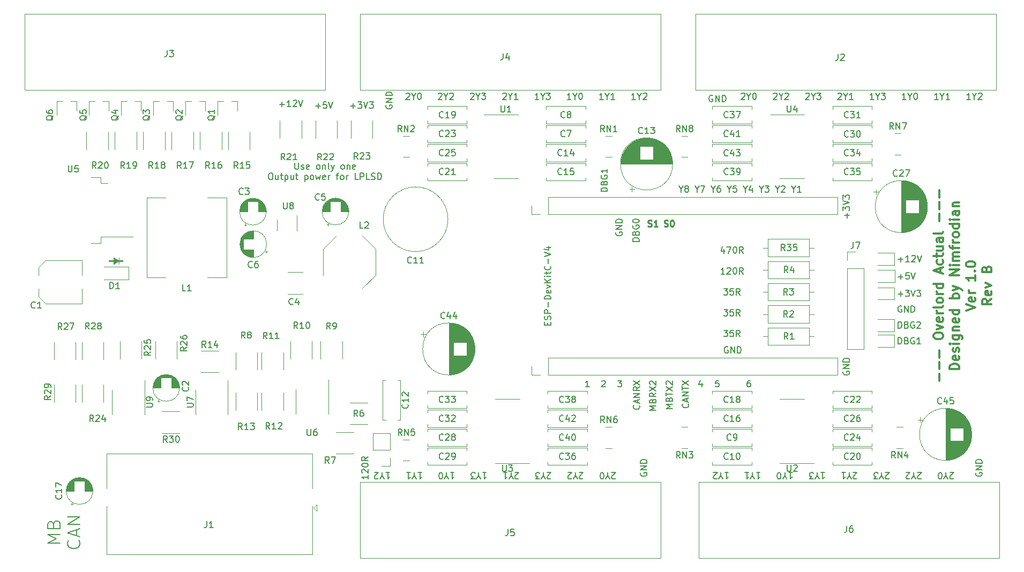
<source format=gto>
%TF.GenerationSoftware,KiCad,Pcbnew,(5.1.12)-1*%
%TF.CreationDate,2023-05-21T12:59:29+02:00*%
%TF.ProjectId,roomcontroller,726f6f6d-636f-46e7-9472-6f6c6c65722e,rev?*%
%TF.SameCoordinates,Original*%
%TF.FileFunction,Legend,Top*%
%TF.FilePolarity,Positive*%
%FSLAX46Y46*%
G04 Gerber Fmt 4.6, Leading zero omitted, Abs format (unit mm)*
G04 Created by KiCad (PCBNEW (5.1.12)-1) date 2023-05-21 12:59:29*
%MOMM*%
%LPD*%
G01*
G04 APERTURE LIST*
%ADD10C,0.150000*%
%ADD11C,0.250000*%
%ADD12C,0.100000*%
%ADD13C,0.300000*%
%ADD14C,0.120000*%
G04 APERTURE END LIST*
D10*
X80402380Y-98366666D02*
X80402380Y-98938095D01*
X80402380Y-98652380D02*
X79402380Y-98652380D01*
X79545238Y-98747619D01*
X79640476Y-98842857D01*
X79688095Y-98938095D01*
X79497619Y-97985714D02*
X79450000Y-97938095D01*
X79402380Y-97842857D01*
X79402380Y-97604761D01*
X79450000Y-97509523D01*
X79497619Y-97461904D01*
X79592857Y-97414285D01*
X79688095Y-97414285D01*
X79830952Y-97461904D01*
X80402380Y-98033333D01*
X80402380Y-97414285D01*
X79402380Y-96795238D02*
X79402380Y-96700000D01*
X79450000Y-96604761D01*
X79497619Y-96557142D01*
X79592857Y-96509523D01*
X79783333Y-96461904D01*
X80021428Y-96461904D01*
X80211904Y-96509523D01*
X80307142Y-96557142D01*
X80354761Y-96604761D01*
X80402380Y-96700000D01*
X80402380Y-96795238D01*
X80354761Y-96890476D01*
X80307142Y-96938095D01*
X80211904Y-96985714D01*
X80021428Y-97033333D01*
X79783333Y-97033333D01*
X79592857Y-96985714D01*
X79497619Y-96938095D01*
X79450000Y-96890476D01*
X79402380Y-96795238D01*
X80402380Y-95461904D02*
X79926190Y-95795238D01*
X80402380Y-96033333D02*
X79402380Y-96033333D01*
X79402380Y-95652380D01*
X79450000Y-95557142D01*
X79497619Y-95509523D01*
X79592857Y-95461904D01*
X79735714Y-95461904D01*
X79830952Y-95509523D01*
X79878571Y-95557142D01*
X79926190Y-95652380D01*
X79926190Y-96033333D01*
X167797619Y-98852380D02*
X167750000Y-98900000D01*
X167654762Y-98947619D01*
X167416666Y-98947619D01*
X167321428Y-98900000D01*
X167273809Y-98852380D01*
X167226190Y-98757142D01*
X167226190Y-98661904D01*
X167273809Y-98519047D01*
X167845238Y-97947619D01*
X167226190Y-97947619D01*
X166607143Y-98423809D02*
X166607143Y-97947619D01*
X166940476Y-98947619D02*
X166607143Y-98423809D01*
X166273809Y-98947619D01*
X165988095Y-98852380D02*
X165940476Y-98900000D01*
X165845238Y-98947619D01*
X165607143Y-98947619D01*
X165511904Y-98900000D01*
X165464285Y-98852380D01*
X165416666Y-98757142D01*
X165416666Y-98661904D01*
X165464285Y-98519047D01*
X166035714Y-97947619D01*
X165416666Y-97947619D01*
X141761905Y-97947619D02*
X142333334Y-97947619D01*
X142047619Y-97947619D02*
X142047619Y-98947619D01*
X142142858Y-98804761D01*
X142238096Y-98709523D01*
X142333334Y-98661904D01*
X141142858Y-98423809D02*
X141142858Y-97947619D01*
X141476191Y-98947619D02*
X141142858Y-98423809D01*
X140809524Y-98947619D01*
X139952381Y-97947619D02*
X140523810Y-97947619D01*
X140238096Y-97947619D02*
X140238096Y-98947619D01*
X140333334Y-98804761D01*
X140428572Y-98709523D01*
X140523810Y-98661904D01*
X157611905Y-98852380D02*
X157564286Y-98900000D01*
X157469048Y-98947619D01*
X157230952Y-98947619D01*
X157135714Y-98900000D01*
X157088095Y-98852380D01*
X157040476Y-98757142D01*
X157040476Y-98661904D01*
X157088095Y-98519047D01*
X157659524Y-97947619D01*
X157040476Y-97947619D01*
X156421429Y-98423809D02*
X156421429Y-97947619D01*
X156754762Y-98947619D02*
X156421429Y-98423809D01*
X156088095Y-98947619D01*
X155230952Y-97947619D02*
X155802381Y-97947619D01*
X155516667Y-97947619D02*
X155516667Y-98947619D01*
X155611905Y-98804761D01*
X155707143Y-98709523D01*
X155802381Y-98661904D01*
X172890476Y-98852380D02*
X172842857Y-98900000D01*
X172747619Y-98947619D01*
X172509523Y-98947619D01*
X172414285Y-98900000D01*
X172366666Y-98852380D01*
X172319047Y-98757142D01*
X172319047Y-98661904D01*
X172366666Y-98519047D01*
X172938095Y-97947619D01*
X172319047Y-97947619D01*
X171700000Y-98423809D02*
X171700000Y-97947619D01*
X172033333Y-98947619D02*
X171700000Y-98423809D01*
X171366666Y-98947619D01*
X170842857Y-98947619D02*
X170747619Y-98947619D01*
X170652380Y-98900000D01*
X170604761Y-98852380D01*
X170557142Y-98757142D01*
X170509523Y-98566666D01*
X170509523Y-98328571D01*
X170557142Y-98138095D01*
X170604761Y-98042857D01*
X170652380Y-97995238D01*
X170747619Y-97947619D01*
X170842857Y-97947619D01*
X170938095Y-97995238D01*
X170985714Y-98042857D01*
X171033333Y-98138095D01*
X171080952Y-98328571D01*
X171080952Y-98566666D01*
X171033333Y-98757142D01*
X170985714Y-98852380D01*
X170938095Y-98900000D01*
X170842857Y-98947619D01*
X136769047Y-97947619D02*
X137340476Y-97947619D01*
X137054761Y-97947619D02*
X137054761Y-98947619D01*
X137150000Y-98804761D01*
X137245238Y-98709523D01*
X137340476Y-98661904D01*
X136150000Y-98423809D02*
X136150000Y-97947619D01*
X136483333Y-98947619D02*
X136150000Y-98423809D01*
X135816666Y-98947619D01*
X135530952Y-98852380D02*
X135483333Y-98900000D01*
X135388095Y-98947619D01*
X135150000Y-98947619D01*
X135054761Y-98900000D01*
X135007142Y-98852380D01*
X134959523Y-98757142D01*
X134959523Y-98661904D01*
X135007142Y-98519047D01*
X135578571Y-97947619D01*
X134959523Y-97947619D01*
X151947619Y-97947619D02*
X152519048Y-97947619D01*
X152233333Y-97947619D02*
X152233333Y-98947619D01*
X152328572Y-98804761D01*
X152423810Y-98709523D01*
X152519048Y-98661904D01*
X151328572Y-98423809D02*
X151328572Y-97947619D01*
X151661905Y-98947619D02*
X151328572Y-98423809D01*
X150995238Y-98947619D01*
X150757143Y-98947619D02*
X150138095Y-98947619D01*
X150471429Y-98566666D01*
X150328572Y-98566666D01*
X150233333Y-98519047D01*
X150185714Y-98471428D01*
X150138095Y-98376190D01*
X150138095Y-98138095D01*
X150185714Y-98042857D01*
X150233333Y-97995238D01*
X150328572Y-97947619D01*
X150614286Y-97947619D01*
X150709524Y-97995238D01*
X150757143Y-98042857D01*
X146854762Y-97947619D02*
X147426191Y-97947619D01*
X147140476Y-97947619D02*
X147140476Y-98947619D01*
X147235715Y-98804761D01*
X147330953Y-98709523D01*
X147426191Y-98661904D01*
X146235715Y-98423809D02*
X146235715Y-97947619D01*
X146569048Y-98947619D02*
X146235715Y-98423809D01*
X145902381Y-98947619D01*
X145378572Y-98947619D02*
X145283334Y-98947619D01*
X145188095Y-98900000D01*
X145140476Y-98852380D01*
X145092857Y-98757142D01*
X145045238Y-98566666D01*
X145045238Y-98328571D01*
X145092857Y-98138095D01*
X145140476Y-98042857D01*
X145188095Y-97995238D01*
X145283334Y-97947619D01*
X145378572Y-97947619D01*
X145473810Y-97995238D01*
X145521429Y-98042857D01*
X145569048Y-98138095D01*
X145616667Y-98328571D01*
X145616667Y-98566666D01*
X145569048Y-98757142D01*
X145521429Y-98852380D01*
X145473810Y-98900000D01*
X145378572Y-98947619D01*
X162704762Y-98852380D02*
X162657143Y-98900000D01*
X162561905Y-98947619D01*
X162323809Y-98947619D01*
X162228571Y-98900000D01*
X162180952Y-98852380D01*
X162133333Y-98757142D01*
X162133333Y-98661904D01*
X162180952Y-98519047D01*
X162752381Y-97947619D01*
X162133333Y-97947619D01*
X161514286Y-98423809D02*
X161514286Y-97947619D01*
X161847619Y-98947619D02*
X161514286Y-98423809D01*
X161180952Y-98947619D01*
X160942857Y-98947619D02*
X160323809Y-98947619D01*
X160657143Y-98566666D01*
X160514286Y-98566666D01*
X160419047Y-98519047D01*
X160371428Y-98471428D01*
X160323809Y-98376190D01*
X160323809Y-98138095D01*
X160371428Y-98042857D01*
X160419047Y-97995238D01*
X160514286Y-97947619D01*
X160800000Y-97947619D01*
X160895238Y-97995238D01*
X160942857Y-98042857D01*
X104161905Y-98852380D02*
X104114286Y-98900000D01*
X104019048Y-98947619D01*
X103780952Y-98947619D01*
X103685714Y-98900000D01*
X103638095Y-98852380D01*
X103590476Y-98757142D01*
X103590476Y-98661904D01*
X103638095Y-98519047D01*
X104209524Y-97947619D01*
X103590476Y-97947619D01*
X102971429Y-98423809D02*
X102971429Y-97947619D01*
X103304762Y-98947619D02*
X102971429Y-98423809D01*
X102638095Y-98947619D01*
X101780952Y-97947619D02*
X102352381Y-97947619D01*
X102066667Y-97947619D02*
X102066667Y-98947619D01*
X102161905Y-98804761D01*
X102257143Y-98709523D01*
X102352381Y-98661904D01*
X98497619Y-97947619D02*
X99069048Y-97947619D01*
X98783333Y-97947619D02*
X98783333Y-98947619D01*
X98878572Y-98804761D01*
X98973810Y-98709523D01*
X99069048Y-98661904D01*
X97878572Y-98423809D02*
X97878572Y-97947619D01*
X98211905Y-98947619D02*
X97878572Y-98423809D01*
X97545238Y-98947619D01*
X97307143Y-98947619D02*
X96688095Y-98947619D01*
X97021429Y-98566666D01*
X96878572Y-98566666D01*
X96783333Y-98519047D01*
X96735714Y-98471428D01*
X96688095Y-98376190D01*
X96688095Y-98138095D01*
X96735714Y-98042857D01*
X96783333Y-97995238D01*
X96878572Y-97947619D01*
X97164286Y-97947619D01*
X97259524Y-97995238D01*
X97307143Y-98042857D01*
X83219047Y-97947619D02*
X83790476Y-97947619D01*
X83504761Y-97947619D02*
X83504761Y-98947619D01*
X83600000Y-98804761D01*
X83695238Y-98709523D01*
X83790476Y-98661904D01*
X82600000Y-98423809D02*
X82600000Y-97947619D01*
X82933333Y-98947619D02*
X82600000Y-98423809D01*
X82266666Y-98947619D01*
X81980952Y-98852380D02*
X81933333Y-98900000D01*
X81838095Y-98947619D01*
X81600000Y-98947619D01*
X81504761Y-98900000D01*
X81457142Y-98852380D01*
X81409523Y-98757142D01*
X81409523Y-98661904D01*
X81457142Y-98519047D01*
X82028571Y-97947619D01*
X81409523Y-97947619D01*
X119440476Y-98852380D02*
X119392857Y-98900000D01*
X119297619Y-98947619D01*
X119059523Y-98947619D01*
X118964285Y-98900000D01*
X118916666Y-98852380D01*
X118869047Y-98757142D01*
X118869047Y-98661904D01*
X118916666Y-98519047D01*
X119488095Y-97947619D01*
X118869047Y-97947619D01*
X118250000Y-98423809D02*
X118250000Y-97947619D01*
X118583333Y-98947619D02*
X118250000Y-98423809D01*
X117916666Y-98947619D01*
X117392857Y-98947619D02*
X117297619Y-98947619D01*
X117202380Y-98900000D01*
X117154761Y-98852380D01*
X117107142Y-98757142D01*
X117059523Y-98566666D01*
X117059523Y-98328571D01*
X117107142Y-98138095D01*
X117154761Y-98042857D01*
X117202380Y-97995238D01*
X117297619Y-97947619D01*
X117392857Y-97947619D01*
X117488095Y-97995238D01*
X117535714Y-98042857D01*
X117583333Y-98138095D01*
X117630952Y-98328571D01*
X117630952Y-98566666D01*
X117583333Y-98757142D01*
X117535714Y-98852380D01*
X117488095Y-98900000D01*
X117392857Y-98947619D01*
X109254762Y-98852380D02*
X109207143Y-98900000D01*
X109111905Y-98947619D01*
X108873809Y-98947619D01*
X108778571Y-98900000D01*
X108730952Y-98852380D01*
X108683333Y-98757142D01*
X108683333Y-98661904D01*
X108730952Y-98519047D01*
X109302381Y-97947619D01*
X108683333Y-97947619D01*
X108064286Y-98423809D02*
X108064286Y-97947619D01*
X108397619Y-98947619D02*
X108064286Y-98423809D01*
X107730952Y-98947619D01*
X107492857Y-98947619D02*
X106873809Y-98947619D01*
X107207143Y-98566666D01*
X107064286Y-98566666D01*
X106969047Y-98519047D01*
X106921428Y-98471428D01*
X106873809Y-98376190D01*
X106873809Y-98138095D01*
X106921428Y-98042857D01*
X106969047Y-97995238D01*
X107064286Y-97947619D01*
X107350000Y-97947619D01*
X107445238Y-97995238D01*
X107492857Y-98042857D01*
X93404762Y-97947619D02*
X93976191Y-97947619D01*
X93690476Y-97947619D02*
X93690476Y-98947619D01*
X93785715Y-98804761D01*
X93880953Y-98709523D01*
X93976191Y-98661904D01*
X92785715Y-98423809D02*
X92785715Y-97947619D01*
X93119048Y-98947619D02*
X92785715Y-98423809D01*
X92452381Y-98947619D01*
X91928572Y-98947619D02*
X91833334Y-98947619D01*
X91738095Y-98900000D01*
X91690476Y-98852380D01*
X91642857Y-98757142D01*
X91595238Y-98566666D01*
X91595238Y-98328571D01*
X91642857Y-98138095D01*
X91690476Y-98042857D01*
X91738095Y-97995238D01*
X91833334Y-97947619D01*
X91928572Y-97947619D01*
X92023810Y-97995238D01*
X92071429Y-98042857D01*
X92119048Y-98138095D01*
X92166667Y-98328571D01*
X92166667Y-98566666D01*
X92119048Y-98757142D01*
X92071429Y-98852380D01*
X92023810Y-98900000D01*
X91928572Y-98947619D01*
X88311905Y-97947619D02*
X88883334Y-97947619D01*
X88597619Y-97947619D02*
X88597619Y-98947619D01*
X88692858Y-98804761D01*
X88788096Y-98709523D01*
X88883334Y-98661904D01*
X87692858Y-98423809D02*
X87692858Y-97947619D01*
X88026191Y-98947619D02*
X87692858Y-98423809D01*
X87359524Y-98947619D01*
X86502381Y-97947619D02*
X87073810Y-97947619D01*
X86788096Y-97947619D02*
X86788096Y-98947619D01*
X86883334Y-98804761D01*
X86978572Y-98709523D01*
X87073810Y-98661904D01*
X114347619Y-98852380D02*
X114300000Y-98900000D01*
X114204762Y-98947619D01*
X113966666Y-98947619D01*
X113871428Y-98900000D01*
X113823809Y-98852380D01*
X113776190Y-98757142D01*
X113776190Y-98661904D01*
X113823809Y-98519047D01*
X114395238Y-97947619D01*
X113776190Y-97947619D01*
X113157143Y-98423809D02*
X113157143Y-97947619D01*
X113490476Y-98947619D02*
X113157143Y-98423809D01*
X112823809Y-98947619D01*
X112538095Y-98852380D02*
X112490476Y-98900000D01*
X112395238Y-98947619D01*
X112157143Y-98947619D01*
X112061904Y-98900000D01*
X112014285Y-98852380D01*
X111966666Y-98757142D01*
X111966666Y-98661904D01*
X112014285Y-98519047D01*
X112585714Y-97947619D01*
X111966666Y-97947619D01*
X101688094Y-38047619D02*
X101735713Y-38000000D01*
X101830951Y-37952380D01*
X102069047Y-37952380D01*
X102164285Y-38000000D01*
X102211904Y-38047619D01*
X102259523Y-38142857D01*
X102259523Y-38238095D01*
X102211904Y-38380952D01*
X101640475Y-38952380D01*
X102259523Y-38952380D01*
X102878571Y-38476190D02*
X102878571Y-38952380D01*
X102545237Y-37952380D02*
X102878571Y-38476190D01*
X103211904Y-37952380D01*
X104069047Y-38952380D02*
X103497618Y-38952380D01*
X103783332Y-38952380D02*
X103783332Y-37952380D01*
X103688094Y-38095238D01*
X103592856Y-38190476D01*
X103497618Y-38238095D01*
X107352380Y-38952380D02*
X106780951Y-38952380D01*
X107066666Y-38952380D02*
X107066666Y-37952380D01*
X106971428Y-38095238D01*
X106876189Y-38190476D01*
X106780951Y-38238095D01*
X107971428Y-38476190D02*
X107971428Y-38952380D01*
X107638094Y-37952380D02*
X107971428Y-38476190D01*
X108304761Y-37952380D01*
X108542856Y-37952380D02*
X109161904Y-37952380D01*
X108828570Y-38333333D01*
X108971428Y-38333333D01*
X109066666Y-38380952D01*
X109114285Y-38428571D01*
X109161904Y-38523809D01*
X109161904Y-38761904D01*
X109114285Y-38857142D01*
X109066666Y-38904761D01*
X108971428Y-38952380D01*
X108685713Y-38952380D01*
X108590475Y-38904761D01*
X108542856Y-38857142D01*
X122630952Y-38952380D02*
X122059523Y-38952380D01*
X122345238Y-38952380D02*
X122345238Y-37952380D01*
X122250000Y-38095238D01*
X122154761Y-38190476D01*
X122059523Y-38238095D01*
X123250000Y-38476190D02*
X123250000Y-38952380D01*
X122916666Y-37952380D02*
X123250000Y-38476190D01*
X123583333Y-37952380D01*
X123869047Y-38047619D02*
X123916666Y-38000000D01*
X124011904Y-37952380D01*
X124250000Y-37952380D01*
X124345238Y-38000000D01*
X124392857Y-38047619D01*
X124440476Y-38142857D01*
X124440476Y-38238095D01*
X124392857Y-38380952D01*
X123821428Y-38952380D01*
X124440476Y-38952380D01*
X86409523Y-38047619D02*
X86457142Y-38000000D01*
X86552380Y-37952380D01*
X86790476Y-37952380D01*
X86885714Y-38000000D01*
X86933333Y-38047619D01*
X86980952Y-38142857D01*
X86980952Y-38238095D01*
X86933333Y-38380952D01*
X86361904Y-38952380D01*
X86980952Y-38952380D01*
X87600000Y-38476190D02*
X87600000Y-38952380D01*
X87266666Y-37952380D02*
X87600000Y-38476190D01*
X87933333Y-37952380D01*
X88457142Y-37952380D02*
X88552380Y-37952380D01*
X88647619Y-38000000D01*
X88695238Y-38047619D01*
X88742857Y-38142857D01*
X88790476Y-38333333D01*
X88790476Y-38571428D01*
X88742857Y-38761904D01*
X88695238Y-38857142D01*
X88647619Y-38904761D01*
X88552380Y-38952380D01*
X88457142Y-38952380D01*
X88361904Y-38904761D01*
X88314285Y-38857142D01*
X88266666Y-38761904D01*
X88219047Y-38571428D01*
X88219047Y-38333333D01*
X88266666Y-38142857D01*
X88314285Y-38047619D01*
X88361904Y-38000000D01*
X88457142Y-37952380D01*
X96595237Y-38047619D02*
X96642856Y-38000000D01*
X96738094Y-37952380D01*
X96976190Y-37952380D01*
X97071428Y-38000000D01*
X97119047Y-38047619D01*
X97166666Y-38142857D01*
X97166666Y-38238095D01*
X97119047Y-38380952D01*
X96547618Y-38952380D01*
X97166666Y-38952380D01*
X97785714Y-38476190D02*
X97785714Y-38952380D01*
X97452380Y-37952380D02*
X97785714Y-38476190D01*
X98119047Y-37952380D01*
X98357142Y-37952380D02*
X98976190Y-37952380D01*
X98642856Y-38333333D01*
X98785714Y-38333333D01*
X98880952Y-38380952D01*
X98928571Y-38428571D01*
X98976190Y-38523809D01*
X98976190Y-38761904D01*
X98928571Y-38857142D01*
X98880952Y-38904761D01*
X98785714Y-38952380D01*
X98499999Y-38952380D01*
X98404761Y-38904761D01*
X98357142Y-38857142D01*
X112445237Y-38952380D02*
X111873808Y-38952380D01*
X112159523Y-38952380D02*
X112159523Y-37952380D01*
X112064285Y-38095238D01*
X111969046Y-38190476D01*
X111873808Y-38238095D01*
X113064285Y-38476190D02*
X113064285Y-38952380D01*
X112730951Y-37952380D02*
X113064285Y-38476190D01*
X113397618Y-37952380D01*
X113921427Y-37952380D02*
X114016665Y-37952380D01*
X114111904Y-38000000D01*
X114159523Y-38047619D01*
X114207142Y-38142857D01*
X114254761Y-38333333D01*
X114254761Y-38571428D01*
X114207142Y-38761904D01*
X114159523Y-38857142D01*
X114111904Y-38904761D01*
X114016665Y-38952380D01*
X113921427Y-38952380D01*
X113826189Y-38904761D01*
X113778570Y-38857142D01*
X113730951Y-38761904D01*
X113683332Y-38571428D01*
X113683332Y-38333333D01*
X113730951Y-38142857D01*
X113778570Y-38047619D01*
X113826189Y-38000000D01*
X113921427Y-37952380D01*
X117538094Y-38952380D02*
X116966665Y-38952380D01*
X117252380Y-38952380D02*
X117252380Y-37952380D01*
X117157142Y-38095238D01*
X117061903Y-38190476D01*
X116966665Y-38238095D01*
X118157142Y-38476190D02*
X118157142Y-38952380D01*
X117823808Y-37952380D02*
X118157142Y-38476190D01*
X118490475Y-37952380D01*
X119347618Y-38952380D02*
X118776189Y-38952380D01*
X119061903Y-38952380D02*
X119061903Y-37952380D01*
X118966665Y-38095238D01*
X118871427Y-38190476D01*
X118776189Y-38238095D01*
X91502380Y-38047619D02*
X91549999Y-38000000D01*
X91645237Y-37952380D01*
X91883333Y-37952380D01*
X91978571Y-38000000D01*
X92026190Y-38047619D01*
X92073809Y-38142857D01*
X92073809Y-38238095D01*
X92026190Y-38380952D01*
X91454761Y-38952380D01*
X92073809Y-38952380D01*
X92692857Y-38476190D02*
X92692857Y-38952380D01*
X92359523Y-37952380D02*
X92692857Y-38476190D01*
X93026190Y-37952380D01*
X93311904Y-38047619D02*
X93359523Y-38000000D01*
X93454761Y-37952380D01*
X93692857Y-37952380D01*
X93788095Y-38000000D01*
X93835714Y-38047619D01*
X93883333Y-38142857D01*
X93883333Y-38238095D01*
X93835714Y-38380952D01*
X93264285Y-38952380D01*
X93883333Y-38952380D01*
X149545237Y-38047619D02*
X149592856Y-38000000D01*
X149688094Y-37952380D01*
X149926190Y-37952380D01*
X150021428Y-38000000D01*
X150069047Y-38047619D01*
X150116666Y-38142857D01*
X150116666Y-38238095D01*
X150069047Y-38380952D01*
X149497618Y-38952380D01*
X150116666Y-38952380D01*
X150735714Y-38476190D02*
X150735714Y-38952380D01*
X150402380Y-37952380D02*
X150735714Y-38476190D01*
X151069047Y-37952380D01*
X151307142Y-37952380D02*
X151926190Y-37952380D01*
X151592856Y-38333333D01*
X151735714Y-38333333D01*
X151830952Y-38380952D01*
X151878571Y-38428571D01*
X151926190Y-38523809D01*
X151926190Y-38761904D01*
X151878571Y-38857142D01*
X151830952Y-38904761D01*
X151735714Y-38952380D01*
X151449999Y-38952380D01*
X151354761Y-38904761D01*
X151307142Y-38857142D01*
X154638094Y-38047619D02*
X154685713Y-38000000D01*
X154780951Y-37952380D01*
X155019047Y-37952380D01*
X155114285Y-38000000D01*
X155161904Y-38047619D01*
X155209523Y-38142857D01*
X155209523Y-38238095D01*
X155161904Y-38380952D01*
X154590475Y-38952380D01*
X155209523Y-38952380D01*
X155828571Y-38476190D02*
X155828571Y-38952380D01*
X155495237Y-37952380D02*
X155828571Y-38476190D01*
X156161904Y-37952380D01*
X157019047Y-38952380D02*
X156447618Y-38952380D01*
X156733332Y-38952380D02*
X156733332Y-37952380D01*
X156638094Y-38095238D01*
X156542856Y-38190476D01*
X156447618Y-38238095D01*
X160302380Y-38952380D02*
X159730951Y-38952380D01*
X160016666Y-38952380D02*
X160016666Y-37952380D01*
X159921428Y-38095238D01*
X159826189Y-38190476D01*
X159730951Y-38238095D01*
X160921428Y-38476190D02*
X160921428Y-38952380D01*
X160588094Y-37952380D02*
X160921428Y-38476190D01*
X161254761Y-37952380D01*
X161492856Y-37952380D02*
X162111904Y-37952380D01*
X161778570Y-38333333D01*
X161921428Y-38333333D01*
X162016666Y-38380952D01*
X162064285Y-38428571D01*
X162111904Y-38523809D01*
X162111904Y-38761904D01*
X162064285Y-38857142D01*
X162016666Y-38904761D01*
X161921428Y-38952380D01*
X161635713Y-38952380D01*
X161540475Y-38904761D01*
X161492856Y-38857142D01*
X165395237Y-38952380D02*
X164823808Y-38952380D01*
X165109523Y-38952380D02*
X165109523Y-37952380D01*
X165014285Y-38095238D01*
X164919046Y-38190476D01*
X164823808Y-38238095D01*
X166014285Y-38476190D02*
X166014285Y-38952380D01*
X165680951Y-37952380D02*
X166014285Y-38476190D01*
X166347618Y-37952380D01*
X166871427Y-37952380D02*
X166966665Y-37952380D01*
X167061904Y-38000000D01*
X167109523Y-38047619D01*
X167157142Y-38142857D01*
X167204761Y-38333333D01*
X167204761Y-38571428D01*
X167157142Y-38761904D01*
X167109523Y-38857142D01*
X167061904Y-38904761D01*
X166966665Y-38952380D01*
X166871427Y-38952380D01*
X166776189Y-38904761D01*
X166728570Y-38857142D01*
X166680951Y-38761904D01*
X166633332Y-38571428D01*
X166633332Y-38333333D01*
X166680951Y-38142857D01*
X166728570Y-38047619D01*
X166776189Y-38000000D01*
X166871427Y-37952380D01*
X170488094Y-38952380D02*
X169916665Y-38952380D01*
X170202380Y-38952380D02*
X170202380Y-37952380D01*
X170107142Y-38095238D01*
X170011903Y-38190476D01*
X169916665Y-38238095D01*
X171107142Y-38476190D02*
X171107142Y-38952380D01*
X170773808Y-37952380D02*
X171107142Y-38476190D01*
X171440475Y-37952380D01*
X172297618Y-38952380D02*
X171726189Y-38952380D01*
X172011903Y-38952380D02*
X172011903Y-37952380D01*
X171916665Y-38095238D01*
X171821427Y-38190476D01*
X171726189Y-38238095D01*
X175580952Y-38952380D02*
X175009523Y-38952380D01*
X175295238Y-38952380D02*
X175295238Y-37952380D01*
X175200000Y-38095238D01*
X175104761Y-38190476D01*
X175009523Y-38238095D01*
X176200000Y-38476190D02*
X176200000Y-38952380D01*
X175866666Y-37952380D02*
X176200000Y-38476190D01*
X176533333Y-37952380D01*
X176819047Y-38047619D02*
X176866666Y-38000000D01*
X176961904Y-37952380D01*
X177200000Y-37952380D01*
X177295238Y-38000000D01*
X177342857Y-38047619D01*
X177390476Y-38142857D01*
X177390476Y-38238095D01*
X177342857Y-38380952D01*
X176771428Y-38952380D01*
X177390476Y-38952380D01*
X144452380Y-38047619D02*
X144499999Y-38000000D01*
X144595237Y-37952380D01*
X144833333Y-37952380D01*
X144928571Y-38000000D01*
X144976190Y-38047619D01*
X145023809Y-38142857D01*
X145023809Y-38238095D01*
X144976190Y-38380952D01*
X144404761Y-38952380D01*
X145023809Y-38952380D01*
X145642857Y-38476190D02*
X145642857Y-38952380D01*
X145309523Y-37952380D02*
X145642857Y-38476190D01*
X145976190Y-37952380D01*
X146261904Y-38047619D02*
X146309523Y-38000000D01*
X146404761Y-37952380D01*
X146642857Y-37952380D01*
X146738095Y-38000000D01*
X146785714Y-38047619D01*
X146833333Y-38142857D01*
X146833333Y-38238095D01*
X146785714Y-38380952D01*
X146214285Y-38952380D01*
X146833333Y-38952380D01*
X139359523Y-38047619D02*
X139407142Y-38000000D01*
X139502380Y-37952380D01*
X139740476Y-37952380D01*
X139835714Y-38000000D01*
X139883333Y-38047619D01*
X139930952Y-38142857D01*
X139930952Y-38238095D01*
X139883333Y-38380952D01*
X139311904Y-38952380D01*
X139930952Y-38952380D01*
X140550000Y-38476190D02*
X140550000Y-38952380D01*
X140216666Y-37952380D02*
X140550000Y-38476190D01*
X140883333Y-37952380D01*
X141407142Y-37952380D02*
X141502380Y-37952380D01*
X141597619Y-38000000D01*
X141645238Y-38047619D01*
X141692857Y-38142857D01*
X141740476Y-38333333D01*
X141740476Y-38571428D01*
X141692857Y-38761904D01*
X141645238Y-38857142D01*
X141597619Y-38904761D01*
X141502380Y-38952380D01*
X141407142Y-38952380D01*
X141311904Y-38904761D01*
X141264285Y-38857142D01*
X141216666Y-38761904D01*
X141169047Y-38571428D01*
X141169047Y-38333333D01*
X141216666Y-38142857D01*
X141264285Y-38047619D01*
X141311904Y-38000000D01*
X141407142Y-37952380D01*
X147623809Y-53126190D02*
X147623809Y-53602380D01*
X147290476Y-52602380D02*
X147623809Y-53126190D01*
X147957142Y-52602380D01*
X148814285Y-53602380D02*
X148242857Y-53602380D01*
X148528571Y-53602380D02*
X148528571Y-52602380D01*
X148433333Y-52745238D01*
X148338095Y-52840476D01*
X148242857Y-52888095D01*
X145080951Y-53126190D02*
X145080951Y-53602380D01*
X144747618Y-52602380D02*
X145080951Y-53126190D01*
X145414284Y-52602380D01*
X145699999Y-52697619D02*
X145747618Y-52650000D01*
X145842856Y-52602380D01*
X146080951Y-52602380D01*
X146176189Y-52650000D01*
X146223808Y-52697619D01*
X146271427Y-52792857D01*
X146271427Y-52888095D01*
X146223808Y-53030952D01*
X145652380Y-53602380D01*
X146271427Y-53602380D01*
X142538094Y-53126190D02*
X142538094Y-53602380D01*
X142204761Y-52602380D02*
X142538094Y-53126190D01*
X142871427Y-52602380D01*
X143109523Y-52602380D02*
X143728570Y-52602380D01*
X143395237Y-52983333D01*
X143538094Y-52983333D01*
X143633332Y-53030952D01*
X143680951Y-53078571D01*
X143728570Y-53173809D01*
X143728570Y-53411904D01*
X143680951Y-53507142D01*
X143633332Y-53554761D01*
X143538094Y-53602380D01*
X143252380Y-53602380D01*
X143157142Y-53554761D01*
X143109523Y-53507142D01*
X139995237Y-53126190D02*
X139995237Y-53602380D01*
X139661904Y-52602380D02*
X139995237Y-53126190D01*
X140328570Y-52602380D01*
X141090475Y-52935714D02*
X141090475Y-53602380D01*
X140852380Y-52554761D02*
X140614285Y-53269047D01*
X141233332Y-53269047D01*
X137452380Y-53126190D02*
X137452380Y-53602380D01*
X137119047Y-52602380D02*
X137452380Y-53126190D01*
X137785713Y-52602380D01*
X138595237Y-52602380D02*
X138119047Y-52602380D01*
X138071428Y-53078571D01*
X138119047Y-53030952D01*
X138214285Y-52983333D01*
X138452380Y-52983333D01*
X138547618Y-53030952D01*
X138595237Y-53078571D01*
X138642856Y-53173809D01*
X138642856Y-53411904D01*
X138595237Y-53507142D01*
X138547618Y-53554761D01*
X138452380Y-53602380D01*
X138214285Y-53602380D01*
X138119047Y-53554761D01*
X138071428Y-53507142D01*
X134909523Y-53126190D02*
X134909523Y-53602380D01*
X134576190Y-52602380D02*
X134909523Y-53126190D01*
X135242856Y-52602380D01*
X136004761Y-52602380D02*
X135814285Y-52602380D01*
X135719047Y-52650000D01*
X135671428Y-52697619D01*
X135576190Y-52840476D01*
X135528571Y-53030952D01*
X135528571Y-53411904D01*
X135576190Y-53507142D01*
X135623809Y-53554761D01*
X135719047Y-53602380D01*
X135909523Y-53602380D01*
X136004761Y-53554761D01*
X136052380Y-53507142D01*
X136099999Y-53411904D01*
X136099999Y-53173809D01*
X136052380Y-53078571D01*
X136004761Y-53030952D01*
X135909523Y-52983333D01*
X135719047Y-52983333D01*
X135623809Y-53030952D01*
X135576190Y-53078571D01*
X135528571Y-53173809D01*
X132366666Y-53126190D02*
X132366666Y-53602380D01*
X132033333Y-52602380D02*
X132366666Y-53126190D01*
X132699999Y-52602380D01*
X132938095Y-52602380D02*
X133604761Y-52602380D01*
X133176190Y-53602380D01*
X129823809Y-53126190D02*
X129823809Y-53602380D01*
X129490476Y-52602380D02*
X129823809Y-53126190D01*
X130157142Y-52602380D01*
X130633333Y-53030952D02*
X130538095Y-52983333D01*
X130490476Y-52935714D01*
X130442857Y-52840476D01*
X130442857Y-52792857D01*
X130490476Y-52697619D01*
X130538095Y-52650000D01*
X130633333Y-52602380D01*
X130823809Y-52602380D01*
X130919047Y-52650000D01*
X130966666Y-52697619D01*
X131014285Y-52792857D01*
X131014285Y-52840476D01*
X130966666Y-52935714D01*
X130919047Y-52983333D01*
X130823809Y-53030952D01*
X130633333Y-53030952D01*
X130538095Y-53078571D01*
X130490476Y-53126190D01*
X130442857Y-53221428D01*
X130442857Y-53411904D01*
X130490476Y-53507142D01*
X130538095Y-53554761D01*
X130633333Y-53602380D01*
X130823809Y-53602380D01*
X130919047Y-53554761D01*
X130966666Y-53507142D01*
X131014285Y-53411904D01*
X131014285Y-53221428D01*
X130966666Y-53126190D01*
X130919047Y-53078571D01*
X130823809Y-53030952D01*
D11*
X127188095Y-59004761D02*
X127330952Y-59052380D01*
X127569047Y-59052380D01*
X127664285Y-59004761D01*
X127711904Y-58957142D01*
X127759523Y-58861904D01*
X127759523Y-58766666D01*
X127711904Y-58671428D01*
X127664285Y-58623809D01*
X127569047Y-58576190D01*
X127378571Y-58528571D01*
X127283333Y-58480952D01*
X127235714Y-58433333D01*
X127188095Y-58338095D01*
X127188095Y-58242857D01*
X127235714Y-58147619D01*
X127283333Y-58100000D01*
X127378571Y-58052380D01*
X127616666Y-58052380D01*
X127759523Y-58100000D01*
X128378571Y-58052380D02*
X128473809Y-58052380D01*
X128569047Y-58100000D01*
X128616666Y-58147619D01*
X128664285Y-58242857D01*
X128711904Y-58433333D01*
X128711904Y-58671428D01*
X128664285Y-58861904D01*
X128616666Y-58957142D01*
X128569047Y-59004761D01*
X128473809Y-59052380D01*
X128378571Y-59052380D01*
X128283333Y-59004761D01*
X128235714Y-58957142D01*
X128188095Y-58861904D01*
X128140476Y-58671428D01*
X128140476Y-58433333D01*
X128188095Y-58242857D01*
X128235714Y-58147619D01*
X128283333Y-58100000D01*
X128378571Y-58052380D01*
X124638095Y-59004761D02*
X124780952Y-59052380D01*
X125019047Y-59052380D01*
X125114285Y-59004761D01*
X125161904Y-58957142D01*
X125209523Y-58861904D01*
X125209523Y-58766666D01*
X125161904Y-58671428D01*
X125114285Y-58623809D01*
X125019047Y-58576190D01*
X124828571Y-58528571D01*
X124733333Y-58480952D01*
X124685714Y-58433333D01*
X124638095Y-58338095D01*
X124638095Y-58242857D01*
X124685714Y-58147619D01*
X124733333Y-58100000D01*
X124828571Y-58052380D01*
X125066666Y-58052380D01*
X125209523Y-58100000D01*
X126161904Y-59052380D02*
X125590476Y-59052380D01*
X125876190Y-59052380D02*
X125876190Y-58052380D01*
X125780952Y-58195238D01*
X125685714Y-58290476D01*
X125590476Y-58338095D01*
D10*
X115335714Y-84402380D02*
X114764285Y-84402380D01*
X115050000Y-84402380D02*
X115050000Y-83402380D01*
X114954761Y-83545238D01*
X114859523Y-83640476D01*
X114764285Y-83688095D01*
X117314285Y-83497619D02*
X117361904Y-83450000D01*
X117457142Y-83402380D01*
X117695238Y-83402380D01*
X117790476Y-83450000D01*
X117838095Y-83497619D01*
X117885714Y-83592857D01*
X117885714Y-83688095D01*
X117838095Y-83830952D01*
X117266666Y-84402380D01*
X117885714Y-84402380D01*
X119866666Y-83402380D02*
X120485714Y-83402380D01*
X120152380Y-83783333D01*
X120295238Y-83783333D01*
X120390476Y-83830952D01*
X120438095Y-83878571D01*
X120485714Y-83973809D01*
X120485714Y-84211904D01*
X120438095Y-84307142D01*
X120390476Y-84354761D01*
X120295238Y-84402380D01*
X120009523Y-84402380D01*
X119914285Y-84354761D01*
X119866666Y-84307142D01*
X140740476Y-83402380D02*
X140550000Y-83402380D01*
X140454761Y-83450000D01*
X140407142Y-83497619D01*
X140311904Y-83640476D01*
X140264285Y-83830952D01*
X140264285Y-84211904D01*
X140311904Y-84307142D01*
X140359523Y-84354761D01*
X140454761Y-84402380D01*
X140645238Y-84402380D01*
X140740476Y-84354761D01*
X140788095Y-84307142D01*
X140835714Y-84211904D01*
X140835714Y-83973809D01*
X140788095Y-83878571D01*
X140740476Y-83830952D01*
X140645238Y-83783333D01*
X140454761Y-83783333D01*
X140359523Y-83830952D01*
X140311904Y-83878571D01*
X140264285Y-83973809D01*
X135788095Y-83402380D02*
X135311904Y-83402380D01*
X135264285Y-83878571D01*
X135311904Y-83830952D01*
X135407142Y-83783333D01*
X135645238Y-83783333D01*
X135740476Y-83830952D01*
X135788095Y-83878571D01*
X135835714Y-83973809D01*
X135835714Y-84211904D01*
X135788095Y-84307142D01*
X135740476Y-84354761D01*
X135645238Y-84402380D01*
X135407142Y-84402380D01*
X135311904Y-84354761D01*
X135264285Y-84307142D01*
X133140476Y-83735714D02*
X133140476Y-84402380D01*
X132902380Y-83354761D02*
X132664285Y-84069047D01*
X133283333Y-84069047D01*
X123202380Y-61388095D02*
X122202380Y-61388095D01*
X122202380Y-61150000D01*
X122250000Y-61007142D01*
X122345238Y-60911904D01*
X122440476Y-60864285D01*
X122630952Y-60816666D01*
X122773809Y-60816666D01*
X122964285Y-60864285D01*
X123059523Y-60911904D01*
X123154761Y-61007142D01*
X123202380Y-61150000D01*
X123202380Y-61388095D01*
X122678571Y-60054761D02*
X122726190Y-59911904D01*
X122773809Y-59864285D01*
X122869047Y-59816666D01*
X123011904Y-59816666D01*
X123107142Y-59864285D01*
X123154761Y-59911904D01*
X123202380Y-60007142D01*
X123202380Y-60388095D01*
X122202380Y-60388095D01*
X122202380Y-60054761D01*
X122250000Y-59959523D01*
X122297619Y-59911904D01*
X122392857Y-59864285D01*
X122488095Y-59864285D01*
X122583333Y-59911904D01*
X122630952Y-59959523D01*
X122678571Y-60054761D01*
X122678571Y-60388095D01*
X122250000Y-58864285D02*
X122202380Y-58959523D01*
X122202380Y-59102380D01*
X122250000Y-59245238D01*
X122345238Y-59340476D01*
X122440476Y-59388095D01*
X122630952Y-59435714D01*
X122773809Y-59435714D01*
X122964285Y-59388095D01*
X123059523Y-59340476D01*
X123154761Y-59245238D01*
X123202380Y-59102380D01*
X123202380Y-59007142D01*
X123154761Y-58864285D01*
X123107142Y-58816666D01*
X122773809Y-58816666D01*
X122773809Y-59007142D01*
X122202380Y-58197619D02*
X122202380Y-58102380D01*
X122250000Y-58007142D01*
X122297619Y-57959523D01*
X122392857Y-57911904D01*
X122583333Y-57864285D01*
X122821428Y-57864285D01*
X123011904Y-57911904D01*
X123107142Y-57959523D01*
X123154761Y-58007142D01*
X123202380Y-58102380D01*
X123202380Y-58197619D01*
X123154761Y-58292857D01*
X123107142Y-58340476D01*
X123011904Y-58388095D01*
X122821428Y-58435714D01*
X122583333Y-58435714D01*
X122392857Y-58388095D01*
X122297619Y-58340476D01*
X122250000Y-58292857D01*
X122202380Y-58197619D01*
X118202380Y-53488095D02*
X117202380Y-53488095D01*
X117202380Y-53250000D01*
X117250000Y-53107142D01*
X117345238Y-53011904D01*
X117440476Y-52964285D01*
X117630952Y-52916666D01*
X117773809Y-52916666D01*
X117964285Y-52964285D01*
X118059523Y-53011904D01*
X118154761Y-53107142D01*
X118202380Y-53250000D01*
X118202380Y-53488095D01*
X117678571Y-52154761D02*
X117726190Y-52011904D01*
X117773809Y-51964285D01*
X117869047Y-51916666D01*
X118011904Y-51916666D01*
X118107142Y-51964285D01*
X118154761Y-52011904D01*
X118202380Y-52107142D01*
X118202380Y-52488095D01*
X117202380Y-52488095D01*
X117202380Y-52154761D01*
X117250000Y-52059523D01*
X117297619Y-52011904D01*
X117392857Y-51964285D01*
X117488095Y-51964285D01*
X117583333Y-52011904D01*
X117630952Y-52059523D01*
X117678571Y-52154761D01*
X117678571Y-52488095D01*
X117250000Y-50964285D02*
X117202380Y-51059523D01*
X117202380Y-51202380D01*
X117250000Y-51345238D01*
X117345238Y-51440476D01*
X117440476Y-51488095D01*
X117630952Y-51535714D01*
X117773809Y-51535714D01*
X117964285Y-51488095D01*
X118059523Y-51440476D01*
X118154761Y-51345238D01*
X118202380Y-51202380D01*
X118202380Y-51107142D01*
X118154761Y-50964285D01*
X118107142Y-50916666D01*
X117773809Y-50916666D01*
X117773809Y-51107142D01*
X118202380Y-49964285D02*
X118202380Y-50535714D01*
X118202380Y-50250000D02*
X117202380Y-50250000D01*
X117345238Y-50345238D01*
X117440476Y-50440476D01*
X117488095Y-50535714D01*
X128469046Y-87838928D02*
X127469046Y-87838928D01*
X128183332Y-87505595D01*
X127469046Y-87172262D01*
X128469046Y-87172262D01*
X127945237Y-86362738D02*
X127992856Y-86219881D01*
X128040475Y-86172262D01*
X128135713Y-86124642D01*
X128278570Y-86124642D01*
X128373808Y-86172262D01*
X128421427Y-86219881D01*
X128469046Y-86315119D01*
X128469046Y-86696071D01*
X127469046Y-86696071D01*
X127469046Y-86362738D01*
X127516666Y-86267500D01*
X127564285Y-86219881D01*
X127659523Y-86172262D01*
X127754761Y-86172262D01*
X127849999Y-86219881D01*
X127897618Y-86267500D01*
X127945237Y-86362738D01*
X127945237Y-86696071D01*
X127469046Y-85838928D02*
X127469046Y-85267500D01*
X128469046Y-85553214D02*
X127469046Y-85553214D01*
X127469046Y-85029404D02*
X128469046Y-84362738D01*
X127469046Y-84362738D02*
X128469046Y-85029404D01*
X127564285Y-84029404D02*
X127516666Y-83981785D01*
X127469046Y-83886547D01*
X127469046Y-83648452D01*
X127516666Y-83553214D01*
X127564285Y-83505595D01*
X127659523Y-83457976D01*
X127754761Y-83457976D01*
X127897618Y-83505595D01*
X128469046Y-84077023D01*
X128469046Y-83457976D01*
X125885713Y-88077024D02*
X124885713Y-88077024D01*
X125599999Y-87743690D01*
X124885713Y-87410357D01*
X125885713Y-87410357D01*
X125361904Y-86600833D02*
X125409523Y-86457976D01*
X125457142Y-86410357D01*
X125552380Y-86362738D01*
X125695237Y-86362738D01*
X125790475Y-86410357D01*
X125838094Y-86457976D01*
X125885713Y-86553214D01*
X125885713Y-86934167D01*
X124885713Y-86934167D01*
X124885713Y-86600833D01*
X124933333Y-86505595D01*
X124980952Y-86457976D01*
X125076190Y-86410357D01*
X125171428Y-86410357D01*
X125266666Y-86457976D01*
X125314285Y-86505595D01*
X125361904Y-86600833D01*
X125361904Y-86934167D01*
X125885713Y-85362738D02*
X125409523Y-85696071D01*
X125885713Y-85934167D02*
X124885713Y-85934167D01*
X124885713Y-85553214D01*
X124933333Y-85457976D01*
X124980952Y-85410357D01*
X125076190Y-85362738D01*
X125219047Y-85362738D01*
X125314285Y-85410357D01*
X125361904Y-85457976D01*
X125409523Y-85553214D01*
X125409523Y-85934167D01*
X124885713Y-85029405D02*
X125885713Y-84362738D01*
X124885713Y-84362738D02*
X125885713Y-85029405D01*
X124980952Y-84029405D02*
X124933333Y-83981786D01*
X124885713Y-83886548D01*
X124885713Y-83648452D01*
X124933333Y-83553214D01*
X124980952Y-83505595D01*
X125076190Y-83457976D01*
X125171428Y-83457976D01*
X125314285Y-83505595D01*
X125885713Y-84077024D01*
X125885713Y-83457976D01*
X123207142Y-87315119D02*
X123254761Y-87362738D01*
X123302380Y-87505595D01*
X123302380Y-87600833D01*
X123254761Y-87743691D01*
X123159523Y-87838929D01*
X123064285Y-87886548D01*
X122873809Y-87934167D01*
X122730952Y-87934167D01*
X122540476Y-87886548D01*
X122445238Y-87838929D01*
X122350000Y-87743691D01*
X122302380Y-87600833D01*
X122302380Y-87505595D01*
X122350000Y-87362738D01*
X122397619Y-87315119D01*
X123016666Y-86934167D02*
X123016666Y-86457976D01*
X123302380Y-87029405D02*
X122302380Y-86696072D01*
X123302380Y-86362738D01*
X123302380Y-86029405D02*
X122302380Y-86029405D01*
X123302380Y-85457976D01*
X122302380Y-85457976D01*
X123302380Y-84410357D02*
X122826190Y-84743691D01*
X123302380Y-84981786D02*
X122302380Y-84981786D01*
X122302380Y-84600833D01*
X122350000Y-84505595D01*
X122397619Y-84457976D01*
X122492857Y-84410357D01*
X122635714Y-84410357D01*
X122730952Y-84457976D01*
X122778571Y-84505595D01*
X122826190Y-84600833D01*
X122826190Y-84981786D01*
X122302380Y-84077024D02*
X123302380Y-83410357D01*
X122302380Y-83410357D02*
X123302380Y-84077024D01*
X130957142Y-87077024D02*
X131004761Y-87124643D01*
X131052380Y-87267500D01*
X131052380Y-87362738D01*
X131004761Y-87505595D01*
X130909523Y-87600833D01*
X130814285Y-87648452D01*
X130623809Y-87696071D01*
X130480952Y-87696071D01*
X130290476Y-87648452D01*
X130195238Y-87600833D01*
X130100000Y-87505595D01*
X130052380Y-87362738D01*
X130052380Y-87267500D01*
X130100000Y-87124643D01*
X130147619Y-87077024D01*
X130766666Y-86696071D02*
X130766666Y-86219881D01*
X131052380Y-86791309D02*
X130052380Y-86457976D01*
X131052380Y-86124643D01*
X131052380Y-85791309D02*
X130052380Y-85791309D01*
X131052380Y-85219881D01*
X130052380Y-85219881D01*
X130052380Y-84886547D02*
X130052380Y-84315119D01*
X131052380Y-84600833D02*
X130052380Y-84600833D01*
X130052380Y-84077024D02*
X131052380Y-83410357D01*
X130052380Y-83410357D02*
X131052380Y-84077024D01*
X155500000Y-81961904D02*
X155452380Y-82057142D01*
X155452380Y-82200000D01*
X155500000Y-82342857D01*
X155595238Y-82438095D01*
X155690476Y-82485714D01*
X155880952Y-82533333D01*
X156023809Y-82533333D01*
X156214285Y-82485714D01*
X156309523Y-82438095D01*
X156404761Y-82342857D01*
X156452380Y-82200000D01*
X156452380Y-82104761D01*
X156404761Y-81961904D01*
X156357142Y-81914285D01*
X156023809Y-81914285D01*
X156023809Y-82104761D01*
X156452380Y-81485714D02*
X155452380Y-81485714D01*
X156452380Y-80914285D01*
X155452380Y-80914285D01*
X156452380Y-80438095D02*
X155452380Y-80438095D01*
X155452380Y-80200000D01*
X155500000Y-80057142D01*
X155595238Y-79961904D01*
X155690476Y-79914285D01*
X155880952Y-79866666D01*
X156023809Y-79866666D01*
X156214285Y-79914285D01*
X156309523Y-79961904D01*
X156404761Y-80057142D01*
X156452380Y-80200000D01*
X156452380Y-80438095D01*
X137238095Y-78100000D02*
X137142857Y-78052380D01*
X137000000Y-78052380D01*
X136857142Y-78100000D01*
X136761904Y-78195238D01*
X136714285Y-78290476D01*
X136666666Y-78480952D01*
X136666666Y-78623809D01*
X136714285Y-78814285D01*
X136761904Y-78909523D01*
X136857142Y-79004761D01*
X137000000Y-79052380D01*
X137095238Y-79052380D01*
X137238095Y-79004761D01*
X137285714Y-78957142D01*
X137285714Y-78623809D01*
X137095238Y-78623809D01*
X137714285Y-79052380D02*
X137714285Y-78052380D01*
X138285714Y-79052380D01*
X138285714Y-78052380D01*
X138761904Y-79052380D02*
X138761904Y-78052380D01*
X139000000Y-78052380D01*
X139142857Y-78100000D01*
X139238095Y-78195238D01*
X139285714Y-78290476D01*
X139333333Y-78480952D01*
X139333333Y-78623809D01*
X139285714Y-78814285D01*
X139238095Y-78909523D01*
X139142857Y-79004761D01*
X139000000Y-79052380D01*
X138761904Y-79052380D01*
X119600000Y-59959523D02*
X119552380Y-60054761D01*
X119552380Y-60197619D01*
X119600000Y-60340476D01*
X119695238Y-60435714D01*
X119790476Y-60483333D01*
X119980952Y-60530952D01*
X120123809Y-60530952D01*
X120314285Y-60483333D01*
X120409523Y-60435714D01*
X120504761Y-60340476D01*
X120552380Y-60197619D01*
X120552380Y-60102380D01*
X120504761Y-59959523D01*
X120457142Y-59911904D01*
X120123809Y-59911904D01*
X120123809Y-60102380D01*
X120552380Y-59483333D02*
X119552380Y-59483333D01*
X120552380Y-58911904D01*
X119552380Y-58911904D01*
X120552380Y-58435714D02*
X119552380Y-58435714D01*
X119552380Y-58197619D01*
X119600000Y-58054761D01*
X119695238Y-57959523D01*
X119790476Y-57911904D01*
X119980952Y-57864285D01*
X120123809Y-57864285D01*
X120314285Y-57911904D01*
X120409523Y-57959523D01*
X120504761Y-58054761D01*
X120552380Y-58197619D01*
X120552380Y-58435714D01*
X156071428Y-57661904D02*
X156071428Y-56900000D01*
X156452380Y-57280952D02*
X155690476Y-57280952D01*
X155452380Y-56519047D02*
X155452380Y-55900000D01*
X155833333Y-56233333D01*
X155833333Y-56090476D01*
X155880952Y-55995238D01*
X155928571Y-55947619D01*
X156023809Y-55900000D01*
X156261904Y-55900000D01*
X156357142Y-55947619D01*
X156404761Y-55995238D01*
X156452380Y-56090476D01*
X156452380Y-56376190D01*
X156404761Y-56471428D01*
X156357142Y-56519047D01*
X155452380Y-55614285D02*
X156452380Y-55280952D01*
X155452380Y-54947619D01*
X155452380Y-54709523D02*
X155452380Y-54090476D01*
X155833333Y-54423809D01*
X155833333Y-54280952D01*
X155880952Y-54185714D01*
X155928571Y-54138095D01*
X156023809Y-54090476D01*
X156261904Y-54090476D01*
X156357142Y-54138095D01*
X156404761Y-54185714D01*
X156452380Y-54280952D01*
X156452380Y-54566666D01*
X156404761Y-54661904D01*
X156357142Y-54709523D01*
D12*
G36*
X41600000Y-64550000D02*
G01*
X40900000Y-64550000D01*
X40900000Y-64350000D01*
X41600000Y-64350000D01*
X41600000Y-64550000D01*
G37*
X41600000Y-64550000D02*
X40900000Y-64550000D01*
X40900000Y-64350000D01*
X41600000Y-64350000D01*
X41600000Y-64550000D01*
G36*
X41050000Y-65000000D02*
G01*
X41000000Y-65000000D01*
X41000000Y-63950000D01*
X41050000Y-63950000D01*
X41050000Y-65000000D01*
G37*
X41050000Y-65000000D02*
X41000000Y-65000000D01*
X41000000Y-63950000D01*
X41050000Y-63950000D01*
X41050000Y-65000000D01*
G36*
X40100000Y-64550000D02*
G01*
X39400000Y-64550000D01*
X39400000Y-64350000D01*
X40100000Y-64350000D01*
X40100000Y-64550000D01*
G37*
X40100000Y-64550000D02*
X39400000Y-64550000D01*
X39400000Y-64350000D01*
X40100000Y-64350000D01*
X40100000Y-64550000D01*
G36*
X41150000Y-64450000D02*
G01*
X40150000Y-65000000D01*
X40150000Y-63950000D01*
X41150000Y-64450000D01*
G37*
X41150000Y-64450000D02*
X40150000Y-65000000D01*
X40150000Y-63950000D01*
X41150000Y-64450000D01*
D10*
X134835714Y-38350000D02*
X134740476Y-38302380D01*
X134597619Y-38302380D01*
X134454761Y-38350000D01*
X134359523Y-38445238D01*
X134311904Y-38540476D01*
X134264285Y-38730952D01*
X134264285Y-38873809D01*
X134311904Y-39064285D01*
X134359523Y-39159523D01*
X134454761Y-39254761D01*
X134597619Y-39302380D01*
X134692857Y-39302380D01*
X134835714Y-39254761D01*
X134883333Y-39207142D01*
X134883333Y-38873809D01*
X134692857Y-38873809D01*
X135311904Y-39302380D02*
X135311904Y-38302380D01*
X135883333Y-39302380D01*
X135883333Y-38302380D01*
X136359523Y-39302380D02*
X136359523Y-38302380D01*
X136597619Y-38302380D01*
X136740476Y-38350000D01*
X136835714Y-38445238D01*
X136883333Y-38540476D01*
X136930952Y-38730952D01*
X136930952Y-38873809D01*
X136883333Y-39064285D01*
X136835714Y-39159523D01*
X136740476Y-39254761D01*
X136597619Y-39302380D01*
X136359523Y-39302380D01*
X83250000Y-39864285D02*
X83202380Y-39959523D01*
X83202380Y-40102381D01*
X83250000Y-40245238D01*
X83345238Y-40340476D01*
X83440476Y-40388095D01*
X83630952Y-40435714D01*
X83773809Y-40435714D01*
X83964285Y-40388095D01*
X84059523Y-40340476D01*
X84154761Y-40245238D01*
X84202380Y-40102381D01*
X84202380Y-40007142D01*
X84154761Y-39864285D01*
X84107142Y-39816666D01*
X83773809Y-39816666D01*
X83773809Y-40007142D01*
X84202380Y-39388095D02*
X83202380Y-39388095D01*
X84202380Y-38816666D01*
X83202380Y-38816666D01*
X84202380Y-38340476D02*
X83202380Y-38340476D01*
X83202380Y-38102381D01*
X83250000Y-37959523D01*
X83345238Y-37864285D01*
X83440476Y-37816666D01*
X83630952Y-37769047D01*
X83773809Y-37769047D01*
X83964285Y-37816666D01*
X84059523Y-37864285D01*
X84154761Y-37959523D01*
X84202380Y-38102381D01*
X84202380Y-38340476D01*
X123500000Y-97964285D02*
X123452380Y-98059523D01*
X123452380Y-98202381D01*
X123500000Y-98345238D01*
X123595238Y-98440476D01*
X123690476Y-98488095D01*
X123880952Y-98535714D01*
X124023809Y-98535714D01*
X124214285Y-98488095D01*
X124309523Y-98440476D01*
X124404761Y-98345238D01*
X124452380Y-98202381D01*
X124452380Y-98107142D01*
X124404761Y-97964285D01*
X124357142Y-97916666D01*
X124023809Y-97916666D01*
X124023809Y-98107142D01*
X124452380Y-97488095D02*
X123452380Y-97488095D01*
X124452380Y-96916666D01*
X123452380Y-96916666D01*
X124452380Y-96440476D02*
X123452380Y-96440476D01*
X123452380Y-96202381D01*
X123500000Y-96059523D01*
X123595238Y-95964285D01*
X123690476Y-95916666D01*
X123880952Y-95869047D01*
X124023809Y-95869047D01*
X124214285Y-95916666D01*
X124309523Y-95964285D01*
X124404761Y-96059523D01*
X124452380Y-96202381D01*
X124452380Y-96440476D01*
X176450000Y-97964285D02*
X176402380Y-98059523D01*
X176402380Y-98202381D01*
X176450000Y-98345238D01*
X176545238Y-98440476D01*
X176640476Y-98488095D01*
X176830952Y-98535714D01*
X176973809Y-98535714D01*
X177164285Y-98488095D01*
X177259523Y-98440476D01*
X177354761Y-98345238D01*
X177402380Y-98202381D01*
X177402380Y-98107142D01*
X177354761Y-97964285D01*
X177307142Y-97916666D01*
X176973809Y-97916666D01*
X176973809Y-98107142D01*
X177402380Y-97488095D02*
X176402380Y-97488095D01*
X177402380Y-96916666D01*
X176402380Y-96916666D01*
X177402380Y-96440476D02*
X176402380Y-96440476D01*
X176402380Y-96202381D01*
X176450000Y-96059523D01*
X176545238Y-95964285D01*
X176640476Y-95916666D01*
X176830952Y-95869047D01*
X176973809Y-95869047D01*
X177164285Y-95916666D01*
X177259523Y-95964285D01*
X177354761Y-96059523D01*
X177402380Y-96202381D01*
X177402380Y-96440476D01*
X72114285Y-39971428D02*
X72876190Y-39971428D01*
X72495238Y-40352380D02*
X72495238Y-39590476D01*
X73828571Y-39352380D02*
X73352380Y-39352380D01*
X73304761Y-39828571D01*
X73352380Y-39780952D01*
X73447619Y-39733333D01*
X73685714Y-39733333D01*
X73780952Y-39780952D01*
X73828571Y-39828571D01*
X73876190Y-39923809D01*
X73876190Y-40161904D01*
X73828571Y-40257142D01*
X73780952Y-40304761D01*
X73685714Y-40352380D01*
X73447619Y-40352380D01*
X73352380Y-40304761D01*
X73304761Y-40257142D01*
X74161904Y-39352380D02*
X74495238Y-40352380D01*
X74828571Y-39352380D01*
X77638095Y-39971428D02*
X78400000Y-39971428D01*
X78019047Y-40352380D02*
X78019047Y-39590476D01*
X78780952Y-39352380D02*
X79400000Y-39352380D01*
X79066666Y-39733333D01*
X79209523Y-39733333D01*
X79304761Y-39780952D01*
X79352380Y-39828571D01*
X79400000Y-39923809D01*
X79400000Y-40161904D01*
X79352380Y-40257142D01*
X79304761Y-40304761D01*
X79209523Y-40352380D01*
X78923809Y-40352380D01*
X78828571Y-40304761D01*
X78780952Y-40257142D01*
X79685714Y-39352380D02*
X80019047Y-40352380D01*
X80352380Y-39352380D01*
X80590476Y-39352380D02*
X81209523Y-39352380D01*
X80876190Y-39733333D01*
X81019047Y-39733333D01*
X81114285Y-39780952D01*
X81161904Y-39828571D01*
X81209523Y-39923809D01*
X81209523Y-40161904D01*
X81161904Y-40257142D01*
X81114285Y-40304761D01*
X81019047Y-40352380D01*
X80733333Y-40352380D01*
X80638095Y-40304761D01*
X80590476Y-40257142D01*
X66411905Y-39721428D02*
X67173810Y-39721428D01*
X66792857Y-40102380D02*
X66792857Y-39340476D01*
X68173810Y-40102380D02*
X67602381Y-40102380D01*
X67888095Y-40102380D02*
X67888095Y-39102380D01*
X67792857Y-39245238D01*
X67697619Y-39340476D01*
X67602381Y-39388095D01*
X68554762Y-39197619D02*
X68602381Y-39150000D01*
X68697619Y-39102380D01*
X68935714Y-39102380D01*
X69030952Y-39150000D01*
X69078571Y-39197619D01*
X69126190Y-39292857D01*
X69126190Y-39388095D01*
X69078571Y-39530952D01*
X68507143Y-40102380D01*
X69126190Y-40102380D01*
X69411905Y-39102380D02*
X69745238Y-40102380D01*
X70078571Y-39102380D01*
X164685714Y-71650000D02*
X164590476Y-71602380D01*
X164447619Y-71602380D01*
X164304761Y-71650000D01*
X164209523Y-71745238D01*
X164161904Y-71840476D01*
X164114285Y-72030952D01*
X164114285Y-72173809D01*
X164161904Y-72364285D01*
X164209523Y-72459523D01*
X164304761Y-72554761D01*
X164447619Y-72602380D01*
X164542857Y-72602380D01*
X164685714Y-72554761D01*
X164733333Y-72507142D01*
X164733333Y-72173809D01*
X164542857Y-72173809D01*
X165161904Y-72602380D02*
X165161904Y-71602380D01*
X165733333Y-72602380D01*
X165733333Y-71602380D01*
X166209523Y-72602380D02*
X166209523Y-71602380D01*
X166447619Y-71602380D01*
X166590476Y-71650000D01*
X166685714Y-71745238D01*
X166733333Y-71840476D01*
X166780952Y-72030952D01*
X166780952Y-72173809D01*
X166733333Y-72364285D01*
X166685714Y-72459523D01*
X166590476Y-72554761D01*
X166447619Y-72602380D01*
X166209523Y-72602380D01*
X164161904Y-75102380D02*
X164161904Y-74102380D01*
X164400000Y-74102380D01*
X164542857Y-74150000D01*
X164638095Y-74245238D01*
X164685714Y-74340476D01*
X164733333Y-74530952D01*
X164733333Y-74673809D01*
X164685714Y-74864285D01*
X164638095Y-74959523D01*
X164542857Y-75054761D01*
X164400000Y-75102380D01*
X164161904Y-75102380D01*
X165495238Y-74578571D02*
X165638095Y-74626190D01*
X165685714Y-74673809D01*
X165733333Y-74769047D01*
X165733333Y-74911904D01*
X165685714Y-75007142D01*
X165638095Y-75054761D01*
X165542857Y-75102380D01*
X165161904Y-75102380D01*
X165161904Y-74102380D01*
X165495238Y-74102380D01*
X165590476Y-74150000D01*
X165638095Y-74197619D01*
X165685714Y-74292857D01*
X165685714Y-74388095D01*
X165638095Y-74483333D01*
X165590476Y-74530952D01*
X165495238Y-74578571D01*
X165161904Y-74578571D01*
X166685714Y-74150000D02*
X166590476Y-74102380D01*
X166447619Y-74102380D01*
X166304761Y-74150000D01*
X166209523Y-74245238D01*
X166161904Y-74340476D01*
X166114285Y-74530952D01*
X166114285Y-74673809D01*
X166161904Y-74864285D01*
X166209523Y-74959523D01*
X166304761Y-75054761D01*
X166447619Y-75102380D01*
X166542857Y-75102380D01*
X166685714Y-75054761D01*
X166733333Y-75007142D01*
X166733333Y-74673809D01*
X166542857Y-74673809D01*
X167114285Y-74197619D02*
X167161904Y-74150000D01*
X167257142Y-74102380D01*
X167495238Y-74102380D01*
X167590476Y-74150000D01*
X167638095Y-74197619D01*
X167685714Y-74292857D01*
X167685714Y-74388095D01*
X167638095Y-74530952D01*
X167066666Y-75102380D01*
X167685714Y-75102380D01*
X164161904Y-77602380D02*
X164161904Y-76602380D01*
X164400000Y-76602380D01*
X164542857Y-76650000D01*
X164638095Y-76745238D01*
X164685714Y-76840476D01*
X164733333Y-77030952D01*
X164733333Y-77173809D01*
X164685714Y-77364285D01*
X164638095Y-77459523D01*
X164542857Y-77554761D01*
X164400000Y-77602380D01*
X164161904Y-77602380D01*
X165495238Y-77078571D02*
X165638095Y-77126190D01*
X165685714Y-77173809D01*
X165733333Y-77269047D01*
X165733333Y-77411904D01*
X165685714Y-77507142D01*
X165638095Y-77554761D01*
X165542857Y-77602380D01*
X165161904Y-77602380D01*
X165161904Y-76602380D01*
X165495238Y-76602380D01*
X165590476Y-76650000D01*
X165638095Y-76697619D01*
X165685714Y-76792857D01*
X165685714Y-76888095D01*
X165638095Y-76983333D01*
X165590476Y-77030952D01*
X165495238Y-77078571D01*
X165161904Y-77078571D01*
X166685714Y-76650000D02*
X166590476Y-76602380D01*
X166447619Y-76602380D01*
X166304761Y-76650000D01*
X166209523Y-76745238D01*
X166161904Y-76840476D01*
X166114285Y-77030952D01*
X166114285Y-77173809D01*
X166161904Y-77364285D01*
X166209523Y-77459523D01*
X166304761Y-77554761D01*
X166447619Y-77602380D01*
X166542857Y-77602380D01*
X166685714Y-77554761D01*
X166733333Y-77507142D01*
X166733333Y-77173809D01*
X166542857Y-77173809D01*
X167685714Y-77602380D02*
X167114285Y-77602380D01*
X167400000Y-77602380D02*
X167400000Y-76602380D01*
X167304761Y-76745238D01*
X167209523Y-76840476D01*
X167114285Y-76888095D01*
X164161905Y-69721428D02*
X164923810Y-69721428D01*
X164542857Y-70102380D02*
X164542857Y-69340476D01*
X165304762Y-69102380D02*
X165923810Y-69102380D01*
X165590476Y-69483333D01*
X165733333Y-69483333D01*
X165828571Y-69530952D01*
X165876190Y-69578571D01*
X165923810Y-69673809D01*
X165923810Y-69911904D01*
X165876190Y-70007142D01*
X165828571Y-70054761D01*
X165733333Y-70102380D01*
X165447619Y-70102380D01*
X165352381Y-70054761D01*
X165304762Y-70007142D01*
X166209524Y-69102380D02*
X166542857Y-70102380D01*
X166876190Y-69102380D01*
X167114286Y-69102380D02*
X167733333Y-69102380D01*
X167400000Y-69483333D01*
X167542857Y-69483333D01*
X167638095Y-69530952D01*
X167685714Y-69578571D01*
X167733333Y-69673809D01*
X167733333Y-69911904D01*
X167685714Y-70007142D01*
X167638095Y-70054761D01*
X167542857Y-70102380D01*
X167257143Y-70102380D01*
X167161905Y-70054761D01*
X167114286Y-70007142D01*
X164161904Y-66971428D02*
X164923809Y-66971428D01*
X164542857Y-67352380D02*
X164542857Y-66590476D01*
X165876190Y-66352380D02*
X165399999Y-66352380D01*
X165352380Y-66828571D01*
X165399999Y-66780952D01*
X165495238Y-66733333D01*
X165733333Y-66733333D01*
X165828571Y-66780952D01*
X165876190Y-66828571D01*
X165923809Y-66923809D01*
X165923809Y-67161904D01*
X165876190Y-67257142D01*
X165828571Y-67304761D01*
X165733333Y-67352380D01*
X165495238Y-67352380D01*
X165399999Y-67304761D01*
X165352380Y-67257142D01*
X166209523Y-66352380D02*
X166542857Y-67352380D01*
X166876190Y-66352380D01*
X164161905Y-64221428D02*
X164923810Y-64221428D01*
X164542857Y-64602380D02*
X164542857Y-63840476D01*
X165923810Y-64602380D02*
X165352381Y-64602380D01*
X165638095Y-64602380D02*
X165638095Y-63602380D01*
X165542857Y-63745238D01*
X165447619Y-63840476D01*
X165352381Y-63888095D01*
X166304762Y-63697619D02*
X166352381Y-63650000D01*
X166447619Y-63602380D01*
X166685714Y-63602380D01*
X166780952Y-63650000D01*
X166828571Y-63697619D01*
X166876190Y-63792857D01*
X166876190Y-63888095D01*
X166828571Y-64030952D01*
X166257143Y-64602380D01*
X166876190Y-64602380D01*
X167161905Y-63602380D02*
X167495238Y-64602380D01*
X167828571Y-63602380D01*
X136638095Y-62585714D02*
X136638095Y-63252380D01*
X136400000Y-62204761D02*
X136161904Y-62919047D01*
X136780952Y-62919047D01*
X137066666Y-62252380D02*
X137733333Y-62252380D01*
X137304761Y-63252380D01*
X138304761Y-62252380D02*
X138400000Y-62252380D01*
X138495238Y-62300000D01*
X138542857Y-62347619D01*
X138590476Y-62442857D01*
X138638095Y-62633333D01*
X138638095Y-62871428D01*
X138590476Y-63061904D01*
X138542857Y-63157142D01*
X138495238Y-63204761D01*
X138400000Y-63252380D01*
X138304761Y-63252380D01*
X138209523Y-63204761D01*
X138161904Y-63157142D01*
X138114285Y-63061904D01*
X138066666Y-62871428D01*
X138066666Y-62633333D01*
X138114285Y-62442857D01*
X138161904Y-62347619D01*
X138209523Y-62300000D01*
X138304761Y-62252380D01*
X139638095Y-63252380D02*
X139304761Y-62776190D01*
X139066666Y-63252380D02*
X139066666Y-62252380D01*
X139447619Y-62252380D01*
X139542857Y-62300000D01*
X139590476Y-62347619D01*
X139638095Y-62442857D01*
X139638095Y-62585714D01*
X139590476Y-62680952D01*
X139542857Y-62728571D01*
X139447619Y-62776190D01*
X139066666Y-62776190D01*
X136733333Y-66552380D02*
X136161904Y-66552380D01*
X136447619Y-66552380D02*
X136447619Y-65552380D01*
X136352380Y-65695238D01*
X136257142Y-65790476D01*
X136161904Y-65838095D01*
X137114285Y-65647619D02*
X137161904Y-65600000D01*
X137257142Y-65552380D01*
X137495238Y-65552380D01*
X137590476Y-65600000D01*
X137638095Y-65647619D01*
X137685714Y-65742857D01*
X137685714Y-65838095D01*
X137638095Y-65980952D01*
X137066666Y-66552380D01*
X137685714Y-66552380D01*
X138304761Y-65552380D02*
X138400000Y-65552380D01*
X138495238Y-65600000D01*
X138542857Y-65647619D01*
X138590476Y-65742857D01*
X138638095Y-65933333D01*
X138638095Y-66171428D01*
X138590476Y-66361904D01*
X138542857Y-66457142D01*
X138495238Y-66504761D01*
X138400000Y-66552380D01*
X138304761Y-66552380D01*
X138209523Y-66504761D01*
X138161904Y-66457142D01*
X138114285Y-66361904D01*
X138066666Y-66171428D01*
X138066666Y-65933333D01*
X138114285Y-65742857D01*
X138161904Y-65647619D01*
X138209523Y-65600000D01*
X138304761Y-65552380D01*
X139638095Y-66552380D02*
X139304761Y-66076190D01*
X139066666Y-66552380D02*
X139066666Y-65552380D01*
X139447619Y-65552380D01*
X139542857Y-65600000D01*
X139590476Y-65647619D01*
X139638095Y-65742857D01*
X139638095Y-65885714D01*
X139590476Y-65980952D01*
X139542857Y-66028571D01*
X139447619Y-66076190D01*
X139066666Y-66076190D01*
X136590476Y-68852380D02*
X137209523Y-68852380D01*
X136876190Y-69233333D01*
X137019047Y-69233333D01*
X137114285Y-69280952D01*
X137161904Y-69328571D01*
X137209523Y-69423809D01*
X137209523Y-69661904D01*
X137161904Y-69757142D01*
X137114285Y-69804761D01*
X137019047Y-69852380D01*
X136733333Y-69852380D01*
X136638095Y-69804761D01*
X136590476Y-69757142D01*
X138114285Y-68852380D02*
X137638095Y-68852380D01*
X137590476Y-69328571D01*
X137638095Y-69280952D01*
X137733333Y-69233333D01*
X137971428Y-69233333D01*
X138066666Y-69280952D01*
X138114285Y-69328571D01*
X138161904Y-69423809D01*
X138161904Y-69661904D01*
X138114285Y-69757142D01*
X138066666Y-69804761D01*
X137971428Y-69852380D01*
X137733333Y-69852380D01*
X137638095Y-69804761D01*
X137590476Y-69757142D01*
X139161904Y-69852380D02*
X138828571Y-69376190D01*
X138590476Y-69852380D02*
X138590476Y-68852380D01*
X138971428Y-68852380D01*
X139066666Y-68900000D01*
X139114285Y-68947619D01*
X139161904Y-69042857D01*
X139161904Y-69185714D01*
X139114285Y-69280952D01*
X139066666Y-69328571D01*
X138971428Y-69376190D01*
X138590476Y-69376190D01*
X136590476Y-72152380D02*
X137209523Y-72152380D01*
X136876190Y-72533333D01*
X137019047Y-72533333D01*
X137114285Y-72580952D01*
X137161904Y-72628571D01*
X137209523Y-72723809D01*
X137209523Y-72961904D01*
X137161904Y-73057142D01*
X137114285Y-73104761D01*
X137019047Y-73152380D01*
X136733333Y-73152380D01*
X136638095Y-73104761D01*
X136590476Y-73057142D01*
X138114285Y-72152380D02*
X137638095Y-72152380D01*
X137590476Y-72628571D01*
X137638095Y-72580952D01*
X137733333Y-72533333D01*
X137971428Y-72533333D01*
X138066666Y-72580952D01*
X138114285Y-72628571D01*
X138161904Y-72723809D01*
X138161904Y-72961904D01*
X138114285Y-73057142D01*
X138066666Y-73104761D01*
X137971428Y-73152380D01*
X137733333Y-73152380D01*
X137638095Y-73104761D01*
X137590476Y-73057142D01*
X139161904Y-73152380D02*
X138828571Y-72676190D01*
X138590476Y-73152380D02*
X138590476Y-72152380D01*
X138971428Y-72152380D01*
X139066666Y-72200000D01*
X139114285Y-72247619D01*
X139161904Y-72342857D01*
X139161904Y-72485714D01*
X139114285Y-72580952D01*
X139066666Y-72628571D01*
X138971428Y-72676190D01*
X138590476Y-72676190D01*
X136590476Y-75452380D02*
X137209523Y-75452380D01*
X136876190Y-75833333D01*
X137019047Y-75833333D01*
X137114285Y-75880952D01*
X137161904Y-75928571D01*
X137209523Y-76023809D01*
X137209523Y-76261904D01*
X137161904Y-76357142D01*
X137114285Y-76404761D01*
X137019047Y-76452380D01*
X136733333Y-76452380D01*
X136638095Y-76404761D01*
X136590476Y-76357142D01*
X138114285Y-75452380D02*
X137638095Y-75452380D01*
X137590476Y-75928571D01*
X137638095Y-75880952D01*
X137733333Y-75833333D01*
X137971428Y-75833333D01*
X138066666Y-75880952D01*
X138114285Y-75928571D01*
X138161904Y-76023809D01*
X138161904Y-76261904D01*
X138114285Y-76357142D01*
X138066666Y-76404761D01*
X137971428Y-76452380D01*
X137733333Y-76452380D01*
X137638095Y-76404761D01*
X137590476Y-76357142D01*
X139161904Y-76452380D02*
X138828571Y-75976190D01*
X138590476Y-76452380D02*
X138590476Y-75452380D01*
X138971428Y-75452380D01*
X139066666Y-75500000D01*
X139114285Y-75547619D01*
X139161904Y-75642857D01*
X139161904Y-75785714D01*
X139114285Y-75880952D01*
X139066666Y-75928571D01*
X138971428Y-75976190D01*
X138590476Y-75976190D01*
X31729761Y-109066666D02*
X29729761Y-109066666D01*
X31158333Y-108400000D01*
X29729761Y-107733333D01*
X31729761Y-107733333D01*
X30682142Y-106114285D02*
X30777380Y-105828571D01*
X30872619Y-105733333D01*
X31063095Y-105638095D01*
X31348809Y-105638095D01*
X31539285Y-105733333D01*
X31634523Y-105828571D01*
X31729761Y-106019047D01*
X31729761Y-106780952D01*
X29729761Y-106780952D01*
X29729761Y-106114285D01*
X29825000Y-105923809D01*
X29920238Y-105828571D01*
X30110714Y-105733333D01*
X30301190Y-105733333D01*
X30491666Y-105828571D01*
X30586904Y-105923809D01*
X30682142Y-106114285D01*
X30682142Y-106780952D01*
X34689285Y-108685714D02*
X34784523Y-108780952D01*
X34879761Y-109066666D01*
X34879761Y-109257142D01*
X34784523Y-109542857D01*
X34594047Y-109733333D01*
X34403571Y-109828571D01*
X34022619Y-109923809D01*
X33736904Y-109923809D01*
X33355952Y-109828571D01*
X33165476Y-109733333D01*
X32975000Y-109542857D01*
X32879761Y-109257142D01*
X32879761Y-109066666D01*
X32975000Y-108780952D01*
X33070238Y-108685714D01*
X34308333Y-107923809D02*
X34308333Y-106971428D01*
X34879761Y-108114285D02*
X32879761Y-107447619D01*
X34879761Y-106780952D01*
X34879761Y-106114285D02*
X32879761Y-106114285D01*
X34879761Y-104971428D01*
X32879761Y-104971428D01*
X68838095Y-48977380D02*
X68838095Y-49786904D01*
X68885714Y-49882142D01*
X68933333Y-49929761D01*
X69028571Y-49977380D01*
X69219047Y-49977380D01*
X69314285Y-49929761D01*
X69361904Y-49882142D01*
X69409523Y-49786904D01*
X69409523Y-48977380D01*
X69838095Y-49929761D02*
X69933333Y-49977380D01*
X70123809Y-49977380D01*
X70219047Y-49929761D01*
X70266666Y-49834523D01*
X70266666Y-49786904D01*
X70219047Y-49691666D01*
X70123809Y-49644047D01*
X69980952Y-49644047D01*
X69885714Y-49596428D01*
X69838095Y-49501190D01*
X69838095Y-49453571D01*
X69885714Y-49358333D01*
X69980952Y-49310714D01*
X70123809Y-49310714D01*
X70219047Y-49358333D01*
X71076190Y-49929761D02*
X70980952Y-49977380D01*
X70790476Y-49977380D01*
X70695238Y-49929761D01*
X70647619Y-49834523D01*
X70647619Y-49453571D01*
X70695238Y-49358333D01*
X70790476Y-49310714D01*
X70980952Y-49310714D01*
X71076190Y-49358333D01*
X71123809Y-49453571D01*
X71123809Y-49548809D01*
X70647619Y-49644047D01*
X72457142Y-49977380D02*
X72361904Y-49929761D01*
X72314285Y-49882142D01*
X72266666Y-49786904D01*
X72266666Y-49501190D01*
X72314285Y-49405952D01*
X72361904Y-49358333D01*
X72457142Y-49310714D01*
X72600000Y-49310714D01*
X72695238Y-49358333D01*
X72742857Y-49405952D01*
X72790476Y-49501190D01*
X72790476Y-49786904D01*
X72742857Y-49882142D01*
X72695238Y-49929761D01*
X72600000Y-49977380D01*
X72457142Y-49977380D01*
X73219047Y-49310714D02*
X73219047Y-49977380D01*
X73219047Y-49405952D02*
X73266666Y-49358333D01*
X73361904Y-49310714D01*
X73504761Y-49310714D01*
X73600000Y-49358333D01*
X73647619Y-49453571D01*
X73647619Y-49977380D01*
X74266666Y-49977380D02*
X74171428Y-49929761D01*
X74123809Y-49834523D01*
X74123809Y-48977380D01*
X74552380Y-49310714D02*
X74790476Y-49977380D01*
X75028571Y-49310714D02*
X74790476Y-49977380D01*
X74695238Y-50215476D01*
X74647619Y-50263095D01*
X74552380Y-50310714D01*
X76314285Y-49977380D02*
X76219047Y-49929761D01*
X76171428Y-49882142D01*
X76123809Y-49786904D01*
X76123809Y-49501190D01*
X76171428Y-49405952D01*
X76219047Y-49358333D01*
X76314285Y-49310714D01*
X76457142Y-49310714D01*
X76552380Y-49358333D01*
X76600000Y-49405952D01*
X76647619Y-49501190D01*
X76647619Y-49786904D01*
X76600000Y-49882142D01*
X76552380Y-49929761D01*
X76457142Y-49977380D01*
X76314285Y-49977380D01*
X77076190Y-49310714D02*
X77076190Y-49977380D01*
X77076190Y-49405952D02*
X77123809Y-49358333D01*
X77219047Y-49310714D01*
X77361904Y-49310714D01*
X77457142Y-49358333D01*
X77504761Y-49453571D01*
X77504761Y-49977380D01*
X78361904Y-49929761D02*
X78266666Y-49977380D01*
X78076190Y-49977380D01*
X77980952Y-49929761D01*
X77933333Y-49834523D01*
X77933333Y-49453571D01*
X77980952Y-49358333D01*
X78076190Y-49310714D01*
X78266666Y-49310714D01*
X78361904Y-49358333D01*
X78409523Y-49453571D01*
X78409523Y-49548809D01*
X77933333Y-49644047D01*
X64933333Y-50627380D02*
X65123809Y-50627380D01*
X65219047Y-50675000D01*
X65314285Y-50770238D01*
X65361904Y-50960714D01*
X65361904Y-51294047D01*
X65314285Y-51484523D01*
X65219047Y-51579761D01*
X65123809Y-51627380D01*
X64933333Y-51627380D01*
X64838095Y-51579761D01*
X64742857Y-51484523D01*
X64695238Y-51294047D01*
X64695238Y-50960714D01*
X64742857Y-50770238D01*
X64838095Y-50675000D01*
X64933333Y-50627380D01*
X66219047Y-50960714D02*
X66219047Y-51627380D01*
X65790476Y-50960714D02*
X65790476Y-51484523D01*
X65838095Y-51579761D01*
X65933333Y-51627380D01*
X66076190Y-51627380D01*
X66171428Y-51579761D01*
X66219047Y-51532142D01*
X66552380Y-50960714D02*
X66933333Y-50960714D01*
X66695238Y-50627380D02*
X66695238Y-51484523D01*
X66742857Y-51579761D01*
X66838095Y-51627380D01*
X66933333Y-51627380D01*
X67266666Y-50960714D02*
X67266666Y-51960714D01*
X67266666Y-51008333D02*
X67361904Y-50960714D01*
X67552380Y-50960714D01*
X67647619Y-51008333D01*
X67695238Y-51055952D01*
X67742857Y-51151190D01*
X67742857Y-51436904D01*
X67695238Y-51532142D01*
X67647619Y-51579761D01*
X67552380Y-51627380D01*
X67361904Y-51627380D01*
X67266666Y-51579761D01*
X68600000Y-50960714D02*
X68600000Y-51627380D01*
X68171428Y-50960714D02*
X68171428Y-51484523D01*
X68219047Y-51579761D01*
X68314285Y-51627380D01*
X68457142Y-51627380D01*
X68552380Y-51579761D01*
X68600000Y-51532142D01*
X68933333Y-50960714D02*
X69314285Y-50960714D01*
X69076190Y-50627380D02*
X69076190Y-51484523D01*
X69123809Y-51579761D01*
X69219047Y-51627380D01*
X69314285Y-51627380D01*
X70409523Y-50960714D02*
X70409523Y-51960714D01*
X70409523Y-51008333D02*
X70504761Y-50960714D01*
X70695238Y-50960714D01*
X70790476Y-51008333D01*
X70838095Y-51055952D01*
X70885714Y-51151190D01*
X70885714Y-51436904D01*
X70838095Y-51532142D01*
X70790476Y-51579761D01*
X70695238Y-51627380D01*
X70504761Y-51627380D01*
X70409523Y-51579761D01*
X71457142Y-51627380D02*
X71361904Y-51579761D01*
X71314285Y-51532142D01*
X71266666Y-51436904D01*
X71266666Y-51151190D01*
X71314285Y-51055952D01*
X71361904Y-51008333D01*
X71457142Y-50960714D01*
X71600000Y-50960714D01*
X71695238Y-51008333D01*
X71742857Y-51055952D01*
X71790476Y-51151190D01*
X71790476Y-51436904D01*
X71742857Y-51532142D01*
X71695238Y-51579761D01*
X71600000Y-51627380D01*
X71457142Y-51627380D01*
X72123809Y-50960714D02*
X72314285Y-51627380D01*
X72504761Y-51151190D01*
X72695238Y-51627380D01*
X72885714Y-50960714D01*
X73647619Y-51579761D02*
X73552380Y-51627380D01*
X73361904Y-51627380D01*
X73266666Y-51579761D01*
X73219047Y-51484523D01*
X73219047Y-51103571D01*
X73266666Y-51008333D01*
X73361904Y-50960714D01*
X73552380Y-50960714D01*
X73647619Y-51008333D01*
X73695238Y-51103571D01*
X73695238Y-51198809D01*
X73219047Y-51294047D01*
X74123809Y-51627380D02*
X74123809Y-50960714D01*
X74123809Y-51151190D02*
X74171428Y-51055952D01*
X74219047Y-51008333D01*
X74314285Y-50960714D01*
X74409523Y-50960714D01*
X75361904Y-50960714D02*
X75742857Y-50960714D01*
X75504761Y-51627380D02*
X75504761Y-50770238D01*
X75552380Y-50675000D01*
X75647619Y-50627380D01*
X75742857Y-50627380D01*
X76219047Y-51627380D02*
X76123809Y-51579761D01*
X76076190Y-51532142D01*
X76028571Y-51436904D01*
X76028571Y-51151190D01*
X76076190Y-51055952D01*
X76123809Y-51008333D01*
X76219047Y-50960714D01*
X76361904Y-50960714D01*
X76457142Y-51008333D01*
X76504761Y-51055952D01*
X76552380Y-51151190D01*
X76552380Y-51436904D01*
X76504761Y-51532142D01*
X76457142Y-51579761D01*
X76361904Y-51627380D01*
X76219047Y-51627380D01*
X76980952Y-51627380D02*
X76980952Y-50960714D01*
X76980952Y-51151190D02*
X77028571Y-51055952D01*
X77076190Y-51008333D01*
X77171428Y-50960714D01*
X77266666Y-50960714D01*
X78838095Y-51627380D02*
X78361904Y-51627380D01*
X78361904Y-50627380D01*
X79171428Y-51627380D02*
X79171428Y-50627380D01*
X79552380Y-50627380D01*
X79647619Y-50675000D01*
X79695238Y-50722619D01*
X79742857Y-50817857D01*
X79742857Y-50960714D01*
X79695238Y-51055952D01*
X79647619Y-51103571D01*
X79552380Y-51151190D01*
X79171428Y-51151190D01*
X80647619Y-51627380D02*
X80171428Y-51627380D01*
X80171428Y-50627380D01*
X80933333Y-51579761D02*
X81076190Y-51627380D01*
X81314285Y-51627380D01*
X81409523Y-51579761D01*
X81457142Y-51532142D01*
X81504761Y-51436904D01*
X81504761Y-51341666D01*
X81457142Y-51246428D01*
X81409523Y-51198809D01*
X81314285Y-51151190D01*
X81123809Y-51103571D01*
X81028571Y-51055952D01*
X80980952Y-51008333D01*
X80933333Y-50913095D01*
X80933333Y-50817857D01*
X80980952Y-50722619D01*
X81028571Y-50675000D01*
X81123809Y-50627380D01*
X81361904Y-50627380D01*
X81504761Y-50675000D01*
X81933333Y-51627380D02*
X81933333Y-50627380D01*
X82171428Y-50627380D01*
X82314285Y-50675000D01*
X82409523Y-50770238D01*
X82457142Y-50865476D01*
X82504761Y-51055952D01*
X82504761Y-51198809D01*
X82457142Y-51389285D01*
X82409523Y-51484523D01*
X82314285Y-51579761D01*
X82171428Y-51627380D01*
X81933333Y-51627380D01*
D13*
X170682142Y-83471428D02*
X170682142Y-82328571D01*
X170682142Y-81614285D02*
X170682142Y-80471428D01*
X170682142Y-79757142D02*
X170682142Y-78614285D01*
X169753571Y-76471428D02*
X169753571Y-76185714D01*
X169825000Y-76042857D01*
X169967857Y-75900000D01*
X170253571Y-75828571D01*
X170753571Y-75828571D01*
X171039285Y-75900000D01*
X171182142Y-76042857D01*
X171253571Y-76185714D01*
X171253571Y-76471428D01*
X171182142Y-76614285D01*
X171039285Y-76757142D01*
X170753571Y-76828571D01*
X170253571Y-76828571D01*
X169967857Y-76757142D01*
X169825000Y-76614285D01*
X169753571Y-76471428D01*
X170253571Y-75328571D02*
X171253571Y-74971428D01*
X170253571Y-74614285D01*
X171182142Y-73471428D02*
X171253571Y-73614285D01*
X171253571Y-73900000D01*
X171182142Y-74042857D01*
X171039285Y-74114285D01*
X170467857Y-74114285D01*
X170325000Y-74042857D01*
X170253571Y-73900000D01*
X170253571Y-73614285D01*
X170325000Y-73471428D01*
X170467857Y-73400000D01*
X170610714Y-73400000D01*
X170753571Y-74114285D01*
X171253571Y-72757142D02*
X170253571Y-72757142D01*
X170539285Y-72757142D02*
X170396428Y-72685714D01*
X170325000Y-72614285D01*
X170253571Y-72471428D01*
X170253571Y-72328571D01*
X171253571Y-71614285D02*
X171182142Y-71757142D01*
X171039285Y-71828571D01*
X169753571Y-71828571D01*
X171253571Y-70828571D02*
X171182142Y-70971428D01*
X171110714Y-71042857D01*
X170967857Y-71114285D01*
X170539285Y-71114285D01*
X170396428Y-71042857D01*
X170325000Y-70971428D01*
X170253571Y-70828571D01*
X170253571Y-70614285D01*
X170325000Y-70471428D01*
X170396428Y-70400000D01*
X170539285Y-70328571D01*
X170967857Y-70328571D01*
X171110714Y-70400000D01*
X171182142Y-70471428D01*
X171253571Y-70614285D01*
X171253571Y-70828571D01*
X171253571Y-69685714D02*
X170253571Y-69685714D01*
X170539285Y-69685714D02*
X170396428Y-69614285D01*
X170325000Y-69542857D01*
X170253571Y-69400000D01*
X170253571Y-69257142D01*
X171253571Y-68114285D02*
X169753571Y-68114285D01*
X171182142Y-68114285D02*
X171253571Y-68257142D01*
X171253571Y-68542857D01*
X171182142Y-68685714D01*
X171110714Y-68757142D01*
X170967857Y-68828571D01*
X170539285Y-68828571D01*
X170396428Y-68757142D01*
X170325000Y-68685714D01*
X170253571Y-68542857D01*
X170253571Y-68257142D01*
X170325000Y-68114285D01*
X170825000Y-66328571D02*
X170825000Y-65614285D01*
X171253571Y-66471428D02*
X169753571Y-65971428D01*
X171253571Y-65471428D01*
X171182142Y-64328571D02*
X171253571Y-64471428D01*
X171253571Y-64757142D01*
X171182142Y-64900000D01*
X171110714Y-64971428D01*
X170967857Y-65042857D01*
X170539285Y-65042857D01*
X170396428Y-64971428D01*
X170325000Y-64900000D01*
X170253571Y-64757142D01*
X170253571Y-64471428D01*
X170325000Y-64328571D01*
X170253571Y-63900000D02*
X170253571Y-63328571D01*
X169753571Y-63685714D02*
X171039285Y-63685714D01*
X171182142Y-63614285D01*
X171253571Y-63471428D01*
X171253571Y-63328571D01*
X170253571Y-62185714D02*
X171253571Y-62185714D01*
X170253571Y-62828571D02*
X171039285Y-62828571D01*
X171182142Y-62757142D01*
X171253571Y-62614285D01*
X171253571Y-62400000D01*
X171182142Y-62257142D01*
X171110714Y-62185714D01*
X171253571Y-60828571D02*
X170467857Y-60828571D01*
X170325000Y-60900000D01*
X170253571Y-61042857D01*
X170253571Y-61328571D01*
X170325000Y-61471428D01*
X171182142Y-60828571D02*
X171253571Y-60971428D01*
X171253571Y-61328571D01*
X171182142Y-61471428D01*
X171039285Y-61542857D01*
X170896428Y-61542857D01*
X170753571Y-61471428D01*
X170682142Y-61328571D01*
X170682142Y-60971428D01*
X170610714Y-60828571D01*
X171253571Y-59900000D02*
X171182142Y-60042857D01*
X171039285Y-60114285D01*
X169753571Y-60114285D01*
X170682142Y-58185714D02*
X170682142Y-57042857D01*
X170682142Y-56328571D02*
X170682142Y-55185714D01*
X170682142Y-54471428D02*
X170682142Y-53328571D01*
X173803571Y-81578571D02*
X172303571Y-81578571D01*
X172303571Y-81221428D01*
X172375000Y-81007142D01*
X172517857Y-80864285D01*
X172660714Y-80792857D01*
X172946428Y-80721428D01*
X173160714Y-80721428D01*
X173446428Y-80792857D01*
X173589285Y-80864285D01*
X173732142Y-81007142D01*
X173803571Y-81221428D01*
X173803571Y-81578571D01*
X173732142Y-79507142D02*
X173803571Y-79650000D01*
X173803571Y-79935714D01*
X173732142Y-80078571D01*
X173589285Y-80150000D01*
X173017857Y-80150000D01*
X172875000Y-80078571D01*
X172803571Y-79935714D01*
X172803571Y-79650000D01*
X172875000Y-79507142D01*
X173017857Y-79435714D01*
X173160714Y-79435714D01*
X173303571Y-80150000D01*
X173732142Y-78864285D02*
X173803571Y-78721428D01*
X173803571Y-78435714D01*
X173732142Y-78292857D01*
X173589285Y-78221428D01*
X173517857Y-78221428D01*
X173375000Y-78292857D01*
X173303571Y-78435714D01*
X173303571Y-78650000D01*
X173232142Y-78792857D01*
X173089285Y-78864285D01*
X173017857Y-78864285D01*
X172875000Y-78792857D01*
X172803571Y-78650000D01*
X172803571Y-78435714D01*
X172875000Y-78292857D01*
X173803571Y-77578571D02*
X172803571Y-77578571D01*
X172303571Y-77578571D02*
X172375000Y-77650000D01*
X172446428Y-77578571D01*
X172375000Y-77507142D01*
X172303571Y-77578571D01*
X172446428Y-77578571D01*
X172803571Y-76221428D02*
X174017857Y-76221428D01*
X174160714Y-76292857D01*
X174232142Y-76364285D01*
X174303571Y-76507142D01*
X174303571Y-76721428D01*
X174232142Y-76864285D01*
X173732142Y-76221428D02*
X173803571Y-76364285D01*
X173803571Y-76650000D01*
X173732142Y-76792857D01*
X173660714Y-76864285D01*
X173517857Y-76935714D01*
X173089285Y-76935714D01*
X172946428Y-76864285D01*
X172875000Y-76792857D01*
X172803571Y-76650000D01*
X172803571Y-76364285D01*
X172875000Y-76221428D01*
X172803571Y-75507142D02*
X173803571Y-75507142D01*
X172946428Y-75507142D02*
X172875000Y-75435714D01*
X172803571Y-75292857D01*
X172803571Y-75078571D01*
X172875000Y-74935714D01*
X173017857Y-74864285D01*
X173803571Y-74864285D01*
X173732142Y-73578571D02*
X173803571Y-73721428D01*
X173803571Y-74007142D01*
X173732142Y-74150000D01*
X173589285Y-74221428D01*
X173017857Y-74221428D01*
X172875000Y-74150000D01*
X172803571Y-74007142D01*
X172803571Y-73721428D01*
X172875000Y-73578571D01*
X173017857Y-73507142D01*
X173160714Y-73507142D01*
X173303571Y-74221428D01*
X173803571Y-72221428D02*
X172303571Y-72221428D01*
X173732142Y-72221428D02*
X173803571Y-72364285D01*
X173803571Y-72650000D01*
X173732142Y-72792857D01*
X173660714Y-72864285D01*
X173517857Y-72935714D01*
X173089285Y-72935714D01*
X172946428Y-72864285D01*
X172875000Y-72792857D01*
X172803571Y-72650000D01*
X172803571Y-72364285D01*
X172875000Y-72221428D01*
X173803571Y-70364285D02*
X172303571Y-70364285D01*
X172875000Y-70364285D02*
X172803571Y-70221428D01*
X172803571Y-69935714D01*
X172875000Y-69792857D01*
X172946428Y-69721428D01*
X173089285Y-69650000D01*
X173517857Y-69650000D01*
X173660714Y-69721428D01*
X173732142Y-69792857D01*
X173803571Y-69935714D01*
X173803571Y-70221428D01*
X173732142Y-70364285D01*
X172803571Y-69150000D02*
X173803571Y-68792857D01*
X172803571Y-68435714D02*
X173803571Y-68792857D01*
X174160714Y-68935714D01*
X174232142Y-69007142D01*
X174303571Y-69150000D01*
X173803571Y-66721428D02*
X172303571Y-66721428D01*
X173803571Y-65864285D01*
X172303571Y-65864285D01*
X173803571Y-65150000D02*
X172803571Y-65150000D01*
X172303571Y-65150000D02*
X172375000Y-65221428D01*
X172446428Y-65150000D01*
X172375000Y-65078571D01*
X172303571Y-65150000D01*
X172446428Y-65150000D01*
X173803571Y-64435714D02*
X172803571Y-64435714D01*
X172946428Y-64435714D02*
X172875000Y-64364285D01*
X172803571Y-64221428D01*
X172803571Y-64007142D01*
X172875000Y-63864285D01*
X173017857Y-63792857D01*
X173803571Y-63792857D01*
X173017857Y-63792857D02*
X172875000Y-63721428D01*
X172803571Y-63578571D01*
X172803571Y-63364285D01*
X172875000Y-63221428D01*
X173017857Y-63150000D01*
X173803571Y-63150000D01*
X172803571Y-62650000D02*
X172803571Y-62078571D01*
X173803571Y-62435714D02*
X172517857Y-62435714D01*
X172375000Y-62364285D01*
X172303571Y-62221428D01*
X172303571Y-62078571D01*
X173803571Y-61578571D02*
X172803571Y-61578571D01*
X173089285Y-61578571D02*
X172946428Y-61507142D01*
X172875000Y-61435714D01*
X172803571Y-61292857D01*
X172803571Y-61150000D01*
X173803571Y-60435714D02*
X173732142Y-60578571D01*
X173660714Y-60650000D01*
X173517857Y-60721428D01*
X173089285Y-60721428D01*
X172946428Y-60650000D01*
X172875000Y-60578571D01*
X172803571Y-60435714D01*
X172803571Y-60221428D01*
X172875000Y-60078571D01*
X172946428Y-60007142D01*
X173089285Y-59935714D01*
X173517857Y-59935714D01*
X173660714Y-60007142D01*
X173732142Y-60078571D01*
X173803571Y-60221428D01*
X173803571Y-60435714D01*
X173803571Y-58650000D02*
X172303571Y-58650000D01*
X173732142Y-58650000D02*
X173803571Y-58792857D01*
X173803571Y-59078571D01*
X173732142Y-59221428D01*
X173660714Y-59292857D01*
X173517857Y-59364285D01*
X173089285Y-59364285D01*
X172946428Y-59292857D01*
X172875000Y-59221428D01*
X172803571Y-59078571D01*
X172803571Y-58792857D01*
X172875000Y-58650000D01*
X173803571Y-57935714D02*
X172803571Y-57935714D01*
X172303571Y-57935714D02*
X172375000Y-58007142D01*
X172446428Y-57935714D01*
X172375000Y-57864285D01*
X172303571Y-57935714D01*
X172446428Y-57935714D01*
X173803571Y-56578571D02*
X173017857Y-56578571D01*
X172875000Y-56650000D01*
X172803571Y-56792857D01*
X172803571Y-57078571D01*
X172875000Y-57221428D01*
X173732142Y-56578571D02*
X173803571Y-56721428D01*
X173803571Y-57078571D01*
X173732142Y-57221428D01*
X173589285Y-57292857D01*
X173446428Y-57292857D01*
X173303571Y-57221428D01*
X173232142Y-57078571D01*
X173232142Y-56721428D01*
X173160714Y-56578571D01*
X172803571Y-55864285D02*
X173803571Y-55864285D01*
X172946428Y-55864285D02*
X172875000Y-55792857D01*
X172803571Y-55650000D01*
X172803571Y-55435714D01*
X172875000Y-55292857D01*
X173017857Y-55221428D01*
X173803571Y-55221428D01*
X174853571Y-72364285D02*
X176353571Y-71864285D01*
X174853571Y-71364285D01*
X176282142Y-70292857D02*
X176353571Y-70435714D01*
X176353571Y-70721428D01*
X176282142Y-70864285D01*
X176139285Y-70935714D01*
X175567857Y-70935714D01*
X175425000Y-70864285D01*
X175353571Y-70721428D01*
X175353571Y-70435714D01*
X175425000Y-70292857D01*
X175567857Y-70221428D01*
X175710714Y-70221428D01*
X175853571Y-70935714D01*
X176353571Y-69578571D02*
X175353571Y-69578571D01*
X175639285Y-69578571D02*
X175496428Y-69507142D01*
X175425000Y-69435714D01*
X175353571Y-69292857D01*
X175353571Y-69150000D01*
X176353571Y-66721428D02*
X176353571Y-67578571D01*
X176353571Y-67150000D02*
X174853571Y-67150000D01*
X175067857Y-67292857D01*
X175210714Y-67435714D01*
X175282142Y-67578571D01*
X176210714Y-66078571D02*
X176282142Y-66007142D01*
X176353571Y-66078571D01*
X176282142Y-66150000D01*
X176210714Y-66078571D01*
X176353571Y-66078571D01*
X174853571Y-65078571D02*
X174853571Y-64935714D01*
X174925000Y-64792857D01*
X174996428Y-64721428D01*
X175139285Y-64650000D01*
X175425000Y-64578571D01*
X175782142Y-64578571D01*
X176067857Y-64650000D01*
X176210714Y-64721428D01*
X176282142Y-64792857D01*
X176353571Y-64935714D01*
X176353571Y-65078571D01*
X176282142Y-65221428D01*
X176210714Y-65292857D01*
X176067857Y-65364285D01*
X175782142Y-65435714D01*
X175425000Y-65435714D01*
X175139285Y-65364285D01*
X174996428Y-65292857D01*
X174925000Y-65221428D01*
X174853571Y-65078571D01*
X178903571Y-70471428D02*
X178189285Y-70971428D01*
X178903571Y-71328571D02*
X177403571Y-71328571D01*
X177403571Y-70757142D01*
X177475000Y-70614285D01*
X177546428Y-70542857D01*
X177689285Y-70471428D01*
X177903571Y-70471428D01*
X178046428Y-70542857D01*
X178117857Y-70614285D01*
X178189285Y-70757142D01*
X178189285Y-71328571D01*
X178832142Y-69257142D02*
X178903571Y-69400000D01*
X178903571Y-69685714D01*
X178832142Y-69828571D01*
X178689285Y-69900000D01*
X178117857Y-69900000D01*
X177975000Y-69828571D01*
X177903571Y-69685714D01*
X177903571Y-69400000D01*
X177975000Y-69257142D01*
X178117857Y-69185714D01*
X178260714Y-69185714D01*
X178403571Y-69900000D01*
X177903571Y-68685714D02*
X178903571Y-68328571D01*
X177903571Y-67971428D01*
X178117857Y-65757142D02*
X178189285Y-65542857D01*
X178260714Y-65471428D01*
X178403571Y-65400000D01*
X178617857Y-65400000D01*
X178760714Y-65471428D01*
X178832142Y-65542857D01*
X178903571Y-65685714D01*
X178903571Y-66257142D01*
X177403571Y-66257142D01*
X177403571Y-65757142D01*
X177475000Y-65614285D01*
X177546428Y-65542857D01*
X177689285Y-65471428D01*
X177832142Y-65471428D01*
X177975000Y-65542857D01*
X178046428Y-65614285D01*
X178117857Y-65757142D01*
X178117857Y-66257142D01*
D14*
%TO.C,R35*%
X142780000Y-62400000D02*
X143550000Y-62400000D01*
X150860000Y-62400000D02*
X150090000Y-62400000D01*
X143550000Y-63770000D02*
X150090000Y-63770000D01*
X143550000Y-61030000D02*
X143550000Y-63770000D01*
X150090000Y-61030000D02*
X143550000Y-61030000D01*
X150090000Y-63770000D02*
X150090000Y-61030000D01*
%TO.C,R4*%
X142780000Y-65900000D02*
X143550000Y-65900000D01*
X150860000Y-65900000D02*
X150090000Y-65900000D01*
X143550000Y-67270000D02*
X150090000Y-67270000D01*
X143550000Y-64530000D02*
X143550000Y-67270000D01*
X150090000Y-64530000D02*
X143550000Y-64530000D01*
X150090000Y-67270000D02*
X150090000Y-64530000D01*
%TO.C,R3*%
X142780000Y-69400000D02*
X143550000Y-69400000D01*
X150860000Y-69400000D02*
X150090000Y-69400000D01*
X143550000Y-70770000D02*
X150090000Y-70770000D01*
X143550000Y-68030000D02*
X143550000Y-70770000D01*
X150090000Y-68030000D02*
X143550000Y-68030000D01*
X150090000Y-70770000D02*
X150090000Y-68030000D01*
%TO.C,R2*%
X142780000Y-72900000D02*
X143550000Y-72900000D01*
X150860000Y-72900000D02*
X150090000Y-72900000D01*
X143550000Y-74270000D02*
X150090000Y-74270000D01*
X143550000Y-71530000D02*
X143550000Y-74270000D01*
X150090000Y-71530000D02*
X143550000Y-71530000D01*
X150090000Y-74270000D02*
X150090000Y-71530000D01*
%TO.C,R1*%
X142780000Y-76400000D02*
X143550000Y-76400000D01*
X150860000Y-76400000D02*
X150090000Y-76400000D01*
X143550000Y-77770000D02*
X150090000Y-77770000D01*
X143550000Y-75030000D02*
X143550000Y-77770000D01*
X150090000Y-75030000D02*
X143550000Y-75030000D01*
X150090000Y-77770000D02*
X150090000Y-75030000D01*
%TO.C,J7*%
X156070000Y-63070000D02*
X157400000Y-63070000D01*
X156070000Y-64400000D02*
X156070000Y-63070000D01*
X156070000Y-65670000D02*
X158730000Y-65670000D01*
X158730000Y-65670000D02*
X158730000Y-78430000D01*
X156070000Y-65670000D02*
X156070000Y-78430000D01*
X156070000Y-78430000D02*
X158730000Y-78430000D01*
%TO.C,D6*%
X163585000Y-63190000D02*
X160900000Y-63190000D01*
X163585000Y-65110000D02*
X163585000Y-63190000D01*
X160900000Y-65110000D02*
X163585000Y-65110000D01*
%TO.C,D5*%
X163647500Y-65940000D02*
X160962500Y-65940000D01*
X163647500Y-67860000D02*
X163647500Y-65940000D01*
X160962500Y-67860000D02*
X163647500Y-67860000D01*
%TO.C,D4*%
X163585000Y-68690000D02*
X160900000Y-68690000D01*
X163585000Y-70610000D02*
X163585000Y-68690000D01*
X160900000Y-70610000D02*
X163585000Y-70610000D01*
%TO.C,D3*%
X163585000Y-73690000D02*
X160900000Y-73690000D01*
X163585000Y-75610000D02*
X163585000Y-73690000D01*
X160900000Y-75610000D02*
X163585000Y-75610000D01*
%TO.C,D2*%
X163585000Y-76190000D02*
X160900000Y-76190000D01*
X163585000Y-78110000D02*
X163585000Y-76190000D01*
X160900000Y-78110000D02*
X163585000Y-78110000D01*
%TO.C,U4*%
X147400000Y-41340000D02*
X143950000Y-41340000D01*
X147400000Y-41340000D02*
X149350000Y-41340000D01*
X147400000Y-51460000D02*
X145450000Y-51460000D01*
X147400000Y-51460000D02*
X149350000Y-51460000D01*
%TO.C,RN8*%
X130900000Y-48080000D02*
X129900000Y-48080000D01*
X130900000Y-44720000D02*
X129900000Y-44720000D01*
%TO.C,RN7*%
X164600000Y-47680000D02*
X163600000Y-47680000D01*
X164600000Y-44320000D02*
X163600000Y-44320000D01*
%TO.C,RN6*%
X117900000Y-90720000D02*
X118900000Y-90720000D01*
X117900000Y-94080000D02*
X118900000Y-94080000D01*
%TO.C,RN5*%
X85900000Y-92720000D02*
X86900000Y-92720000D01*
X85900000Y-96080000D02*
X86900000Y-96080000D01*
%TO.C,RN4*%
X163900000Y-90720000D02*
X164900000Y-90720000D01*
X163900000Y-94080000D02*
X164900000Y-94080000D01*
%TO.C,RN3*%
X129900000Y-90720000D02*
X130900000Y-90720000D01*
X129900000Y-94080000D02*
X130900000Y-94080000D01*
%TO.C,RN2*%
X86900000Y-48080000D02*
X85900000Y-48080000D01*
X86900000Y-44720000D02*
X85900000Y-44720000D01*
%TO.C,RN1*%
X118900000Y-48080000D02*
X117900000Y-48080000D01*
X118900000Y-44720000D02*
X117900000Y-44720000D01*
%TO.C,C43*%
X141020000Y-48325000D02*
X141020000Y-48770000D01*
X141020000Y-46030000D02*
X141020000Y-46475000D01*
X134780000Y-48325000D02*
X134780000Y-48770000D01*
X134780000Y-46030000D02*
X134780000Y-46475000D01*
X134780000Y-48770000D02*
X141020000Y-48770000D01*
X134780000Y-46030000D02*
X141020000Y-46030000D01*
%TO.C,C42*%
X108780000Y-88475000D02*
X108780000Y-88030000D01*
X108780000Y-90770000D02*
X108780000Y-90325000D01*
X115020000Y-88475000D02*
X115020000Y-88030000D01*
X115020000Y-90770000D02*
X115020000Y-90325000D01*
X115020000Y-88030000D02*
X108780000Y-88030000D01*
X115020000Y-90770000D02*
X108780000Y-90770000D01*
%TO.C,C41*%
X141020000Y-45325000D02*
X141020000Y-45770000D01*
X141020000Y-43030000D02*
X141020000Y-43475000D01*
X134780000Y-45325000D02*
X134780000Y-45770000D01*
X134780000Y-43030000D02*
X134780000Y-43475000D01*
X134780000Y-45770000D02*
X141020000Y-45770000D01*
X134780000Y-43030000D02*
X141020000Y-43030000D01*
%TO.C,C40*%
X108780000Y-91475000D02*
X108780000Y-91030000D01*
X108780000Y-93770000D02*
X108780000Y-93325000D01*
X115020000Y-91475000D02*
X115020000Y-91030000D01*
X115020000Y-93770000D02*
X115020000Y-93325000D01*
X115020000Y-91030000D02*
X108780000Y-91030000D01*
X115020000Y-93770000D02*
X108780000Y-93770000D01*
%TO.C,C39*%
X141020000Y-51325000D02*
X141020000Y-51770000D01*
X141020000Y-49030000D02*
X141020000Y-49475000D01*
X134780000Y-51325000D02*
X134780000Y-51770000D01*
X134780000Y-49030000D02*
X134780000Y-49475000D01*
X134780000Y-51770000D02*
X141020000Y-51770000D01*
X134780000Y-49030000D02*
X141020000Y-49030000D01*
%TO.C,C38*%
X108780000Y-85475000D02*
X108780000Y-85030000D01*
X108780000Y-87770000D02*
X108780000Y-87325000D01*
X115020000Y-85475000D02*
X115020000Y-85030000D01*
X115020000Y-87770000D02*
X115020000Y-87325000D01*
X115020000Y-85030000D02*
X108780000Y-85030000D01*
X115020000Y-87770000D02*
X108780000Y-87770000D01*
%TO.C,C37*%
X141020000Y-42325000D02*
X141020000Y-42770000D01*
X141020000Y-40030000D02*
X141020000Y-40475000D01*
X134780000Y-42325000D02*
X134780000Y-42770000D01*
X134780000Y-40030000D02*
X134780000Y-40475000D01*
X134780000Y-42770000D02*
X141020000Y-42770000D01*
X134780000Y-40030000D02*
X141020000Y-40030000D01*
%TO.C,C36*%
X108780000Y-94475000D02*
X108780000Y-94030000D01*
X108780000Y-96770000D02*
X108780000Y-96325000D01*
X115020000Y-94475000D02*
X115020000Y-94030000D01*
X115020000Y-96770000D02*
X115020000Y-96325000D01*
X115020000Y-94030000D02*
X108780000Y-94030000D01*
X115020000Y-96770000D02*
X108780000Y-96770000D01*
%TO.C,C35*%
X160020000Y-51325000D02*
X160020000Y-51770000D01*
X160020000Y-49030000D02*
X160020000Y-49475000D01*
X153780000Y-51325000D02*
X153780000Y-51770000D01*
X153780000Y-49030000D02*
X153780000Y-49475000D01*
X153780000Y-51770000D02*
X160020000Y-51770000D01*
X153780000Y-49030000D02*
X160020000Y-49030000D01*
%TO.C,C34*%
X153780000Y-46475000D02*
X153780000Y-46030000D01*
X153780000Y-48770000D02*
X153780000Y-48325000D01*
X160020000Y-46475000D02*
X160020000Y-46030000D01*
X160020000Y-48770000D02*
X160020000Y-48325000D01*
X160020000Y-46030000D02*
X153780000Y-46030000D01*
X160020000Y-48770000D02*
X153780000Y-48770000D01*
%TO.C,C33*%
X89780000Y-85475000D02*
X89780000Y-85030000D01*
X89780000Y-87770000D02*
X89780000Y-87325000D01*
X96020000Y-85475000D02*
X96020000Y-85030000D01*
X96020000Y-87770000D02*
X96020000Y-87325000D01*
X96020000Y-85030000D02*
X89780000Y-85030000D01*
X96020000Y-87770000D02*
X89780000Y-87770000D01*
%TO.C,C32*%
X96020000Y-90325000D02*
X96020000Y-90770000D01*
X96020000Y-88030000D02*
X96020000Y-88475000D01*
X89780000Y-90325000D02*
X89780000Y-90770000D01*
X89780000Y-88030000D02*
X89780000Y-88475000D01*
X89780000Y-90770000D02*
X96020000Y-90770000D01*
X89780000Y-88030000D02*
X96020000Y-88030000D01*
%TO.C,C31*%
X160020000Y-42325000D02*
X160020000Y-42770000D01*
X160020000Y-40030000D02*
X160020000Y-40475000D01*
X153780000Y-42325000D02*
X153780000Y-42770000D01*
X153780000Y-40030000D02*
X153780000Y-40475000D01*
X153780000Y-42770000D02*
X160020000Y-42770000D01*
X153780000Y-40030000D02*
X160020000Y-40030000D01*
%TO.C,C30*%
X153780000Y-43475000D02*
X153780000Y-43030000D01*
X153780000Y-45770000D02*
X153780000Y-45325000D01*
X160020000Y-43475000D02*
X160020000Y-43030000D01*
X160020000Y-45770000D02*
X160020000Y-45325000D01*
X160020000Y-43030000D02*
X153780000Y-43030000D01*
X160020000Y-45770000D02*
X153780000Y-45770000D01*
%TO.C,C29*%
X89780000Y-94475000D02*
X89780000Y-94030000D01*
X89780000Y-96770000D02*
X89780000Y-96325000D01*
X96020000Y-94475000D02*
X96020000Y-94030000D01*
X96020000Y-96770000D02*
X96020000Y-96325000D01*
X96020000Y-94030000D02*
X89780000Y-94030000D01*
X96020000Y-96770000D02*
X89780000Y-96770000D01*
%TO.C,C28*%
X96020000Y-93325000D02*
X96020000Y-93770000D01*
X96020000Y-91030000D02*
X96020000Y-91475000D01*
X89780000Y-93325000D02*
X89780000Y-93770000D01*
X89780000Y-91030000D02*
X89780000Y-91475000D01*
X89780000Y-93770000D02*
X96020000Y-93770000D01*
X89780000Y-91030000D02*
X96020000Y-91030000D01*
%TO.C,C26*%
X153780000Y-88475000D02*
X153780000Y-88030000D01*
X153780000Y-90770000D02*
X153780000Y-90325000D01*
X160020000Y-88475000D02*
X160020000Y-88030000D01*
X160020000Y-90770000D02*
X160020000Y-90325000D01*
X160020000Y-88030000D02*
X153780000Y-88030000D01*
X160020000Y-90770000D02*
X153780000Y-90770000D01*
%TO.C,C25*%
X96020000Y-48325000D02*
X96020000Y-48770000D01*
X96020000Y-46030000D02*
X96020000Y-46475000D01*
X89780000Y-48325000D02*
X89780000Y-48770000D01*
X89780000Y-46030000D02*
X89780000Y-46475000D01*
X89780000Y-48770000D02*
X96020000Y-48770000D01*
X89780000Y-46030000D02*
X96020000Y-46030000D01*
%TO.C,C24*%
X153780000Y-91475000D02*
X153780000Y-91030000D01*
X153780000Y-93770000D02*
X153780000Y-93325000D01*
X160020000Y-91475000D02*
X160020000Y-91030000D01*
X160020000Y-93770000D02*
X160020000Y-93325000D01*
X160020000Y-91030000D02*
X153780000Y-91030000D01*
X160020000Y-93770000D02*
X153780000Y-93770000D01*
%TO.C,C23*%
X96020000Y-45325000D02*
X96020000Y-45770000D01*
X96020000Y-43030000D02*
X96020000Y-43475000D01*
X89780000Y-45325000D02*
X89780000Y-45770000D01*
X89780000Y-43030000D02*
X89780000Y-43475000D01*
X89780000Y-45770000D02*
X96020000Y-45770000D01*
X89780000Y-43030000D02*
X96020000Y-43030000D01*
%TO.C,C22*%
X153780000Y-85475000D02*
X153780000Y-85030000D01*
X153780000Y-87770000D02*
X153780000Y-87325000D01*
X160020000Y-85475000D02*
X160020000Y-85030000D01*
X160020000Y-87770000D02*
X160020000Y-87325000D01*
X160020000Y-85030000D02*
X153780000Y-85030000D01*
X160020000Y-87770000D02*
X153780000Y-87770000D01*
%TO.C,C21*%
X96020000Y-51325000D02*
X96020000Y-51770000D01*
X96020000Y-49030000D02*
X96020000Y-49475000D01*
X89780000Y-51325000D02*
X89780000Y-51770000D01*
X89780000Y-49030000D02*
X89780000Y-49475000D01*
X89780000Y-51770000D02*
X96020000Y-51770000D01*
X89780000Y-49030000D02*
X96020000Y-49030000D01*
%TO.C,C20*%
X153780000Y-94475000D02*
X153780000Y-94030000D01*
X153780000Y-96770000D02*
X153780000Y-96325000D01*
X160020000Y-94475000D02*
X160020000Y-94030000D01*
X160020000Y-96770000D02*
X160020000Y-96325000D01*
X160020000Y-94030000D02*
X153780000Y-94030000D01*
X160020000Y-96770000D02*
X153780000Y-96770000D01*
%TO.C,C19*%
X96020000Y-42325000D02*
X96020000Y-42770000D01*
X96020000Y-40030000D02*
X96020000Y-40475000D01*
X89780000Y-42325000D02*
X89780000Y-42770000D01*
X89780000Y-40030000D02*
X89780000Y-40475000D01*
X89780000Y-42770000D02*
X96020000Y-42770000D01*
X89780000Y-40030000D02*
X96020000Y-40030000D01*
%TO.C,C18*%
X134780000Y-85475000D02*
X134780000Y-85030000D01*
X134780000Y-87770000D02*
X134780000Y-87325000D01*
X141020000Y-85475000D02*
X141020000Y-85030000D01*
X141020000Y-87770000D02*
X141020000Y-87325000D01*
X141020000Y-85030000D02*
X134780000Y-85030000D01*
X141020000Y-87770000D02*
X134780000Y-87770000D01*
%TO.C,C16*%
X141020000Y-90325000D02*
X141020000Y-90770000D01*
X141020000Y-88030000D02*
X141020000Y-88475000D01*
X134780000Y-90325000D02*
X134780000Y-90770000D01*
X134780000Y-88030000D02*
X134780000Y-88475000D01*
X134780000Y-90770000D02*
X141020000Y-90770000D01*
X134780000Y-88030000D02*
X141020000Y-88030000D01*
%TO.C,C15*%
X114770000Y-51325000D02*
X114770000Y-51770000D01*
X114770000Y-49030000D02*
X114770000Y-49475000D01*
X108530000Y-51325000D02*
X108530000Y-51770000D01*
X108530000Y-49030000D02*
X108530000Y-49475000D01*
X108530000Y-51770000D02*
X114770000Y-51770000D01*
X108530000Y-49030000D02*
X114770000Y-49030000D01*
%TO.C,C14*%
X108530000Y-46475000D02*
X108530000Y-46030000D01*
X108530000Y-48770000D02*
X108530000Y-48325000D01*
X114770000Y-46475000D02*
X114770000Y-46030000D01*
X114770000Y-48770000D02*
X114770000Y-48325000D01*
X114770000Y-46030000D02*
X108530000Y-46030000D01*
X114770000Y-48770000D02*
X108530000Y-48770000D01*
%TO.C,C10*%
X134780000Y-94475000D02*
X134780000Y-94030000D01*
X134780000Y-96770000D02*
X134780000Y-96325000D01*
X141020000Y-94475000D02*
X141020000Y-94030000D01*
X141020000Y-96770000D02*
X141020000Y-96325000D01*
X141020000Y-94030000D02*
X134780000Y-94030000D01*
X141020000Y-96770000D02*
X134780000Y-96770000D01*
%TO.C,C9*%
X141020000Y-93325000D02*
X141020000Y-93770000D01*
X141020000Y-91030000D02*
X141020000Y-91475000D01*
X134780000Y-93325000D02*
X134780000Y-93770000D01*
X134780000Y-91030000D02*
X134780000Y-91475000D01*
X134780000Y-93770000D02*
X141020000Y-93770000D01*
X134780000Y-91030000D02*
X141020000Y-91030000D01*
%TO.C,C8*%
X114770000Y-42325000D02*
X114770000Y-42770000D01*
X114770000Y-40030000D02*
X114770000Y-40475000D01*
X108530000Y-42325000D02*
X108530000Y-42770000D01*
X108530000Y-40030000D02*
X108530000Y-40475000D01*
X108530000Y-42770000D02*
X114770000Y-42770000D01*
X108530000Y-40030000D02*
X114770000Y-40030000D01*
%TO.C,C7*%
X108530000Y-43475000D02*
X108530000Y-43030000D01*
X108530000Y-45770000D02*
X108530000Y-45325000D01*
X114770000Y-43475000D02*
X114770000Y-43030000D01*
X114770000Y-45770000D02*
X114770000Y-45325000D01*
X114770000Y-43030000D02*
X108530000Y-43030000D01*
X114770000Y-45770000D02*
X108530000Y-45770000D01*
%TO.C,U3*%
X102400000Y-96460000D02*
X105850000Y-96460000D01*
X102400000Y-96460000D02*
X100450000Y-96460000D01*
X102400000Y-86340000D02*
X104350000Y-86340000D01*
X102400000Y-86340000D02*
X100450000Y-86340000D01*
%TO.C,U2*%
X147400000Y-96460000D02*
X150850000Y-96460000D01*
X147400000Y-96460000D02*
X145450000Y-96460000D01*
X147400000Y-86340000D02*
X149350000Y-86340000D01*
X147400000Y-86340000D02*
X145450000Y-86340000D01*
%TO.C,U1*%
X102150000Y-41340000D02*
X98700000Y-41340000D01*
X102150000Y-41340000D02*
X104100000Y-41340000D01*
X102150000Y-51460000D02*
X100200000Y-51460000D01*
X102150000Y-51460000D02*
X104100000Y-51460000D01*
%TO.C,C45*%
X167640302Y-89185000D02*
X167640302Y-89985000D01*
X167240302Y-89585000D02*
X168040302Y-89585000D01*
X175731000Y-91367000D02*
X175731000Y-92433000D01*
X175691000Y-91132000D02*
X175691000Y-92668000D01*
X175651000Y-90952000D02*
X175651000Y-92848000D01*
X175611000Y-90802000D02*
X175611000Y-92998000D01*
X175571000Y-90671000D02*
X175571000Y-93129000D01*
X175531000Y-90554000D02*
X175531000Y-93246000D01*
X175491000Y-90447000D02*
X175491000Y-93353000D01*
X175451000Y-90348000D02*
X175451000Y-93452000D01*
X175411000Y-90255000D02*
X175411000Y-93545000D01*
X175371000Y-90169000D02*
X175371000Y-93631000D01*
X175331000Y-90087000D02*
X175331000Y-93713000D01*
X175291000Y-90010000D02*
X175291000Y-93790000D01*
X175251000Y-89936000D02*
X175251000Y-93864000D01*
X175211000Y-89866000D02*
X175211000Y-93934000D01*
X175171000Y-89798000D02*
X175171000Y-94002000D01*
X175131000Y-89734000D02*
X175131000Y-94066000D01*
X175091000Y-89672000D02*
X175091000Y-94128000D01*
X175051000Y-89613000D02*
X175051000Y-94187000D01*
X175011000Y-89555000D02*
X175011000Y-94245000D01*
X174971000Y-89500000D02*
X174971000Y-94300000D01*
X174931000Y-89446000D02*
X174931000Y-94354000D01*
X174891000Y-89395000D02*
X174891000Y-94405000D01*
X174851000Y-89344000D02*
X174851000Y-94456000D01*
X174811000Y-89296000D02*
X174811000Y-94504000D01*
X174771000Y-89249000D02*
X174771000Y-94551000D01*
X174731000Y-89203000D02*
X174731000Y-94597000D01*
X174691000Y-89159000D02*
X174691000Y-94641000D01*
X174651000Y-89116000D02*
X174651000Y-94684000D01*
X174611000Y-89074000D02*
X174611000Y-94726000D01*
X174571000Y-89033000D02*
X174571000Y-94767000D01*
X174531000Y-88993000D02*
X174531000Y-94807000D01*
X174491000Y-88955000D02*
X174491000Y-94845000D01*
X174451000Y-88917000D02*
X174451000Y-94883000D01*
X174411000Y-92940000D02*
X174411000Y-94919000D01*
X174411000Y-88881000D02*
X174411000Y-90860000D01*
X174371000Y-92940000D02*
X174371000Y-94955000D01*
X174371000Y-88845000D02*
X174371000Y-90860000D01*
X174331000Y-92940000D02*
X174331000Y-94990000D01*
X174331000Y-88810000D02*
X174331000Y-90860000D01*
X174291000Y-92940000D02*
X174291000Y-95024000D01*
X174291000Y-88776000D02*
X174291000Y-90860000D01*
X174251000Y-92940000D02*
X174251000Y-95056000D01*
X174251000Y-88744000D02*
X174251000Y-90860000D01*
X174211000Y-92940000D02*
X174211000Y-95089000D01*
X174211000Y-88711000D02*
X174211000Y-90860000D01*
X174171000Y-92940000D02*
X174171000Y-95120000D01*
X174171000Y-88680000D02*
X174171000Y-90860000D01*
X174131000Y-92940000D02*
X174131000Y-95150000D01*
X174131000Y-88650000D02*
X174131000Y-90860000D01*
X174091000Y-92940000D02*
X174091000Y-95180000D01*
X174091000Y-88620000D02*
X174091000Y-90860000D01*
X174051000Y-92940000D02*
X174051000Y-95209000D01*
X174051000Y-88591000D02*
X174051000Y-90860000D01*
X174011000Y-92940000D02*
X174011000Y-95238000D01*
X174011000Y-88562000D02*
X174011000Y-90860000D01*
X173971000Y-92940000D02*
X173971000Y-95265000D01*
X173971000Y-88535000D02*
X173971000Y-90860000D01*
X173931000Y-92940000D02*
X173931000Y-95292000D01*
X173931000Y-88508000D02*
X173931000Y-90860000D01*
X173891000Y-92940000D02*
X173891000Y-95318000D01*
X173891000Y-88482000D02*
X173891000Y-90860000D01*
X173851000Y-92940000D02*
X173851000Y-95344000D01*
X173851000Y-88456000D02*
X173851000Y-90860000D01*
X173811000Y-92940000D02*
X173811000Y-95369000D01*
X173811000Y-88431000D02*
X173811000Y-90860000D01*
X173771000Y-92940000D02*
X173771000Y-95393000D01*
X173771000Y-88407000D02*
X173771000Y-90860000D01*
X173731000Y-92940000D02*
X173731000Y-95417000D01*
X173731000Y-88383000D02*
X173731000Y-90860000D01*
X173691000Y-92940000D02*
X173691000Y-95440000D01*
X173691000Y-88360000D02*
X173691000Y-90860000D01*
X173651000Y-92940000D02*
X173651000Y-95462000D01*
X173651000Y-88338000D02*
X173651000Y-90860000D01*
X173611000Y-92940000D02*
X173611000Y-95484000D01*
X173611000Y-88316000D02*
X173611000Y-90860000D01*
X173571000Y-92940000D02*
X173571000Y-95506000D01*
X173571000Y-88294000D02*
X173571000Y-90860000D01*
X173531000Y-92940000D02*
X173531000Y-95527000D01*
X173531000Y-88273000D02*
X173531000Y-90860000D01*
X173491000Y-92940000D02*
X173491000Y-95547000D01*
X173491000Y-88253000D02*
X173491000Y-90860000D01*
X173451000Y-92940000D02*
X173451000Y-95566000D01*
X173451000Y-88234000D02*
X173451000Y-90860000D01*
X173411000Y-92940000D02*
X173411000Y-95586000D01*
X173411000Y-88214000D02*
X173411000Y-90860000D01*
X173371000Y-92940000D02*
X173371000Y-95604000D01*
X173371000Y-88196000D02*
X173371000Y-90860000D01*
X173331000Y-92940000D02*
X173331000Y-95622000D01*
X173331000Y-88178000D02*
X173331000Y-90860000D01*
X173291000Y-92940000D02*
X173291000Y-95640000D01*
X173291000Y-88160000D02*
X173291000Y-90860000D01*
X173251000Y-92940000D02*
X173251000Y-95657000D01*
X173251000Y-88143000D02*
X173251000Y-90860000D01*
X173211000Y-92940000D02*
X173211000Y-95674000D01*
X173211000Y-88126000D02*
X173211000Y-90860000D01*
X173171000Y-92940000D02*
X173171000Y-95690000D01*
X173171000Y-88110000D02*
X173171000Y-90860000D01*
X173131000Y-92940000D02*
X173131000Y-95705000D01*
X173131000Y-88095000D02*
X173131000Y-90860000D01*
X173091000Y-92940000D02*
X173091000Y-95721000D01*
X173091000Y-88079000D02*
X173091000Y-90860000D01*
X173051000Y-92940000D02*
X173051000Y-95735000D01*
X173051000Y-88065000D02*
X173051000Y-90860000D01*
X173011000Y-92940000D02*
X173011000Y-95750000D01*
X173011000Y-88050000D02*
X173011000Y-90860000D01*
X172971000Y-92940000D02*
X172971000Y-95763000D01*
X172971000Y-88037000D02*
X172971000Y-90860000D01*
X172931000Y-92940000D02*
X172931000Y-95777000D01*
X172931000Y-88023000D02*
X172931000Y-90860000D01*
X172891000Y-92940000D02*
X172891000Y-95789000D01*
X172891000Y-88011000D02*
X172891000Y-90860000D01*
X172851000Y-92940000D02*
X172851000Y-95802000D01*
X172851000Y-87998000D02*
X172851000Y-90860000D01*
X172811000Y-92940000D02*
X172811000Y-95814000D01*
X172811000Y-87986000D02*
X172811000Y-90860000D01*
X172771000Y-92940000D02*
X172771000Y-95825000D01*
X172771000Y-87975000D02*
X172771000Y-90860000D01*
X172731000Y-92940000D02*
X172731000Y-95836000D01*
X172731000Y-87964000D02*
X172731000Y-90860000D01*
X172691000Y-92940000D02*
X172691000Y-95847000D01*
X172691000Y-87953000D02*
X172691000Y-90860000D01*
X172651000Y-92940000D02*
X172651000Y-95857000D01*
X172651000Y-87943000D02*
X172651000Y-90860000D01*
X172611000Y-92940000D02*
X172611000Y-95867000D01*
X172611000Y-87933000D02*
X172611000Y-90860000D01*
X172571000Y-92940000D02*
X172571000Y-95876000D01*
X172571000Y-87924000D02*
X172571000Y-90860000D01*
X172531000Y-92940000D02*
X172531000Y-95885000D01*
X172531000Y-87915000D02*
X172531000Y-90860000D01*
X172491000Y-92940000D02*
X172491000Y-95894000D01*
X172491000Y-87906000D02*
X172491000Y-90860000D01*
X172451000Y-92940000D02*
X172451000Y-95902000D01*
X172451000Y-87898000D02*
X172451000Y-90860000D01*
X172411000Y-92940000D02*
X172411000Y-95910000D01*
X172411000Y-87890000D02*
X172411000Y-90860000D01*
X172371000Y-92940000D02*
X172371000Y-95917000D01*
X172371000Y-87883000D02*
X172371000Y-90860000D01*
X172330000Y-87876000D02*
X172330000Y-95924000D01*
X172290000Y-87870000D02*
X172290000Y-95930000D01*
X172250000Y-87863000D02*
X172250000Y-95937000D01*
X172210000Y-87858000D02*
X172210000Y-95942000D01*
X172170000Y-87852000D02*
X172170000Y-95948000D01*
X172130000Y-87848000D02*
X172130000Y-95952000D01*
X172090000Y-87843000D02*
X172090000Y-95957000D01*
X172050000Y-87839000D02*
X172050000Y-95961000D01*
X172010000Y-87835000D02*
X172010000Y-95965000D01*
X171970000Y-87832000D02*
X171970000Y-95968000D01*
X171930000Y-87829000D02*
X171930000Y-95971000D01*
X171890000Y-87826000D02*
X171890000Y-95974000D01*
X171850000Y-87824000D02*
X171850000Y-95976000D01*
X171810000Y-87823000D02*
X171810000Y-95977000D01*
X171770000Y-87821000D02*
X171770000Y-95979000D01*
X171730000Y-87820000D02*
X171730000Y-95980000D01*
X171690000Y-87820000D02*
X171690000Y-95980000D01*
X171650000Y-87820000D02*
X171650000Y-95980000D01*
X175770000Y-91900000D02*
G75*
G03*
X175770000Y-91900000I-4120000J0D01*
G01*
%TO.C,C44*%
X89140302Y-75685000D02*
X89140302Y-76485000D01*
X88740302Y-76085000D02*
X89540302Y-76085000D01*
X97231000Y-77867000D02*
X97231000Y-78933000D01*
X97191000Y-77632000D02*
X97191000Y-79168000D01*
X97151000Y-77452000D02*
X97151000Y-79348000D01*
X97111000Y-77302000D02*
X97111000Y-79498000D01*
X97071000Y-77171000D02*
X97071000Y-79629000D01*
X97031000Y-77054000D02*
X97031000Y-79746000D01*
X96991000Y-76947000D02*
X96991000Y-79853000D01*
X96951000Y-76848000D02*
X96951000Y-79952000D01*
X96911000Y-76755000D02*
X96911000Y-80045000D01*
X96871000Y-76669000D02*
X96871000Y-80131000D01*
X96831000Y-76587000D02*
X96831000Y-80213000D01*
X96791000Y-76510000D02*
X96791000Y-80290000D01*
X96751000Y-76436000D02*
X96751000Y-80364000D01*
X96711000Y-76366000D02*
X96711000Y-80434000D01*
X96671000Y-76298000D02*
X96671000Y-80502000D01*
X96631000Y-76234000D02*
X96631000Y-80566000D01*
X96591000Y-76172000D02*
X96591000Y-80628000D01*
X96551000Y-76113000D02*
X96551000Y-80687000D01*
X96511000Y-76055000D02*
X96511000Y-80745000D01*
X96471000Y-76000000D02*
X96471000Y-80800000D01*
X96431000Y-75946000D02*
X96431000Y-80854000D01*
X96391000Y-75895000D02*
X96391000Y-80905000D01*
X96351000Y-75844000D02*
X96351000Y-80956000D01*
X96311000Y-75796000D02*
X96311000Y-81004000D01*
X96271000Y-75749000D02*
X96271000Y-81051000D01*
X96231000Y-75703000D02*
X96231000Y-81097000D01*
X96191000Y-75659000D02*
X96191000Y-81141000D01*
X96151000Y-75616000D02*
X96151000Y-81184000D01*
X96111000Y-75574000D02*
X96111000Y-81226000D01*
X96071000Y-75533000D02*
X96071000Y-81267000D01*
X96031000Y-75493000D02*
X96031000Y-81307000D01*
X95991000Y-75455000D02*
X95991000Y-81345000D01*
X95951000Y-75417000D02*
X95951000Y-81383000D01*
X95911000Y-79440000D02*
X95911000Y-81419000D01*
X95911000Y-75381000D02*
X95911000Y-77360000D01*
X95871000Y-79440000D02*
X95871000Y-81455000D01*
X95871000Y-75345000D02*
X95871000Y-77360000D01*
X95831000Y-79440000D02*
X95831000Y-81490000D01*
X95831000Y-75310000D02*
X95831000Y-77360000D01*
X95791000Y-79440000D02*
X95791000Y-81524000D01*
X95791000Y-75276000D02*
X95791000Y-77360000D01*
X95751000Y-79440000D02*
X95751000Y-81556000D01*
X95751000Y-75244000D02*
X95751000Y-77360000D01*
X95711000Y-79440000D02*
X95711000Y-81589000D01*
X95711000Y-75211000D02*
X95711000Y-77360000D01*
X95671000Y-79440000D02*
X95671000Y-81620000D01*
X95671000Y-75180000D02*
X95671000Y-77360000D01*
X95631000Y-79440000D02*
X95631000Y-81650000D01*
X95631000Y-75150000D02*
X95631000Y-77360000D01*
X95591000Y-79440000D02*
X95591000Y-81680000D01*
X95591000Y-75120000D02*
X95591000Y-77360000D01*
X95551000Y-79440000D02*
X95551000Y-81709000D01*
X95551000Y-75091000D02*
X95551000Y-77360000D01*
X95511000Y-79440000D02*
X95511000Y-81738000D01*
X95511000Y-75062000D02*
X95511000Y-77360000D01*
X95471000Y-79440000D02*
X95471000Y-81765000D01*
X95471000Y-75035000D02*
X95471000Y-77360000D01*
X95431000Y-79440000D02*
X95431000Y-81792000D01*
X95431000Y-75008000D02*
X95431000Y-77360000D01*
X95391000Y-79440000D02*
X95391000Y-81818000D01*
X95391000Y-74982000D02*
X95391000Y-77360000D01*
X95351000Y-79440000D02*
X95351000Y-81844000D01*
X95351000Y-74956000D02*
X95351000Y-77360000D01*
X95311000Y-79440000D02*
X95311000Y-81869000D01*
X95311000Y-74931000D02*
X95311000Y-77360000D01*
X95271000Y-79440000D02*
X95271000Y-81893000D01*
X95271000Y-74907000D02*
X95271000Y-77360000D01*
X95231000Y-79440000D02*
X95231000Y-81917000D01*
X95231000Y-74883000D02*
X95231000Y-77360000D01*
X95191000Y-79440000D02*
X95191000Y-81940000D01*
X95191000Y-74860000D02*
X95191000Y-77360000D01*
X95151000Y-79440000D02*
X95151000Y-81962000D01*
X95151000Y-74838000D02*
X95151000Y-77360000D01*
X95111000Y-79440000D02*
X95111000Y-81984000D01*
X95111000Y-74816000D02*
X95111000Y-77360000D01*
X95071000Y-79440000D02*
X95071000Y-82006000D01*
X95071000Y-74794000D02*
X95071000Y-77360000D01*
X95031000Y-79440000D02*
X95031000Y-82027000D01*
X95031000Y-74773000D02*
X95031000Y-77360000D01*
X94991000Y-79440000D02*
X94991000Y-82047000D01*
X94991000Y-74753000D02*
X94991000Y-77360000D01*
X94951000Y-79440000D02*
X94951000Y-82066000D01*
X94951000Y-74734000D02*
X94951000Y-77360000D01*
X94911000Y-79440000D02*
X94911000Y-82086000D01*
X94911000Y-74714000D02*
X94911000Y-77360000D01*
X94871000Y-79440000D02*
X94871000Y-82104000D01*
X94871000Y-74696000D02*
X94871000Y-77360000D01*
X94831000Y-79440000D02*
X94831000Y-82122000D01*
X94831000Y-74678000D02*
X94831000Y-77360000D01*
X94791000Y-79440000D02*
X94791000Y-82140000D01*
X94791000Y-74660000D02*
X94791000Y-77360000D01*
X94751000Y-79440000D02*
X94751000Y-82157000D01*
X94751000Y-74643000D02*
X94751000Y-77360000D01*
X94711000Y-79440000D02*
X94711000Y-82174000D01*
X94711000Y-74626000D02*
X94711000Y-77360000D01*
X94671000Y-79440000D02*
X94671000Y-82190000D01*
X94671000Y-74610000D02*
X94671000Y-77360000D01*
X94631000Y-79440000D02*
X94631000Y-82205000D01*
X94631000Y-74595000D02*
X94631000Y-77360000D01*
X94591000Y-79440000D02*
X94591000Y-82221000D01*
X94591000Y-74579000D02*
X94591000Y-77360000D01*
X94551000Y-79440000D02*
X94551000Y-82235000D01*
X94551000Y-74565000D02*
X94551000Y-77360000D01*
X94511000Y-79440000D02*
X94511000Y-82250000D01*
X94511000Y-74550000D02*
X94511000Y-77360000D01*
X94471000Y-79440000D02*
X94471000Y-82263000D01*
X94471000Y-74537000D02*
X94471000Y-77360000D01*
X94431000Y-79440000D02*
X94431000Y-82277000D01*
X94431000Y-74523000D02*
X94431000Y-77360000D01*
X94391000Y-79440000D02*
X94391000Y-82289000D01*
X94391000Y-74511000D02*
X94391000Y-77360000D01*
X94351000Y-79440000D02*
X94351000Y-82302000D01*
X94351000Y-74498000D02*
X94351000Y-77360000D01*
X94311000Y-79440000D02*
X94311000Y-82314000D01*
X94311000Y-74486000D02*
X94311000Y-77360000D01*
X94271000Y-79440000D02*
X94271000Y-82325000D01*
X94271000Y-74475000D02*
X94271000Y-77360000D01*
X94231000Y-79440000D02*
X94231000Y-82336000D01*
X94231000Y-74464000D02*
X94231000Y-77360000D01*
X94191000Y-79440000D02*
X94191000Y-82347000D01*
X94191000Y-74453000D02*
X94191000Y-77360000D01*
X94151000Y-79440000D02*
X94151000Y-82357000D01*
X94151000Y-74443000D02*
X94151000Y-77360000D01*
X94111000Y-79440000D02*
X94111000Y-82367000D01*
X94111000Y-74433000D02*
X94111000Y-77360000D01*
X94071000Y-79440000D02*
X94071000Y-82376000D01*
X94071000Y-74424000D02*
X94071000Y-77360000D01*
X94031000Y-79440000D02*
X94031000Y-82385000D01*
X94031000Y-74415000D02*
X94031000Y-77360000D01*
X93991000Y-79440000D02*
X93991000Y-82394000D01*
X93991000Y-74406000D02*
X93991000Y-77360000D01*
X93951000Y-79440000D02*
X93951000Y-82402000D01*
X93951000Y-74398000D02*
X93951000Y-77360000D01*
X93911000Y-79440000D02*
X93911000Y-82410000D01*
X93911000Y-74390000D02*
X93911000Y-77360000D01*
X93871000Y-79440000D02*
X93871000Y-82417000D01*
X93871000Y-74383000D02*
X93871000Y-77360000D01*
X93830000Y-74376000D02*
X93830000Y-82424000D01*
X93790000Y-74370000D02*
X93790000Y-82430000D01*
X93750000Y-74363000D02*
X93750000Y-82437000D01*
X93710000Y-74358000D02*
X93710000Y-82442000D01*
X93670000Y-74352000D02*
X93670000Y-82448000D01*
X93630000Y-74348000D02*
X93630000Y-82452000D01*
X93590000Y-74343000D02*
X93590000Y-82457000D01*
X93550000Y-74339000D02*
X93550000Y-82461000D01*
X93510000Y-74335000D02*
X93510000Y-82465000D01*
X93470000Y-74332000D02*
X93470000Y-82468000D01*
X93430000Y-74329000D02*
X93430000Y-82471000D01*
X93390000Y-74326000D02*
X93390000Y-82474000D01*
X93350000Y-74324000D02*
X93350000Y-82476000D01*
X93310000Y-74323000D02*
X93310000Y-82477000D01*
X93270000Y-74321000D02*
X93270000Y-82479000D01*
X93230000Y-74320000D02*
X93230000Y-82480000D01*
X93190000Y-74320000D02*
X93190000Y-82480000D01*
X93150000Y-74320000D02*
X93150000Y-82480000D01*
X97270000Y-78400000D02*
G75*
G03*
X97270000Y-78400000I-4120000J0D01*
G01*
%TO.C,C27*%
X160640302Y-53185000D02*
X160640302Y-53985000D01*
X160240302Y-53585000D02*
X161040302Y-53585000D01*
X168731000Y-55367000D02*
X168731000Y-56433000D01*
X168691000Y-55132000D02*
X168691000Y-56668000D01*
X168651000Y-54952000D02*
X168651000Y-56848000D01*
X168611000Y-54802000D02*
X168611000Y-56998000D01*
X168571000Y-54671000D02*
X168571000Y-57129000D01*
X168531000Y-54554000D02*
X168531000Y-57246000D01*
X168491000Y-54447000D02*
X168491000Y-57353000D01*
X168451000Y-54348000D02*
X168451000Y-57452000D01*
X168411000Y-54255000D02*
X168411000Y-57545000D01*
X168371000Y-54169000D02*
X168371000Y-57631000D01*
X168331000Y-54087000D02*
X168331000Y-57713000D01*
X168291000Y-54010000D02*
X168291000Y-57790000D01*
X168251000Y-53936000D02*
X168251000Y-57864000D01*
X168211000Y-53866000D02*
X168211000Y-57934000D01*
X168171000Y-53798000D02*
X168171000Y-58002000D01*
X168131000Y-53734000D02*
X168131000Y-58066000D01*
X168091000Y-53672000D02*
X168091000Y-58128000D01*
X168051000Y-53613000D02*
X168051000Y-58187000D01*
X168011000Y-53555000D02*
X168011000Y-58245000D01*
X167971000Y-53500000D02*
X167971000Y-58300000D01*
X167931000Y-53446000D02*
X167931000Y-58354000D01*
X167891000Y-53395000D02*
X167891000Y-58405000D01*
X167851000Y-53344000D02*
X167851000Y-58456000D01*
X167811000Y-53296000D02*
X167811000Y-58504000D01*
X167771000Y-53249000D02*
X167771000Y-58551000D01*
X167731000Y-53203000D02*
X167731000Y-58597000D01*
X167691000Y-53159000D02*
X167691000Y-58641000D01*
X167651000Y-53116000D02*
X167651000Y-58684000D01*
X167611000Y-53074000D02*
X167611000Y-58726000D01*
X167571000Y-53033000D02*
X167571000Y-58767000D01*
X167531000Y-52993000D02*
X167531000Y-58807000D01*
X167491000Y-52955000D02*
X167491000Y-58845000D01*
X167451000Y-52917000D02*
X167451000Y-58883000D01*
X167411000Y-56940000D02*
X167411000Y-58919000D01*
X167411000Y-52881000D02*
X167411000Y-54860000D01*
X167371000Y-56940000D02*
X167371000Y-58955000D01*
X167371000Y-52845000D02*
X167371000Y-54860000D01*
X167331000Y-56940000D02*
X167331000Y-58990000D01*
X167331000Y-52810000D02*
X167331000Y-54860000D01*
X167291000Y-56940000D02*
X167291000Y-59024000D01*
X167291000Y-52776000D02*
X167291000Y-54860000D01*
X167251000Y-56940000D02*
X167251000Y-59056000D01*
X167251000Y-52744000D02*
X167251000Y-54860000D01*
X167211000Y-56940000D02*
X167211000Y-59089000D01*
X167211000Y-52711000D02*
X167211000Y-54860000D01*
X167171000Y-56940000D02*
X167171000Y-59120000D01*
X167171000Y-52680000D02*
X167171000Y-54860000D01*
X167131000Y-56940000D02*
X167131000Y-59150000D01*
X167131000Y-52650000D02*
X167131000Y-54860000D01*
X167091000Y-56940000D02*
X167091000Y-59180000D01*
X167091000Y-52620000D02*
X167091000Y-54860000D01*
X167051000Y-56940000D02*
X167051000Y-59209000D01*
X167051000Y-52591000D02*
X167051000Y-54860000D01*
X167011000Y-56940000D02*
X167011000Y-59238000D01*
X167011000Y-52562000D02*
X167011000Y-54860000D01*
X166971000Y-56940000D02*
X166971000Y-59265000D01*
X166971000Y-52535000D02*
X166971000Y-54860000D01*
X166931000Y-56940000D02*
X166931000Y-59292000D01*
X166931000Y-52508000D02*
X166931000Y-54860000D01*
X166891000Y-56940000D02*
X166891000Y-59318000D01*
X166891000Y-52482000D02*
X166891000Y-54860000D01*
X166851000Y-56940000D02*
X166851000Y-59344000D01*
X166851000Y-52456000D02*
X166851000Y-54860000D01*
X166811000Y-56940000D02*
X166811000Y-59369000D01*
X166811000Y-52431000D02*
X166811000Y-54860000D01*
X166771000Y-56940000D02*
X166771000Y-59393000D01*
X166771000Y-52407000D02*
X166771000Y-54860000D01*
X166731000Y-56940000D02*
X166731000Y-59417000D01*
X166731000Y-52383000D02*
X166731000Y-54860000D01*
X166691000Y-56940000D02*
X166691000Y-59440000D01*
X166691000Y-52360000D02*
X166691000Y-54860000D01*
X166651000Y-56940000D02*
X166651000Y-59462000D01*
X166651000Y-52338000D02*
X166651000Y-54860000D01*
X166611000Y-56940000D02*
X166611000Y-59484000D01*
X166611000Y-52316000D02*
X166611000Y-54860000D01*
X166571000Y-56940000D02*
X166571000Y-59506000D01*
X166571000Y-52294000D02*
X166571000Y-54860000D01*
X166531000Y-56940000D02*
X166531000Y-59527000D01*
X166531000Y-52273000D02*
X166531000Y-54860000D01*
X166491000Y-56940000D02*
X166491000Y-59547000D01*
X166491000Y-52253000D02*
X166491000Y-54860000D01*
X166451000Y-56940000D02*
X166451000Y-59566000D01*
X166451000Y-52234000D02*
X166451000Y-54860000D01*
X166411000Y-56940000D02*
X166411000Y-59586000D01*
X166411000Y-52214000D02*
X166411000Y-54860000D01*
X166371000Y-56940000D02*
X166371000Y-59604000D01*
X166371000Y-52196000D02*
X166371000Y-54860000D01*
X166331000Y-56940000D02*
X166331000Y-59622000D01*
X166331000Y-52178000D02*
X166331000Y-54860000D01*
X166291000Y-56940000D02*
X166291000Y-59640000D01*
X166291000Y-52160000D02*
X166291000Y-54860000D01*
X166251000Y-56940000D02*
X166251000Y-59657000D01*
X166251000Y-52143000D02*
X166251000Y-54860000D01*
X166211000Y-56940000D02*
X166211000Y-59674000D01*
X166211000Y-52126000D02*
X166211000Y-54860000D01*
X166171000Y-56940000D02*
X166171000Y-59690000D01*
X166171000Y-52110000D02*
X166171000Y-54860000D01*
X166131000Y-56940000D02*
X166131000Y-59705000D01*
X166131000Y-52095000D02*
X166131000Y-54860000D01*
X166091000Y-56940000D02*
X166091000Y-59721000D01*
X166091000Y-52079000D02*
X166091000Y-54860000D01*
X166051000Y-56940000D02*
X166051000Y-59735000D01*
X166051000Y-52065000D02*
X166051000Y-54860000D01*
X166011000Y-56940000D02*
X166011000Y-59750000D01*
X166011000Y-52050000D02*
X166011000Y-54860000D01*
X165971000Y-56940000D02*
X165971000Y-59763000D01*
X165971000Y-52037000D02*
X165971000Y-54860000D01*
X165931000Y-56940000D02*
X165931000Y-59777000D01*
X165931000Y-52023000D02*
X165931000Y-54860000D01*
X165891000Y-56940000D02*
X165891000Y-59789000D01*
X165891000Y-52011000D02*
X165891000Y-54860000D01*
X165851000Y-56940000D02*
X165851000Y-59802000D01*
X165851000Y-51998000D02*
X165851000Y-54860000D01*
X165811000Y-56940000D02*
X165811000Y-59814000D01*
X165811000Y-51986000D02*
X165811000Y-54860000D01*
X165771000Y-56940000D02*
X165771000Y-59825000D01*
X165771000Y-51975000D02*
X165771000Y-54860000D01*
X165731000Y-56940000D02*
X165731000Y-59836000D01*
X165731000Y-51964000D02*
X165731000Y-54860000D01*
X165691000Y-56940000D02*
X165691000Y-59847000D01*
X165691000Y-51953000D02*
X165691000Y-54860000D01*
X165651000Y-56940000D02*
X165651000Y-59857000D01*
X165651000Y-51943000D02*
X165651000Y-54860000D01*
X165611000Y-56940000D02*
X165611000Y-59867000D01*
X165611000Y-51933000D02*
X165611000Y-54860000D01*
X165571000Y-56940000D02*
X165571000Y-59876000D01*
X165571000Y-51924000D02*
X165571000Y-54860000D01*
X165531000Y-56940000D02*
X165531000Y-59885000D01*
X165531000Y-51915000D02*
X165531000Y-54860000D01*
X165491000Y-56940000D02*
X165491000Y-59894000D01*
X165491000Y-51906000D02*
X165491000Y-54860000D01*
X165451000Y-56940000D02*
X165451000Y-59902000D01*
X165451000Y-51898000D02*
X165451000Y-54860000D01*
X165411000Y-56940000D02*
X165411000Y-59910000D01*
X165411000Y-51890000D02*
X165411000Y-54860000D01*
X165371000Y-56940000D02*
X165371000Y-59917000D01*
X165371000Y-51883000D02*
X165371000Y-54860000D01*
X165330000Y-51876000D02*
X165330000Y-59924000D01*
X165290000Y-51870000D02*
X165290000Y-59930000D01*
X165250000Y-51863000D02*
X165250000Y-59937000D01*
X165210000Y-51858000D02*
X165210000Y-59942000D01*
X165170000Y-51852000D02*
X165170000Y-59948000D01*
X165130000Y-51848000D02*
X165130000Y-59952000D01*
X165090000Y-51843000D02*
X165090000Y-59957000D01*
X165050000Y-51839000D02*
X165050000Y-59961000D01*
X165010000Y-51835000D02*
X165010000Y-59965000D01*
X164970000Y-51832000D02*
X164970000Y-59968000D01*
X164930000Y-51829000D02*
X164930000Y-59971000D01*
X164890000Y-51826000D02*
X164890000Y-59974000D01*
X164850000Y-51824000D02*
X164850000Y-59976000D01*
X164810000Y-51823000D02*
X164810000Y-59977000D01*
X164770000Y-51821000D02*
X164770000Y-59979000D01*
X164730000Y-51820000D02*
X164730000Y-59980000D01*
X164690000Y-51820000D02*
X164690000Y-59980000D01*
X164650000Y-51820000D02*
X164650000Y-59980000D01*
X168770000Y-55900000D02*
G75*
G03*
X168770000Y-55900000I-4120000J0D01*
G01*
%TO.C,C13*%
X121685000Y-53159698D02*
X122485000Y-53159698D01*
X122085000Y-53559698D02*
X122085000Y-52759698D01*
X123867000Y-45069000D02*
X124933000Y-45069000D01*
X123632000Y-45109000D02*
X125168000Y-45109000D01*
X123452000Y-45149000D02*
X125348000Y-45149000D01*
X123302000Y-45189000D02*
X125498000Y-45189000D01*
X123171000Y-45229000D02*
X125629000Y-45229000D01*
X123054000Y-45269000D02*
X125746000Y-45269000D01*
X122947000Y-45309000D02*
X125853000Y-45309000D01*
X122848000Y-45349000D02*
X125952000Y-45349000D01*
X122755000Y-45389000D02*
X126045000Y-45389000D01*
X122669000Y-45429000D02*
X126131000Y-45429000D01*
X122587000Y-45469000D02*
X126213000Y-45469000D01*
X122510000Y-45509000D02*
X126290000Y-45509000D01*
X122436000Y-45549000D02*
X126364000Y-45549000D01*
X122366000Y-45589000D02*
X126434000Y-45589000D01*
X122298000Y-45629000D02*
X126502000Y-45629000D01*
X122234000Y-45669000D02*
X126566000Y-45669000D01*
X122172000Y-45709000D02*
X126628000Y-45709000D01*
X122113000Y-45749000D02*
X126687000Y-45749000D01*
X122055000Y-45789000D02*
X126745000Y-45789000D01*
X122000000Y-45829000D02*
X126800000Y-45829000D01*
X121946000Y-45869000D02*
X126854000Y-45869000D01*
X121895000Y-45909000D02*
X126905000Y-45909000D01*
X121844000Y-45949000D02*
X126956000Y-45949000D01*
X121796000Y-45989000D02*
X127004000Y-45989000D01*
X121749000Y-46029000D02*
X127051000Y-46029000D01*
X121703000Y-46069000D02*
X127097000Y-46069000D01*
X121659000Y-46109000D02*
X127141000Y-46109000D01*
X121616000Y-46149000D02*
X127184000Y-46149000D01*
X121574000Y-46189000D02*
X127226000Y-46189000D01*
X121533000Y-46229000D02*
X127267000Y-46229000D01*
X121493000Y-46269000D02*
X127307000Y-46269000D01*
X121455000Y-46309000D02*
X127345000Y-46309000D01*
X121417000Y-46349000D02*
X127383000Y-46349000D01*
X125440000Y-46389000D02*
X127419000Y-46389000D01*
X121381000Y-46389000D02*
X123360000Y-46389000D01*
X125440000Y-46429000D02*
X127455000Y-46429000D01*
X121345000Y-46429000D02*
X123360000Y-46429000D01*
X125440000Y-46469000D02*
X127490000Y-46469000D01*
X121310000Y-46469000D02*
X123360000Y-46469000D01*
X125440000Y-46509000D02*
X127524000Y-46509000D01*
X121276000Y-46509000D02*
X123360000Y-46509000D01*
X125440000Y-46549000D02*
X127556000Y-46549000D01*
X121244000Y-46549000D02*
X123360000Y-46549000D01*
X125440000Y-46589000D02*
X127589000Y-46589000D01*
X121211000Y-46589000D02*
X123360000Y-46589000D01*
X125440000Y-46629000D02*
X127620000Y-46629000D01*
X121180000Y-46629000D02*
X123360000Y-46629000D01*
X125440000Y-46669000D02*
X127650000Y-46669000D01*
X121150000Y-46669000D02*
X123360000Y-46669000D01*
X125440000Y-46709000D02*
X127680000Y-46709000D01*
X121120000Y-46709000D02*
X123360000Y-46709000D01*
X125440000Y-46749000D02*
X127709000Y-46749000D01*
X121091000Y-46749000D02*
X123360000Y-46749000D01*
X125440000Y-46789000D02*
X127738000Y-46789000D01*
X121062000Y-46789000D02*
X123360000Y-46789000D01*
X125440000Y-46829000D02*
X127765000Y-46829000D01*
X121035000Y-46829000D02*
X123360000Y-46829000D01*
X125440000Y-46869000D02*
X127792000Y-46869000D01*
X121008000Y-46869000D02*
X123360000Y-46869000D01*
X125440000Y-46909000D02*
X127818000Y-46909000D01*
X120982000Y-46909000D02*
X123360000Y-46909000D01*
X125440000Y-46949000D02*
X127844000Y-46949000D01*
X120956000Y-46949000D02*
X123360000Y-46949000D01*
X125440000Y-46989000D02*
X127869000Y-46989000D01*
X120931000Y-46989000D02*
X123360000Y-46989000D01*
X125440000Y-47029000D02*
X127893000Y-47029000D01*
X120907000Y-47029000D02*
X123360000Y-47029000D01*
X125440000Y-47069000D02*
X127917000Y-47069000D01*
X120883000Y-47069000D02*
X123360000Y-47069000D01*
X125440000Y-47109000D02*
X127940000Y-47109000D01*
X120860000Y-47109000D02*
X123360000Y-47109000D01*
X125440000Y-47149000D02*
X127962000Y-47149000D01*
X120838000Y-47149000D02*
X123360000Y-47149000D01*
X125440000Y-47189000D02*
X127984000Y-47189000D01*
X120816000Y-47189000D02*
X123360000Y-47189000D01*
X125440000Y-47229000D02*
X128006000Y-47229000D01*
X120794000Y-47229000D02*
X123360000Y-47229000D01*
X125440000Y-47269000D02*
X128027000Y-47269000D01*
X120773000Y-47269000D02*
X123360000Y-47269000D01*
X125440000Y-47309000D02*
X128047000Y-47309000D01*
X120753000Y-47309000D02*
X123360000Y-47309000D01*
X125440000Y-47349000D02*
X128066000Y-47349000D01*
X120734000Y-47349000D02*
X123360000Y-47349000D01*
X125440000Y-47389000D02*
X128086000Y-47389000D01*
X120714000Y-47389000D02*
X123360000Y-47389000D01*
X125440000Y-47429000D02*
X128104000Y-47429000D01*
X120696000Y-47429000D02*
X123360000Y-47429000D01*
X125440000Y-47469000D02*
X128122000Y-47469000D01*
X120678000Y-47469000D02*
X123360000Y-47469000D01*
X125440000Y-47509000D02*
X128140000Y-47509000D01*
X120660000Y-47509000D02*
X123360000Y-47509000D01*
X125440000Y-47549000D02*
X128157000Y-47549000D01*
X120643000Y-47549000D02*
X123360000Y-47549000D01*
X125440000Y-47589000D02*
X128174000Y-47589000D01*
X120626000Y-47589000D02*
X123360000Y-47589000D01*
X125440000Y-47629000D02*
X128190000Y-47629000D01*
X120610000Y-47629000D02*
X123360000Y-47629000D01*
X125440000Y-47669000D02*
X128205000Y-47669000D01*
X120595000Y-47669000D02*
X123360000Y-47669000D01*
X125440000Y-47709000D02*
X128221000Y-47709000D01*
X120579000Y-47709000D02*
X123360000Y-47709000D01*
X125440000Y-47749000D02*
X128235000Y-47749000D01*
X120565000Y-47749000D02*
X123360000Y-47749000D01*
X125440000Y-47789000D02*
X128250000Y-47789000D01*
X120550000Y-47789000D02*
X123360000Y-47789000D01*
X125440000Y-47829000D02*
X128263000Y-47829000D01*
X120537000Y-47829000D02*
X123360000Y-47829000D01*
X125440000Y-47869000D02*
X128277000Y-47869000D01*
X120523000Y-47869000D02*
X123360000Y-47869000D01*
X125440000Y-47909000D02*
X128289000Y-47909000D01*
X120511000Y-47909000D02*
X123360000Y-47909000D01*
X125440000Y-47949000D02*
X128302000Y-47949000D01*
X120498000Y-47949000D02*
X123360000Y-47949000D01*
X125440000Y-47989000D02*
X128314000Y-47989000D01*
X120486000Y-47989000D02*
X123360000Y-47989000D01*
X125440000Y-48029000D02*
X128325000Y-48029000D01*
X120475000Y-48029000D02*
X123360000Y-48029000D01*
X125440000Y-48069000D02*
X128336000Y-48069000D01*
X120464000Y-48069000D02*
X123360000Y-48069000D01*
X125440000Y-48109000D02*
X128347000Y-48109000D01*
X120453000Y-48109000D02*
X123360000Y-48109000D01*
X125440000Y-48149000D02*
X128357000Y-48149000D01*
X120443000Y-48149000D02*
X123360000Y-48149000D01*
X125440000Y-48189000D02*
X128367000Y-48189000D01*
X120433000Y-48189000D02*
X123360000Y-48189000D01*
X125440000Y-48229000D02*
X128376000Y-48229000D01*
X120424000Y-48229000D02*
X123360000Y-48229000D01*
X125440000Y-48269000D02*
X128385000Y-48269000D01*
X120415000Y-48269000D02*
X123360000Y-48269000D01*
X125440000Y-48309000D02*
X128394000Y-48309000D01*
X120406000Y-48309000D02*
X123360000Y-48309000D01*
X125440000Y-48349000D02*
X128402000Y-48349000D01*
X120398000Y-48349000D02*
X123360000Y-48349000D01*
X125440000Y-48389000D02*
X128410000Y-48389000D01*
X120390000Y-48389000D02*
X123360000Y-48389000D01*
X125440000Y-48429000D02*
X128417000Y-48429000D01*
X120383000Y-48429000D02*
X123360000Y-48429000D01*
X120376000Y-48470000D02*
X128424000Y-48470000D01*
X120370000Y-48510000D02*
X128430000Y-48510000D01*
X120363000Y-48550000D02*
X128437000Y-48550000D01*
X120358000Y-48590000D02*
X128442000Y-48590000D01*
X120352000Y-48630000D02*
X128448000Y-48630000D01*
X120348000Y-48670000D02*
X128452000Y-48670000D01*
X120343000Y-48710000D02*
X128457000Y-48710000D01*
X120339000Y-48750000D02*
X128461000Y-48750000D01*
X120335000Y-48790000D02*
X128465000Y-48790000D01*
X120332000Y-48830000D02*
X128468000Y-48830000D01*
X120329000Y-48870000D02*
X128471000Y-48870000D01*
X120326000Y-48910000D02*
X128474000Y-48910000D01*
X120324000Y-48950000D02*
X128476000Y-48950000D01*
X120323000Y-48990000D02*
X128477000Y-48990000D01*
X120321000Y-49030000D02*
X128479000Y-49030000D01*
X120320000Y-49070000D02*
X128480000Y-49070000D01*
X120320000Y-49110000D02*
X128480000Y-49110000D01*
X120320000Y-49150000D02*
X128480000Y-49150000D01*
X128520000Y-49150000D02*
G75*
G03*
X128520000Y-49150000I-4120000J0D01*
G01*
%TO.C,C11*%
X93020000Y-57900000D02*
G75*
G03*
X93020000Y-57900000I-5120000J0D01*
G01*
%TO.C,ESP1*%
X154590000Y-82480000D02*
X154590000Y-79820000D01*
X108810000Y-79820000D02*
X154590000Y-79820000D01*
X107540000Y-82480000D02*
X106210000Y-82480000D01*
X106210000Y-82480000D02*
X106210000Y-81150000D01*
X108810000Y-82480000D02*
X154590000Y-82480000D01*
X108810000Y-82480000D02*
X108810000Y-79820000D01*
X154590000Y-57080000D02*
X154590000Y-54420000D01*
X108810000Y-54420000D02*
X154590000Y-54420000D01*
X107540000Y-57080000D02*
X106210000Y-57080000D01*
X106210000Y-57080000D02*
X106210000Y-55750000D01*
X108810000Y-57080000D02*
X154590000Y-57080000D01*
X108810000Y-57080000D02*
X108810000Y-54420000D01*
%TO.C,J6*%
X132650000Y-111450000D02*
X180150000Y-111450000D01*
X180150000Y-99450000D02*
X132650000Y-99450000D01*
X132650000Y-99450000D02*
X132650000Y-111450000D01*
X180150000Y-111450000D02*
X180150000Y-99450000D01*
%TO.C,J5*%
X79150000Y-111450000D02*
X126650000Y-111450000D01*
X126650000Y-99450000D02*
X79150000Y-99450000D01*
X79150000Y-99450000D02*
X79150000Y-111450000D01*
X126650000Y-111450000D02*
X126650000Y-99450000D01*
%TO.C,J2*%
X179650000Y-25450000D02*
X132150000Y-25450000D01*
X132150000Y-37450000D02*
X179650000Y-37450000D01*
X179650000Y-37450000D02*
X179650000Y-25450000D01*
X132150000Y-25450000D02*
X132150000Y-37450000D01*
%TO.C,J4*%
X79150000Y-37450000D02*
X126650000Y-37450000D01*
X79150000Y-25450000D02*
X79150000Y-37450000D01*
X126650000Y-25450000D02*
X79150000Y-25450000D01*
X126650000Y-37450000D02*
X126650000Y-25450000D01*
%TO.C,J3*%
X26150000Y-37450000D02*
X73650000Y-37450000D01*
X26150000Y-25450000D02*
X26150000Y-37450000D01*
X73650000Y-25450000D02*
X26150000Y-25450000D01*
X73650000Y-37450000D02*
X73650000Y-25450000D01*
%TO.C,C2*%
X47105000Y-86619801D02*
X47505000Y-86619801D01*
X47305000Y-86819801D02*
X47305000Y-86419801D01*
X48130000Y-82469000D02*
X48870000Y-82469000D01*
X47963000Y-82509000D02*
X49037000Y-82509000D01*
X47836000Y-82549000D02*
X49164000Y-82549000D01*
X47732000Y-82589000D02*
X49268000Y-82589000D01*
X47641000Y-82629000D02*
X49359000Y-82629000D01*
X47560000Y-82669000D02*
X49440000Y-82669000D01*
X47487000Y-82709000D02*
X49513000Y-82709000D01*
X47420000Y-82749000D02*
X49580000Y-82749000D01*
X47358000Y-82789000D02*
X49642000Y-82789000D01*
X47300000Y-82829000D02*
X49700000Y-82829000D01*
X47246000Y-82869000D02*
X49754000Y-82869000D01*
X47196000Y-82909000D02*
X49804000Y-82909000D01*
X47149000Y-82949000D02*
X49851000Y-82949000D01*
X49340000Y-82989000D02*
X49896000Y-82989000D01*
X47104000Y-82989000D02*
X47660000Y-82989000D01*
X49340000Y-83029000D02*
X49938000Y-83029000D01*
X47062000Y-83029000D02*
X47660000Y-83029000D01*
X49340000Y-83069000D02*
X49978000Y-83069000D01*
X47022000Y-83069000D02*
X47660000Y-83069000D01*
X49340000Y-83109000D02*
X50016000Y-83109000D01*
X46984000Y-83109000D02*
X47660000Y-83109000D01*
X49340000Y-83149000D02*
X50052000Y-83149000D01*
X46948000Y-83149000D02*
X47660000Y-83149000D01*
X49340000Y-83189000D02*
X50087000Y-83189000D01*
X46913000Y-83189000D02*
X47660000Y-83189000D01*
X49340000Y-83229000D02*
X50119000Y-83229000D01*
X46881000Y-83229000D02*
X47660000Y-83229000D01*
X49340000Y-83269000D02*
X50150000Y-83269000D01*
X46850000Y-83269000D02*
X47660000Y-83269000D01*
X49340000Y-83309000D02*
X50180000Y-83309000D01*
X46820000Y-83309000D02*
X47660000Y-83309000D01*
X49340000Y-83349000D02*
X50208000Y-83349000D01*
X46792000Y-83349000D02*
X47660000Y-83349000D01*
X49340000Y-83389000D02*
X50235000Y-83389000D01*
X46765000Y-83389000D02*
X47660000Y-83389000D01*
X49340000Y-83429000D02*
X50260000Y-83429000D01*
X46740000Y-83429000D02*
X47660000Y-83429000D01*
X49340000Y-83469000D02*
X50285000Y-83469000D01*
X46715000Y-83469000D02*
X47660000Y-83469000D01*
X49340000Y-83509000D02*
X50308000Y-83509000D01*
X46692000Y-83509000D02*
X47660000Y-83509000D01*
X49340000Y-83549000D02*
X50330000Y-83549000D01*
X46670000Y-83549000D02*
X47660000Y-83549000D01*
X49340000Y-83589000D02*
X50351000Y-83589000D01*
X46649000Y-83589000D02*
X47660000Y-83589000D01*
X49340000Y-83629000D02*
X50370000Y-83629000D01*
X46630000Y-83629000D02*
X47660000Y-83629000D01*
X49340000Y-83669000D02*
X50389000Y-83669000D01*
X46611000Y-83669000D02*
X47660000Y-83669000D01*
X49340000Y-83709000D02*
X50407000Y-83709000D01*
X46593000Y-83709000D02*
X47660000Y-83709000D01*
X49340000Y-83749000D02*
X50424000Y-83749000D01*
X46576000Y-83749000D02*
X47660000Y-83749000D01*
X49340000Y-83789000D02*
X50440000Y-83789000D01*
X46560000Y-83789000D02*
X47660000Y-83789000D01*
X49340000Y-83829000D02*
X50454000Y-83829000D01*
X46546000Y-83829000D02*
X47660000Y-83829000D01*
X49340000Y-83870000D02*
X50468000Y-83870000D01*
X46532000Y-83870000D02*
X47660000Y-83870000D01*
X49340000Y-83910000D02*
X50482000Y-83910000D01*
X46518000Y-83910000D02*
X47660000Y-83910000D01*
X49340000Y-83950000D02*
X50494000Y-83950000D01*
X46506000Y-83950000D02*
X47660000Y-83950000D01*
X49340000Y-83990000D02*
X50505000Y-83990000D01*
X46495000Y-83990000D02*
X47660000Y-83990000D01*
X49340000Y-84030000D02*
X50516000Y-84030000D01*
X46484000Y-84030000D02*
X47660000Y-84030000D01*
X49340000Y-84070000D02*
X50525000Y-84070000D01*
X46475000Y-84070000D02*
X47660000Y-84070000D01*
X49340000Y-84110000D02*
X50534000Y-84110000D01*
X46466000Y-84110000D02*
X47660000Y-84110000D01*
X49340000Y-84150000D02*
X50542000Y-84150000D01*
X46458000Y-84150000D02*
X47660000Y-84150000D01*
X49340000Y-84190000D02*
X50550000Y-84190000D01*
X46450000Y-84190000D02*
X47660000Y-84190000D01*
X49340000Y-84230000D02*
X50556000Y-84230000D01*
X46444000Y-84230000D02*
X47660000Y-84230000D01*
X49340000Y-84270000D02*
X50562000Y-84270000D01*
X46438000Y-84270000D02*
X47660000Y-84270000D01*
X49340000Y-84310000D02*
X50567000Y-84310000D01*
X46433000Y-84310000D02*
X47660000Y-84310000D01*
X49340000Y-84350000D02*
X50571000Y-84350000D01*
X46429000Y-84350000D02*
X47660000Y-84350000D01*
X49340000Y-84390000D02*
X50574000Y-84390000D01*
X46426000Y-84390000D02*
X47660000Y-84390000D01*
X49340000Y-84430000D02*
X50577000Y-84430000D01*
X46423000Y-84430000D02*
X47660000Y-84430000D01*
X46421000Y-84470000D02*
X47660000Y-84470000D01*
X49340000Y-84470000D02*
X50579000Y-84470000D01*
X46420000Y-84510000D02*
X47660000Y-84510000D01*
X49340000Y-84510000D02*
X50580000Y-84510000D01*
X46420000Y-84550000D02*
X47660000Y-84550000D01*
X49340000Y-84550000D02*
X50580000Y-84550000D01*
X50620000Y-84550000D02*
G75*
G03*
X50620000Y-84550000I-2120000J0D01*
G01*
%TO.C,C17*%
X33405000Y-102919801D02*
X33805000Y-102919801D01*
X33605000Y-103119801D02*
X33605000Y-102719801D01*
X34430000Y-98769000D02*
X35170000Y-98769000D01*
X34263000Y-98809000D02*
X35337000Y-98809000D01*
X34136000Y-98849000D02*
X35464000Y-98849000D01*
X34032000Y-98889000D02*
X35568000Y-98889000D01*
X33941000Y-98929000D02*
X35659000Y-98929000D01*
X33860000Y-98969000D02*
X35740000Y-98969000D01*
X33787000Y-99009000D02*
X35813000Y-99009000D01*
X33720000Y-99049000D02*
X35880000Y-99049000D01*
X33658000Y-99089000D02*
X35942000Y-99089000D01*
X33600000Y-99129000D02*
X36000000Y-99129000D01*
X33546000Y-99169000D02*
X36054000Y-99169000D01*
X33496000Y-99209000D02*
X36104000Y-99209000D01*
X33449000Y-99249000D02*
X36151000Y-99249000D01*
X35640000Y-99289000D02*
X36196000Y-99289000D01*
X33404000Y-99289000D02*
X33960000Y-99289000D01*
X35640000Y-99329000D02*
X36238000Y-99329000D01*
X33362000Y-99329000D02*
X33960000Y-99329000D01*
X35640000Y-99369000D02*
X36278000Y-99369000D01*
X33322000Y-99369000D02*
X33960000Y-99369000D01*
X35640000Y-99409000D02*
X36316000Y-99409000D01*
X33284000Y-99409000D02*
X33960000Y-99409000D01*
X35640000Y-99449000D02*
X36352000Y-99449000D01*
X33248000Y-99449000D02*
X33960000Y-99449000D01*
X35640000Y-99489000D02*
X36387000Y-99489000D01*
X33213000Y-99489000D02*
X33960000Y-99489000D01*
X35640000Y-99529000D02*
X36419000Y-99529000D01*
X33181000Y-99529000D02*
X33960000Y-99529000D01*
X35640000Y-99569000D02*
X36450000Y-99569000D01*
X33150000Y-99569000D02*
X33960000Y-99569000D01*
X35640000Y-99609000D02*
X36480000Y-99609000D01*
X33120000Y-99609000D02*
X33960000Y-99609000D01*
X35640000Y-99649000D02*
X36508000Y-99649000D01*
X33092000Y-99649000D02*
X33960000Y-99649000D01*
X35640000Y-99689000D02*
X36535000Y-99689000D01*
X33065000Y-99689000D02*
X33960000Y-99689000D01*
X35640000Y-99729000D02*
X36560000Y-99729000D01*
X33040000Y-99729000D02*
X33960000Y-99729000D01*
X35640000Y-99769000D02*
X36585000Y-99769000D01*
X33015000Y-99769000D02*
X33960000Y-99769000D01*
X35640000Y-99809000D02*
X36608000Y-99809000D01*
X32992000Y-99809000D02*
X33960000Y-99809000D01*
X35640000Y-99849000D02*
X36630000Y-99849000D01*
X32970000Y-99849000D02*
X33960000Y-99849000D01*
X35640000Y-99889000D02*
X36651000Y-99889000D01*
X32949000Y-99889000D02*
X33960000Y-99889000D01*
X35640000Y-99929000D02*
X36670000Y-99929000D01*
X32930000Y-99929000D02*
X33960000Y-99929000D01*
X35640000Y-99969000D02*
X36689000Y-99969000D01*
X32911000Y-99969000D02*
X33960000Y-99969000D01*
X35640000Y-100009000D02*
X36707000Y-100009000D01*
X32893000Y-100009000D02*
X33960000Y-100009000D01*
X35640000Y-100049000D02*
X36724000Y-100049000D01*
X32876000Y-100049000D02*
X33960000Y-100049000D01*
X35640000Y-100089000D02*
X36740000Y-100089000D01*
X32860000Y-100089000D02*
X33960000Y-100089000D01*
X35640000Y-100129000D02*
X36754000Y-100129000D01*
X32846000Y-100129000D02*
X33960000Y-100129000D01*
X35640000Y-100170000D02*
X36768000Y-100170000D01*
X32832000Y-100170000D02*
X33960000Y-100170000D01*
X35640000Y-100210000D02*
X36782000Y-100210000D01*
X32818000Y-100210000D02*
X33960000Y-100210000D01*
X35640000Y-100250000D02*
X36794000Y-100250000D01*
X32806000Y-100250000D02*
X33960000Y-100250000D01*
X35640000Y-100290000D02*
X36805000Y-100290000D01*
X32795000Y-100290000D02*
X33960000Y-100290000D01*
X35640000Y-100330000D02*
X36816000Y-100330000D01*
X32784000Y-100330000D02*
X33960000Y-100330000D01*
X35640000Y-100370000D02*
X36825000Y-100370000D01*
X32775000Y-100370000D02*
X33960000Y-100370000D01*
X35640000Y-100410000D02*
X36834000Y-100410000D01*
X32766000Y-100410000D02*
X33960000Y-100410000D01*
X35640000Y-100450000D02*
X36842000Y-100450000D01*
X32758000Y-100450000D02*
X33960000Y-100450000D01*
X35640000Y-100490000D02*
X36850000Y-100490000D01*
X32750000Y-100490000D02*
X33960000Y-100490000D01*
X35640000Y-100530000D02*
X36856000Y-100530000D01*
X32744000Y-100530000D02*
X33960000Y-100530000D01*
X35640000Y-100570000D02*
X36862000Y-100570000D01*
X32738000Y-100570000D02*
X33960000Y-100570000D01*
X35640000Y-100610000D02*
X36867000Y-100610000D01*
X32733000Y-100610000D02*
X33960000Y-100610000D01*
X35640000Y-100650000D02*
X36871000Y-100650000D01*
X32729000Y-100650000D02*
X33960000Y-100650000D01*
X35640000Y-100690000D02*
X36874000Y-100690000D01*
X32726000Y-100690000D02*
X33960000Y-100690000D01*
X35640000Y-100730000D02*
X36877000Y-100730000D01*
X32723000Y-100730000D02*
X33960000Y-100730000D01*
X32721000Y-100770000D02*
X33960000Y-100770000D01*
X35640000Y-100770000D02*
X36879000Y-100770000D01*
X32720000Y-100810000D02*
X33960000Y-100810000D01*
X35640000Y-100810000D02*
X36880000Y-100810000D01*
X32720000Y-100850000D02*
X33960000Y-100850000D01*
X35640000Y-100850000D02*
X36880000Y-100850000D01*
X36920000Y-100850000D02*
G75*
G03*
X36920000Y-100850000I-2120000J0D01*
G01*
%TO.C,C6*%
X64319801Y-63235000D02*
X64319801Y-62835000D01*
X64519801Y-63035000D02*
X64119801Y-63035000D01*
X60169000Y-62210000D02*
X60169000Y-61470000D01*
X60209000Y-62377000D02*
X60209000Y-61303000D01*
X60249000Y-62504000D02*
X60249000Y-61176000D01*
X60289000Y-62608000D02*
X60289000Y-61072000D01*
X60329000Y-62699000D02*
X60329000Y-60981000D01*
X60369000Y-62780000D02*
X60369000Y-60900000D01*
X60409000Y-62853000D02*
X60409000Y-60827000D01*
X60449000Y-62920000D02*
X60449000Y-60760000D01*
X60489000Y-62982000D02*
X60489000Y-60698000D01*
X60529000Y-63040000D02*
X60529000Y-60640000D01*
X60569000Y-63094000D02*
X60569000Y-60586000D01*
X60609000Y-63144000D02*
X60609000Y-60536000D01*
X60649000Y-63191000D02*
X60649000Y-60489000D01*
X60689000Y-61000000D02*
X60689000Y-60444000D01*
X60689000Y-63236000D02*
X60689000Y-62680000D01*
X60729000Y-61000000D02*
X60729000Y-60402000D01*
X60729000Y-63278000D02*
X60729000Y-62680000D01*
X60769000Y-61000000D02*
X60769000Y-60362000D01*
X60769000Y-63318000D02*
X60769000Y-62680000D01*
X60809000Y-61000000D02*
X60809000Y-60324000D01*
X60809000Y-63356000D02*
X60809000Y-62680000D01*
X60849000Y-61000000D02*
X60849000Y-60288000D01*
X60849000Y-63392000D02*
X60849000Y-62680000D01*
X60889000Y-61000000D02*
X60889000Y-60253000D01*
X60889000Y-63427000D02*
X60889000Y-62680000D01*
X60929000Y-61000000D02*
X60929000Y-60221000D01*
X60929000Y-63459000D02*
X60929000Y-62680000D01*
X60969000Y-61000000D02*
X60969000Y-60190000D01*
X60969000Y-63490000D02*
X60969000Y-62680000D01*
X61009000Y-61000000D02*
X61009000Y-60160000D01*
X61009000Y-63520000D02*
X61009000Y-62680000D01*
X61049000Y-61000000D02*
X61049000Y-60132000D01*
X61049000Y-63548000D02*
X61049000Y-62680000D01*
X61089000Y-61000000D02*
X61089000Y-60105000D01*
X61089000Y-63575000D02*
X61089000Y-62680000D01*
X61129000Y-61000000D02*
X61129000Y-60080000D01*
X61129000Y-63600000D02*
X61129000Y-62680000D01*
X61169000Y-61000000D02*
X61169000Y-60055000D01*
X61169000Y-63625000D02*
X61169000Y-62680000D01*
X61209000Y-61000000D02*
X61209000Y-60032000D01*
X61209000Y-63648000D02*
X61209000Y-62680000D01*
X61249000Y-61000000D02*
X61249000Y-60010000D01*
X61249000Y-63670000D02*
X61249000Y-62680000D01*
X61289000Y-61000000D02*
X61289000Y-59989000D01*
X61289000Y-63691000D02*
X61289000Y-62680000D01*
X61329000Y-61000000D02*
X61329000Y-59970000D01*
X61329000Y-63710000D02*
X61329000Y-62680000D01*
X61369000Y-61000000D02*
X61369000Y-59951000D01*
X61369000Y-63729000D02*
X61369000Y-62680000D01*
X61409000Y-61000000D02*
X61409000Y-59933000D01*
X61409000Y-63747000D02*
X61409000Y-62680000D01*
X61449000Y-61000000D02*
X61449000Y-59916000D01*
X61449000Y-63764000D02*
X61449000Y-62680000D01*
X61489000Y-61000000D02*
X61489000Y-59900000D01*
X61489000Y-63780000D02*
X61489000Y-62680000D01*
X61529000Y-61000000D02*
X61529000Y-59886000D01*
X61529000Y-63794000D02*
X61529000Y-62680000D01*
X61570000Y-61000000D02*
X61570000Y-59872000D01*
X61570000Y-63808000D02*
X61570000Y-62680000D01*
X61610000Y-61000000D02*
X61610000Y-59858000D01*
X61610000Y-63822000D02*
X61610000Y-62680000D01*
X61650000Y-61000000D02*
X61650000Y-59846000D01*
X61650000Y-63834000D02*
X61650000Y-62680000D01*
X61690000Y-61000000D02*
X61690000Y-59835000D01*
X61690000Y-63845000D02*
X61690000Y-62680000D01*
X61730000Y-61000000D02*
X61730000Y-59824000D01*
X61730000Y-63856000D02*
X61730000Y-62680000D01*
X61770000Y-61000000D02*
X61770000Y-59815000D01*
X61770000Y-63865000D02*
X61770000Y-62680000D01*
X61810000Y-61000000D02*
X61810000Y-59806000D01*
X61810000Y-63874000D02*
X61810000Y-62680000D01*
X61850000Y-61000000D02*
X61850000Y-59798000D01*
X61850000Y-63882000D02*
X61850000Y-62680000D01*
X61890000Y-61000000D02*
X61890000Y-59790000D01*
X61890000Y-63890000D02*
X61890000Y-62680000D01*
X61930000Y-61000000D02*
X61930000Y-59784000D01*
X61930000Y-63896000D02*
X61930000Y-62680000D01*
X61970000Y-61000000D02*
X61970000Y-59778000D01*
X61970000Y-63902000D02*
X61970000Y-62680000D01*
X62010000Y-61000000D02*
X62010000Y-59773000D01*
X62010000Y-63907000D02*
X62010000Y-62680000D01*
X62050000Y-61000000D02*
X62050000Y-59769000D01*
X62050000Y-63911000D02*
X62050000Y-62680000D01*
X62090000Y-61000000D02*
X62090000Y-59766000D01*
X62090000Y-63914000D02*
X62090000Y-62680000D01*
X62130000Y-61000000D02*
X62130000Y-59763000D01*
X62130000Y-63917000D02*
X62130000Y-62680000D01*
X62170000Y-63919000D02*
X62170000Y-62680000D01*
X62170000Y-61000000D02*
X62170000Y-59761000D01*
X62210000Y-63920000D02*
X62210000Y-62680000D01*
X62210000Y-61000000D02*
X62210000Y-59760000D01*
X62250000Y-63920000D02*
X62250000Y-62680000D01*
X62250000Y-61000000D02*
X62250000Y-59760000D01*
X64370000Y-61840000D02*
G75*
G03*
X64370000Y-61840000I-2120000J0D01*
G01*
%TO.C,C5*%
X73845000Y-58739801D02*
X74245000Y-58739801D01*
X74045000Y-58939801D02*
X74045000Y-58539801D01*
X74870000Y-54589000D02*
X75610000Y-54589000D01*
X74703000Y-54629000D02*
X75777000Y-54629000D01*
X74576000Y-54669000D02*
X75904000Y-54669000D01*
X74472000Y-54709000D02*
X76008000Y-54709000D01*
X74381000Y-54749000D02*
X76099000Y-54749000D01*
X74300000Y-54789000D02*
X76180000Y-54789000D01*
X74227000Y-54829000D02*
X76253000Y-54829000D01*
X74160000Y-54869000D02*
X76320000Y-54869000D01*
X74098000Y-54909000D02*
X76382000Y-54909000D01*
X74040000Y-54949000D02*
X76440000Y-54949000D01*
X73986000Y-54989000D02*
X76494000Y-54989000D01*
X73936000Y-55029000D02*
X76544000Y-55029000D01*
X73889000Y-55069000D02*
X76591000Y-55069000D01*
X76080000Y-55109000D02*
X76636000Y-55109000D01*
X73844000Y-55109000D02*
X74400000Y-55109000D01*
X76080000Y-55149000D02*
X76678000Y-55149000D01*
X73802000Y-55149000D02*
X74400000Y-55149000D01*
X76080000Y-55189000D02*
X76718000Y-55189000D01*
X73762000Y-55189000D02*
X74400000Y-55189000D01*
X76080000Y-55229000D02*
X76756000Y-55229000D01*
X73724000Y-55229000D02*
X74400000Y-55229000D01*
X76080000Y-55269000D02*
X76792000Y-55269000D01*
X73688000Y-55269000D02*
X74400000Y-55269000D01*
X76080000Y-55309000D02*
X76827000Y-55309000D01*
X73653000Y-55309000D02*
X74400000Y-55309000D01*
X76080000Y-55349000D02*
X76859000Y-55349000D01*
X73621000Y-55349000D02*
X74400000Y-55349000D01*
X76080000Y-55389000D02*
X76890000Y-55389000D01*
X73590000Y-55389000D02*
X74400000Y-55389000D01*
X76080000Y-55429000D02*
X76920000Y-55429000D01*
X73560000Y-55429000D02*
X74400000Y-55429000D01*
X76080000Y-55469000D02*
X76948000Y-55469000D01*
X73532000Y-55469000D02*
X74400000Y-55469000D01*
X76080000Y-55509000D02*
X76975000Y-55509000D01*
X73505000Y-55509000D02*
X74400000Y-55509000D01*
X76080000Y-55549000D02*
X77000000Y-55549000D01*
X73480000Y-55549000D02*
X74400000Y-55549000D01*
X76080000Y-55589000D02*
X77025000Y-55589000D01*
X73455000Y-55589000D02*
X74400000Y-55589000D01*
X76080000Y-55629000D02*
X77048000Y-55629000D01*
X73432000Y-55629000D02*
X74400000Y-55629000D01*
X76080000Y-55669000D02*
X77070000Y-55669000D01*
X73410000Y-55669000D02*
X74400000Y-55669000D01*
X76080000Y-55709000D02*
X77091000Y-55709000D01*
X73389000Y-55709000D02*
X74400000Y-55709000D01*
X76080000Y-55749000D02*
X77110000Y-55749000D01*
X73370000Y-55749000D02*
X74400000Y-55749000D01*
X76080000Y-55789000D02*
X77129000Y-55789000D01*
X73351000Y-55789000D02*
X74400000Y-55789000D01*
X76080000Y-55829000D02*
X77147000Y-55829000D01*
X73333000Y-55829000D02*
X74400000Y-55829000D01*
X76080000Y-55869000D02*
X77164000Y-55869000D01*
X73316000Y-55869000D02*
X74400000Y-55869000D01*
X76080000Y-55909000D02*
X77180000Y-55909000D01*
X73300000Y-55909000D02*
X74400000Y-55909000D01*
X76080000Y-55949000D02*
X77194000Y-55949000D01*
X73286000Y-55949000D02*
X74400000Y-55949000D01*
X76080000Y-55990000D02*
X77208000Y-55990000D01*
X73272000Y-55990000D02*
X74400000Y-55990000D01*
X76080000Y-56030000D02*
X77222000Y-56030000D01*
X73258000Y-56030000D02*
X74400000Y-56030000D01*
X76080000Y-56070000D02*
X77234000Y-56070000D01*
X73246000Y-56070000D02*
X74400000Y-56070000D01*
X76080000Y-56110000D02*
X77245000Y-56110000D01*
X73235000Y-56110000D02*
X74400000Y-56110000D01*
X76080000Y-56150000D02*
X77256000Y-56150000D01*
X73224000Y-56150000D02*
X74400000Y-56150000D01*
X76080000Y-56190000D02*
X77265000Y-56190000D01*
X73215000Y-56190000D02*
X74400000Y-56190000D01*
X76080000Y-56230000D02*
X77274000Y-56230000D01*
X73206000Y-56230000D02*
X74400000Y-56230000D01*
X76080000Y-56270000D02*
X77282000Y-56270000D01*
X73198000Y-56270000D02*
X74400000Y-56270000D01*
X76080000Y-56310000D02*
X77290000Y-56310000D01*
X73190000Y-56310000D02*
X74400000Y-56310000D01*
X76080000Y-56350000D02*
X77296000Y-56350000D01*
X73184000Y-56350000D02*
X74400000Y-56350000D01*
X76080000Y-56390000D02*
X77302000Y-56390000D01*
X73178000Y-56390000D02*
X74400000Y-56390000D01*
X76080000Y-56430000D02*
X77307000Y-56430000D01*
X73173000Y-56430000D02*
X74400000Y-56430000D01*
X76080000Y-56470000D02*
X77311000Y-56470000D01*
X73169000Y-56470000D02*
X74400000Y-56470000D01*
X76080000Y-56510000D02*
X77314000Y-56510000D01*
X73166000Y-56510000D02*
X74400000Y-56510000D01*
X76080000Y-56550000D02*
X77317000Y-56550000D01*
X73163000Y-56550000D02*
X74400000Y-56550000D01*
X73161000Y-56590000D02*
X74400000Y-56590000D01*
X76080000Y-56590000D02*
X77319000Y-56590000D01*
X73160000Y-56630000D02*
X74400000Y-56630000D01*
X76080000Y-56630000D02*
X77320000Y-56630000D01*
X73160000Y-56670000D02*
X74400000Y-56670000D01*
X76080000Y-56670000D02*
X77320000Y-56670000D01*
X77360000Y-56670000D02*
G75*
G03*
X77360000Y-56670000I-2120000J0D01*
G01*
%TO.C,C3*%
X60805000Y-58759801D02*
X61205000Y-58759801D01*
X61005000Y-58959801D02*
X61005000Y-58559801D01*
X61830000Y-54609000D02*
X62570000Y-54609000D01*
X61663000Y-54649000D02*
X62737000Y-54649000D01*
X61536000Y-54689000D02*
X62864000Y-54689000D01*
X61432000Y-54729000D02*
X62968000Y-54729000D01*
X61341000Y-54769000D02*
X63059000Y-54769000D01*
X61260000Y-54809000D02*
X63140000Y-54809000D01*
X61187000Y-54849000D02*
X63213000Y-54849000D01*
X61120000Y-54889000D02*
X63280000Y-54889000D01*
X61058000Y-54929000D02*
X63342000Y-54929000D01*
X61000000Y-54969000D02*
X63400000Y-54969000D01*
X60946000Y-55009000D02*
X63454000Y-55009000D01*
X60896000Y-55049000D02*
X63504000Y-55049000D01*
X60849000Y-55089000D02*
X63551000Y-55089000D01*
X63040000Y-55129000D02*
X63596000Y-55129000D01*
X60804000Y-55129000D02*
X61360000Y-55129000D01*
X63040000Y-55169000D02*
X63638000Y-55169000D01*
X60762000Y-55169000D02*
X61360000Y-55169000D01*
X63040000Y-55209000D02*
X63678000Y-55209000D01*
X60722000Y-55209000D02*
X61360000Y-55209000D01*
X63040000Y-55249000D02*
X63716000Y-55249000D01*
X60684000Y-55249000D02*
X61360000Y-55249000D01*
X63040000Y-55289000D02*
X63752000Y-55289000D01*
X60648000Y-55289000D02*
X61360000Y-55289000D01*
X63040000Y-55329000D02*
X63787000Y-55329000D01*
X60613000Y-55329000D02*
X61360000Y-55329000D01*
X63040000Y-55369000D02*
X63819000Y-55369000D01*
X60581000Y-55369000D02*
X61360000Y-55369000D01*
X63040000Y-55409000D02*
X63850000Y-55409000D01*
X60550000Y-55409000D02*
X61360000Y-55409000D01*
X63040000Y-55449000D02*
X63880000Y-55449000D01*
X60520000Y-55449000D02*
X61360000Y-55449000D01*
X63040000Y-55489000D02*
X63908000Y-55489000D01*
X60492000Y-55489000D02*
X61360000Y-55489000D01*
X63040000Y-55529000D02*
X63935000Y-55529000D01*
X60465000Y-55529000D02*
X61360000Y-55529000D01*
X63040000Y-55569000D02*
X63960000Y-55569000D01*
X60440000Y-55569000D02*
X61360000Y-55569000D01*
X63040000Y-55609000D02*
X63985000Y-55609000D01*
X60415000Y-55609000D02*
X61360000Y-55609000D01*
X63040000Y-55649000D02*
X64008000Y-55649000D01*
X60392000Y-55649000D02*
X61360000Y-55649000D01*
X63040000Y-55689000D02*
X64030000Y-55689000D01*
X60370000Y-55689000D02*
X61360000Y-55689000D01*
X63040000Y-55729000D02*
X64051000Y-55729000D01*
X60349000Y-55729000D02*
X61360000Y-55729000D01*
X63040000Y-55769000D02*
X64070000Y-55769000D01*
X60330000Y-55769000D02*
X61360000Y-55769000D01*
X63040000Y-55809000D02*
X64089000Y-55809000D01*
X60311000Y-55809000D02*
X61360000Y-55809000D01*
X63040000Y-55849000D02*
X64107000Y-55849000D01*
X60293000Y-55849000D02*
X61360000Y-55849000D01*
X63040000Y-55889000D02*
X64124000Y-55889000D01*
X60276000Y-55889000D02*
X61360000Y-55889000D01*
X63040000Y-55929000D02*
X64140000Y-55929000D01*
X60260000Y-55929000D02*
X61360000Y-55929000D01*
X63040000Y-55969000D02*
X64154000Y-55969000D01*
X60246000Y-55969000D02*
X61360000Y-55969000D01*
X63040000Y-56010000D02*
X64168000Y-56010000D01*
X60232000Y-56010000D02*
X61360000Y-56010000D01*
X63040000Y-56050000D02*
X64182000Y-56050000D01*
X60218000Y-56050000D02*
X61360000Y-56050000D01*
X63040000Y-56090000D02*
X64194000Y-56090000D01*
X60206000Y-56090000D02*
X61360000Y-56090000D01*
X63040000Y-56130000D02*
X64205000Y-56130000D01*
X60195000Y-56130000D02*
X61360000Y-56130000D01*
X63040000Y-56170000D02*
X64216000Y-56170000D01*
X60184000Y-56170000D02*
X61360000Y-56170000D01*
X63040000Y-56210000D02*
X64225000Y-56210000D01*
X60175000Y-56210000D02*
X61360000Y-56210000D01*
X63040000Y-56250000D02*
X64234000Y-56250000D01*
X60166000Y-56250000D02*
X61360000Y-56250000D01*
X63040000Y-56290000D02*
X64242000Y-56290000D01*
X60158000Y-56290000D02*
X61360000Y-56290000D01*
X63040000Y-56330000D02*
X64250000Y-56330000D01*
X60150000Y-56330000D02*
X61360000Y-56330000D01*
X63040000Y-56370000D02*
X64256000Y-56370000D01*
X60144000Y-56370000D02*
X61360000Y-56370000D01*
X63040000Y-56410000D02*
X64262000Y-56410000D01*
X60138000Y-56410000D02*
X61360000Y-56410000D01*
X63040000Y-56450000D02*
X64267000Y-56450000D01*
X60133000Y-56450000D02*
X61360000Y-56450000D01*
X63040000Y-56490000D02*
X64271000Y-56490000D01*
X60129000Y-56490000D02*
X61360000Y-56490000D01*
X63040000Y-56530000D02*
X64274000Y-56530000D01*
X60126000Y-56530000D02*
X61360000Y-56530000D01*
X63040000Y-56570000D02*
X64277000Y-56570000D01*
X60123000Y-56570000D02*
X61360000Y-56570000D01*
X60121000Y-56610000D02*
X61360000Y-56610000D01*
X63040000Y-56610000D02*
X64279000Y-56610000D01*
X60120000Y-56650000D02*
X61360000Y-56650000D01*
X63040000Y-56650000D02*
X64280000Y-56650000D01*
X60120000Y-56690000D02*
X61360000Y-56690000D01*
X63040000Y-56690000D02*
X64280000Y-56690000D01*
X64320000Y-56690000D02*
G75*
G03*
X64320000Y-56690000I-2120000J0D01*
G01*
%TO.C,C1*%
X28350000Y-70145563D02*
X29414437Y-71210000D01*
X28350000Y-65454437D02*
X29414437Y-64390000D01*
X28350000Y-65454437D02*
X28350000Y-66740000D01*
X28350000Y-70145563D02*
X28350000Y-68860000D01*
X29414437Y-71210000D02*
X35170000Y-71210000D01*
X29414437Y-64390000D02*
X35170000Y-64390000D01*
X35170000Y-64390000D02*
X35170000Y-66740000D01*
X35170000Y-71210000D02*
X35170000Y-68860000D01*
%TO.C,U9*%
X39940000Y-86800000D02*
X39940000Y-88750000D01*
X39940000Y-86800000D02*
X39940000Y-84850000D01*
X45060000Y-86800000D02*
X45060000Y-88750000D01*
X45060000Y-86800000D02*
X45060000Y-83350000D01*
%TO.C,R30*%
X47813748Y-88290000D02*
X50586252Y-88290000D01*
X47813748Y-91710000D02*
X50586252Y-91710000D01*
%TO.C,R29*%
X34210000Y-84013748D02*
X34210000Y-86786252D01*
X30790000Y-84013748D02*
X30790000Y-86786252D01*
%TO.C,R28*%
X35190000Y-80086252D02*
X35190000Y-77313748D01*
X38610000Y-80086252D02*
X38610000Y-77313748D01*
%TO.C,R27*%
X30790000Y-80086252D02*
X30790000Y-77313748D01*
X34210000Y-80086252D02*
X34210000Y-77313748D01*
%TO.C,R26*%
X50210000Y-77213748D02*
X50210000Y-79986252D01*
X46790000Y-77213748D02*
X46790000Y-79986252D01*
%TO.C,R25*%
X41190000Y-79986252D02*
X41190000Y-77213748D01*
X44610000Y-79986252D02*
X44610000Y-77213748D01*
%TO.C,R24*%
X38610000Y-84013748D02*
X38610000Y-86786252D01*
X35190000Y-84013748D02*
X35190000Y-86786252D01*
%TO.C,C12*%
X82730000Y-89620000D02*
X82730000Y-83380000D01*
X85470000Y-89620000D02*
X85470000Y-83380000D01*
X82730000Y-89620000D02*
X83175000Y-89620000D01*
X85025000Y-89620000D02*
X85470000Y-89620000D01*
X82730000Y-83380000D02*
X83175000Y-83380000D01*
X85025000Y-83380000D02*
X85470000Y-83380000D01*
%TO.C,R23*%
X81110000Y-45066252D02*
X81110000Y-42293748D01*
X77690000Y-45066252D02*
X77690000Y-42293748D01*
%TO.C,R22*%
X75490000Y-45066252D02*
X75490000Y-42293748D01*
X72070000Y-45066252D02*
X72070000Y-42293748D01*
%TO.C,R21*%
X69870000Y-45066252D02*
X69870000Y-42293748D01*
X66450000Y-45066252D02*
X66450000Y-42293748D01*
%TO.C,L1*%
X45430000Y-54480000D02*
X48430000Y-54480000D01*
X45430000Y-67080000D02*
X45430000Y-54480000D01*
X48430000Y-67080000D02*
X45430000Y-67080000D01*
X58030000Y-67080000D02*
X55030000Y-67080000D01*
X58030000Y-54480000D02*
X58030000Y-67080000D01*
X55030000Y-54480000D02*
X58030000Y-54480000D01*
%TO.C,L2*%
X73310000Y-66730000D02*
X73310000Y-62630000D01*
X81610000Y-66730000D02*
X79510000Y-68830000D01*
X81610000Y-62630000D02*
X81610000Y-66730000D01*
X81610000Y-62630000D02*
X79510000Y-60530000D01*
X73310000Y-62630000D02*
X75410000Y-60530000D01*
%TO.C,C4*%
X67728748Y-69690000D02*
X70051252Y-69690000D01*
X67728748Y-66270000D02*
X70051252Y-66270000D01*
%TO.C,U8*%
X66040000Y-57960000D02*
X66040000Y-59720000D01*
X69110000Y-59720000D02*
X69110000Y-57290000D01*
%TO.C,R20*%
X35905835Y-46848772D02*
X35905835Y-44076268D01*
X39325835Y-46848772D02*
X39325835Y-44076268D01*
%TO.C,R19*%
X40386668Y-46848772D02*
X40386668Y-44076268D01*
X43806668Y-46848772D02*
X43806668Y-44076268D01*
%TO.C,R18*%
X44867501Y-46848772D02*
X44867501Y-44076268D01*
X48287501Y-46848772D02*
X48287501Y-44076268D01*
%TO.C,R17*%
X49348334Y-46848772D02*
X49348334Y-44076268D01*
X52768334Y-46848772D02*
X52768334Y-44076268D01*
%TO.C,R16*%
X53829167Y-46848772D02*
X53829167Y-44076268D01*
X57249167Y-46848772D02*
X57249167Y-44076268D01*
%TO.C,R15*%
X58310000Y-46846252D02*
X58310000Y-44073748D01*
X61730000Y-46846252D02*
X61730000Y-44073748D01*
%TO.C,R14*%
X54013748Y-78690000D02*
X56786252Y-78690000D01*
X54013748Y-82110000D02*
X56786252Y-82110000D01*
%TO.C,R13*%
X62910000Y-85313748D02*
X62910000Y-88086252D01*
X59490000Y-85313748D02*
X59490000Y-88086252D01*
%TO.C,R12*%
X67010000Y-85313748D02*
X67010000Y-88086252D01*
X63590000Y-85313748D02*
X63590000Y-88086252D01*
%TO.C,R11*%
X63590000Y-81686252D02*
X63590000Y-78913748D01*
X67010000Y-81686252D02*
X67010000Y-78913748D01*
%TO.C,R10*%
X71510000Y-77213748D02*
X71510000Y-79986252D01*
X68090000Y-77213748D02*
X68090000Y-79986252D01*
%TO.C,R9*%
X72890000Y-79986252D02*
X72890000Y-77213748D01*
X76310000Y-79986252D02*
X76310000Y-77213748D01*
%TO.C,R8*%
X59490000Y-81686252D02*
X59490000Y-78913748D01*
X62910000Y-81686252D02*
X62910000Y-78913748D01*
%TO.C,R7*%
X75303748Y-91550000D02*
X78076252Y-91550000D01*
X75303748Y-94970000D02*
X78076252Y-94970000D01*
%TO.C,R6*%
X80286252Y-90310000D02*
X77513748Y-90310000D01*
X80286252Y-86890000D02*
X77513748Y-86890000D01*
%TO.C,U6*%
X68990000Y-86760000D02*
X68990000Y-88710000D01*
X68990000Y-86760000D02*
X68990000Y-84810000D01*
X74110000Y-86760000D02*
X74110000Y-88710000D01*
X74110000Y-86760000D02*
X74110000Y-83310000D01*
%TO.C,Q6*%
X34340000Y-39280000D02*
X34340000Y-40740000D01*
X31180000Y-39280000D02*
X31180000Y-41440000D01*
X31180000Y-39280000D02*
X32110000Y-39280000D01*
X34340000Y-39280000D02*
X33410000Y-39280000D01*
%TO.C,Q5*%
X39420000Y-39280000D02*
X39420000Y-40740000D01*
X36260000Y-39280000D02*
X36260000Y-41440000D01*
X36260000Y-39280000D02*
X37190000Y-39280000D01*
X39420000Y-39280000D02*
X38490000Y-39280000D01*
%TO.C,Q4*%
X44500000Y-39280000D02*
X44500000Y-40740000D01*
X41340000Y-39280000D02*
X41340000Y-41440000D01*
X41340000Y-39280000D02*
X42270000Y-39280000D01*
X44500000Y-39280000D02*
X43570000Y-39280000D01*
%TO.C,Q3*%
X49580000Y-39280000D02*
X49580000Y-40740000D01*
X46420000Y-39280000D02*
X46420000Y-41440000D01*
X46420000Y-39280000D02*
X47350000Y-39280000D01*
X49580000Y-39280000D02*
X48650000Y-39280000D01*
%TO.C,Q2*%
X54660000Y-39280000D02*
X54660000Y-40740000D01*
X51500000Y-39280000D02*
X51500000Y-41440000D01*
X51500000Y-39280000D02*
X52430000Y-39280000D01*
X54660000Y-39280000D02*
X53730000Y-39280000D01*
%TO.C,Q1*%
X59740000Y-39280000D02*
X59740000Y-40740000D01*
X56580000Y-39280000D02*
X56580000Y-41440000D01*
X56580000Y-39280000D02*
X57510000Y-39280000D01*
X59740000Y-39280000D02*
X58810000Y-39280000D01*
%TO.C,U7*%
X58260000Y-86800000D02*
X58260000Y-83350000D01*
X58260000Y-86800000D02*
X58260000Y-88750000D01*
X53140000Y-86800000D02*
X53140000Y-84850000D01*
X53140000Y-86800000D02*
X53140000Y-88750000D01*
%TO.C,U5*%
X38150000Y-52190000D02*
X39250000Y-52190000D01*
X38150000Y-51240000D02*
X38150000Y-52190000D01*
X36650000Y-51240000D02*
X38150000Y-51240000D01*
X38150000Y-60690000D02*
X43275000Y-60690000D01*
X38150000Y-61640000D02*
X38150000Y-60690000D01*
X36650000Y-61640000D02*
X38150000Y-61640000D01*
%TO.C,120R_enable1*%
X83860000Y-96940000D02*
X82530000Y-96940000D01*
X83860000Y-95610000D02*
X83860000Y-96940000D01*
X83860000Y-94340000D02*
X81200000Y-94340000D01*
X81200000Y-94340000D02*
X81200000Y-91740000D01*
X83860000Y-94340000D02*
X83860000Y-91740000D01*
X83860000Y-91740000D02*
X81200000Y-91740000D01*
%TO.C,J1*%
X72250000Y-103970000D02*
X71750000Y-103470000D01*
X72250000Y-102970000D02*
X72250000Y-103970000D01*
X71750000Y-103470000D02*
X72250000Y-102970000D01*
X39075000Y-94955000D02*
X39075000Y-100470000D01*
X71555000Y-94910000D02*
X71555000Y-100470000D01*
X71555000Y-94910000D02*
X39075000Y-94910000D01*
X39075000Y-110880000D02*
X39075000Y-103270000D01*
X71555000Y-110880000D02*
X71555000Y-103270000D01*
X71555000Y-110880000D02*
X39075000Y-110880000D01*
%TO.C,D1*%
X42590000Y-67420000D02*
X38690000Y-67420000D01*
X42590000Y-65420000D02*
X38690000Y-65420000D01*
X42590000Y-67420000D02*
X42590000Y-65420000D01*
%TO.C,R35*%
D10*
X146257142Y-62852380D02*
X145923809Y-62376190D01*
X145685714Y-62852380D02*
X145685714Y-61852380D01*
X146066666Y-61852380D01*
X146161904Y-61900000D01*
X146209523Y-61947619D01*
X146257142Y-62042857D01*
X146257142Y-62185714D01*
X146209523Y-62280952D01*
X146161904Y-62328571D01*
X146066666Y-62376190D01*
X145685714Y-62376190D01*
X146590476Y-61852380D02*
X147209523Y-61852380D01*
X146876190Y-62233333D01*
X147019047Y-62233333D01*
X147114285Y-62280952D01*
X147161904Y-62328571D01*
X147209523Y-62423809D01*
X147209523Y-62661904D01*
X147161904Y-62757142D01*
X147114285Y-62804761D01*
X147019047Y-62852380D01*
X146733333Y-62852380D01*
X146638095Y-62804761D01*
X146590476Y-62757142D01*
X148114285Y-61852380D02*
X147638095Y-61852380D01*
X147590476Y-62328571D01*
X147638095Y-62280952D01*
X147733333Y-62233333D01*
X147971428Y-62233333D01*
X148066666Y-62280952D01*
X148114285Y-62328571D01*
X148161904Y-62423809D01*
X148161904Y-62661904D01*
X148114285Y-62757142D01*
X148066666Y-62804761D01*
X147971428Y-62852380D01*
X147733333Y-62852380D01*
X147638095Y-62804761D01*
X147590476Y-62757142D01*
%TO.C,R4*%
X146733333Y-66352380D02*
X146400000Y-65876190D01*
X146161904Y-66352380D02*
X146161904Y-65352380D01*
X146542857Y-65352380D01*
X146638095Y-65400000D01*
X146685714Y-65447619D01*
X146733333Y-65542857D01*
X146733333Y-65685714D01*
X146685714Y-65780952D01*
X146638095Y-65828571D01*
X146542857Y-65876190D01*
X146161904Y-65876190D01*
X147590476Y-65685714D02*
X147590476Y-66352380D01*
X147352380Y-65304761D02*
X147114285Y-66019047D01*
X147733333Y-66019047D01*
%TO.C,R3*%
X146653333Y-69852380D02*
X146320000Y-69376190D01*
X146081904Y-69852380D02*
X146081904Y-68852380D01*
X146462857Y-68852380D01*
X146558095Y-68900000D01*
X146605714Y-68947619D01*
X146653333Y-69042857D01*
X146653333Y-69185714D01*
X146605714Y-69280952D01*
X146558095Y-69328571D01*
X146462857Y-69376190D01*
X146081904Y-69376190D01*
X146986666Y-68852380D02*
X147605714Y-68852380D01*
X147272380Y-69233333D01*
X147415238Y-69233333D01*
X147510476Y-69280952D01*
X147558095Y-69328571D01*
X147605714Y-69423809D01*
X147605714Y-69661904D01*
X147558095Y-69757142D01*
X147510476Y-69804761D01*
X147415238Y-69852380D01*
X147129523Y-69852380D01*
X147034285Y-69804761D01*
X146986666Y-69757142D01*
%TO.C,R2*%
X146653333Y-73352380D02*
X146320000Y-72876190D01*
X146081904Y-73352380D02*
X146081904Y-72352380D01*
X146462857Y-72352380D01*
X146558095Y-72400000D01*
X146605714Y-72447619D01*
X146653333Y-72542857D01*
X146653333Y-72685714D01*
X146605714Y-72780952D01*
X146558095Y-72828571D01*
X146462857Y-72876190D01*
X146081904Y-72876190D01*
X147034285Y-72447619D02*
X147081904Y-72400000D01*
X147177142Y-72352380D01*
X147415238Y-72352380D01*
X147510476Y-72400000D01*
X147558095Y-72447619D01*
X147605714Y-72542857D01*
X147605714Y-72638095D01*
X147558095Y-72780952D01*
X146986666Y-73352380D01*
X147605714Y-73352380D01*
%TO.C,R1*%
X146733333Y-76852380D02*
X146400000Y-76376190D01*
X146161904Y-76852380D02*
X146161904Y-75852380D01*
X146542857Y-75852380D01*
X146638095Y-75900000D01*
X146685714Y-75947619D01*
X146733333Y-76042857D01*
X146733333Y-76185714D01*
X146685714Y-76280952D01*
X146638095Y-76328571D01*
X146542857Y-76376190D01*
X146161904Y-76376190D01*
X147685714Y-76852380D02*
X147114285Y-76852380D01*
X147400000Y-76852380D02*
X147400000Y-75852380D01*
X147304761Y-75995238D01*
X147209523Y-76090476D01*
X147114285Y-76138095D01*
%TO.C,J7*%
X157066666Y-61522380D02*
X157066666Y-62236666D01*
X157019047Y-62379523D01*
X156923809Y-62474761D01*
X156780952Y-62522380D01*
X156685714Y-62522380D01*
X157447619Y-61522380D02*
X158114285Y-61522380D01*
X157685714Y-62522380D01*
%TO.C,U4*%
X146638095Y-39952380D02*
X146638095Y-40761904D01*
X146685714Y-40857142D01*
X146733333Y-40904761D01*
X146828571Y-40952380D01*
X147019047Y-40952380D01*
X147114285Y-40904761D01*
X147161904Y-40857142D01*
X147209523Y-40761904D01*
X147209523Y-39952380D01*
X148114285Y-40285714D02*
X148114285Y-40952380D01*
X147876190Y-39904761D02*
X147638095Y-40619047D01*
X148257142Y-40619047D01*
%TO.C,RN8*%
X129709523Y-44052380D02*
X129376190Y-43576190D01*
X129138095Y-44052380D02*
X129138095Y-43052380D01*
X129519047Y-43052380D01*
X129614285Y-43100000D01*
X129661904Y-43147619D01*
X129709523Y-43242857D01*
X129709523Y-43385714D01*
X129661904Y-43480952D01*
X129614285Y-43528571D01*
X129519047Y-43576190D01*
X129138095Y-43576190D01*
X130138095Y-44052380D02*
X130138095Y-43052380D01*
X130709523Y-44052380D01*
X130709523Y-43052380D01*
X131328571Y-43480952D02*
X131233333Y-43433333D01*
X131185714Y-43385714D01*
X131138095Y-43290476D01*
X131138095Y-43242857D01*
X131185714Y-43147619D01*
X131233333Y-43100000D01*
X131328571Y-43052380D01*
X131519047Y-43052380D01*
X131614285Y-43100000D01*
X131661904Y-43147619D01*
X131709523Y-43242857D01*
X131709523Y-43290476D01*
X131661904Y-43385714D01*
X131614285Y-43433333D01*
X131519047Y-43480952D01*
X131328571Y-43480952D01*
X131233333Y-43528571D01*
X131185714Y-43576190D01*
X131138095Y-43671428D01*
X131138095Y-43861904D01*
X131185714Y-43957142D01*
X131233333Y-44004761D01*
X131328571Y-44052380D01*
X131519047Y-44052380D01*
X131614285Y-44004761D01*
X131661904Y-43957142D01*
X131709523Y-43861904D01*
X131709523Y-43671428D01*
X131661904Y-43576190D01*
X131614285Y-43528571D01*
X131519047Y-43480952D01*
%TO.C,RN7*%
X163409523Y-43652380D02*
X163076190Y-43176190D01*
X162838095Y-43652380D02*
X162838095Y-42652380D01*
X163219047Y-42652380D01*
X163314285Y-42700000D01*
X163361904Y-42747619D01*
X163409523Y-42842857D01*
X163409523Y-42985714D01*
X163361904Y-43080952D01*
X163314285Y-43128571D01*
X163219047Y-43176190D01*
X162838095Y-43176190D01*
X163838095Y-43652380D02*
X163838095Y-42652380D01*
X164409523Y-43652380D01*
X164409523Y-42652380D01*
X164790476Y-42652380D02*
X165457142Y-42652380D01*
X165028571Y-43652380D01*
%TO.C,RN6*%
X117759523Y-90052380D02*
X117426190Y-89576190D01*
X117188095Y-90052380D02*
X117188095Y-89052380D01*
X117569047Y-89052380D01*
X117664285Y-89100000D01*
X117711904Y-89147619D01*
X117759523Y-89242857D01*
X117759523Y-89385714D01*
X117711904Y-89480952D01*
X117664285Y-89528571D01*
X117569047Y-89576190D01*
X117188095Y-89576190D01*
X118188095Y-90052380D02*
X118188095Y-89052380D01*
X118759523Y-90052380D01*
X118759523Y-89052380D01*
X119664285Y-89052380D02*
X119473809Y-89052380D01*
X119378571Y-89100000D01*
X119330952Y-89147619D01*
X119235714Y-89290476D01*
X119188095Y-89480952D01*
X119188095Y-89861904D01*
X119235714Y-89957142D01*
X119283333Y-90004761D01*
X119378571Y-90052380D01*
X119569047Y-90052380D01*
X119664285Y-90004761D01*
X119711904Y-89957142D01*
X119759523Y-89861904D01*
X119759523Y-89623809D01*
X119711904Y-89528571D01*
X119664285Y-89480952D01*
X119569047Y-89433333D01*
X119378571Y-89433333D01*
X119283333Y-89480952D01*
X119235714Y-89528571D01*
X119188095Y-89623809D01*
%TO.C,RN5*%
X85759523Y-92052380D02*
X85426190Y-91576190D01*
X85188095Y-92052380D02*
X85188095Y-91052380D01*
X85569047Y-91052380D01*
X85664285Y-91100000D01*
X85711904Y-91147619D01*
X85759523Y-91242857D01*
X85759523Y-91385714D01*
X85711904Y-91480952D01*
X85664285Y-91528571D01*
X85569047Y-91576190D01*
X85188095Y-91576190D01*
X86188095Y-92052380D02*
X86188095Y-91052380D01*
X86759523Y-92052380D01*
X86759523Y-91052380D01*
X87711904Y-91052380D02*
X87235714Y-91052380D01*
X87188095Y-91528571D01*
X87235714Y-91480952D01*
X87330952Y-91433333D01*
X87569047Y-91433333D01*
X87664285Y-91480952D01*
X87711904Y-91528571D01*
X87759523Y-91623809D01*
X87759523Y-91861904D01*
X87711904Y-91957142D01*
X87664285Y-92004761D01*
X87569047Y-92052380D01*
X87330952Y-92052380D01*
X87235714Y-92004761D01*
X87188095Y-91957142D01*
%TO.C,RN4*%
X163709523Y-95652380D02*
X163376190Y-95176190D01*
X163138095Y-95652380D02*
X163138095Y-94652380D01*
X163519047Y-94652380D01*
X163614285Y-94700000D01*
X163661904Y-94747619D01*
X163709523Y-94842857D01*
X163709523Y-94985714D01*
X163661904Y-95080952D01*
X163614285Y-95128571D01*
X163519047Y-95176190D01*
X163138095Y-95176190D01*
X164138095Y-95652380D02*
X164138095Y-94652380D01*
X164709523Y-95652380D01*
X164709523Y-94652380D01*
X165614285Y-94985714D02*
X165614285Y-95652380D01*
X165376190Y-94604761D02*
X165138095Y-95319047D01*
X165757142Y-95319047D01*
%TO.C,RN3*%
X129709523Y-95652380D02*
X129376190Y-95176190D01*
X129138095Y-95652380D02*
X129138095Y-94652380D01*
X129519047Y-94652380D01*
X129614285Y-94700000D01*
X129661904Y-94747619D01*
X129709523Y-94842857D01*
X129709523Y-94985714D01*
X129661904Y-95080952D01*
X129614285Y-95128571D01*
X129519047Y-95176190D01*
X129138095Y-95176190D01*
X130138095Y-95652380D02*
X130138095Y-94652380D01*
X130709523Y-95652380D01*
X130709523Y-94652380D01*
X131090476Y-94652380D02*
X131709523Y-94652380D01*
X131376190Y-95033333D01*
X131519047Y-95033333D01*
X131614285Y-95080952D01*
X131661904Y-95128571D01*
X131709523Y-95223809D01*
X131709523Y-95461904D01*
X131661904Y-95557142D01*
X131614285Y-95604761D01*
X131519047Y-95652380D01*
X131233333Y-95652380D01*
X131138095Y-95604761D01*
X131090476Y-95557142D01*
%TO.C,RN2*%
X85709523Y-44052380D02*
X85376190Y-43576190D01*
X85138095Y-44052380D02*
X85138095Y-43052380D01*
X85519047Y-43052380D01*
X85614285Y-43100000D01*
X85661904Y-43147619D01*
X85709523Y-43242857D01*
X85709523Y-43385714D01*
X85661904Y-43480952D01*
X85614285Y-43528571D01*
X85519047Y-43576190D01*
X85138095Y-43576190D01*
X86138095Y-44052380D02*
X86138095Y-43052380D01*
X86709523Y-44052380D01*
X86709523Y-43052380D01*
X87138095Y-43147619D02*
X87185714Y-43100000D01*
X87280952Y-43052380D01*
X87519047Y-43052380D01*
X87614285Y-43100000D01*
X87661904Y-43147619D01*
X87709523Y-43242857D01*
X87709523Y-43338095D01*
X87661904Y-43480952D01*
X87090476Y-44052380D01*
X87709523Y-44052380D01*
%TO.C,RN1*%
X117709523Y-44052380D02*
X117376190Y-43576190D01*
X117138095Y-44052380D02*
X117138095Y-43052380D01*
X117519047Y-43052380D01*
X117614285Y-43100000D01*
X117661904Y-43147619D01*
X117709523Y-43242857D01*
X117709523Y-43385714D01*
X117661904Y-43480952D01*
X117614285Y-43528571D01*
X117519047Y-43576190D01*
X117138095Y-43576190D01*
X118138095Y-44052380D02*
X118138095Y-43052380D01*
X118709523Y-44052380D01*
X118709523Y-43052380D01*
X119709523Y-44052380D02*
X119138095Y-44052380D01*
X119423809Y-44052380D02*
X119423809Y-43052380D01*
X119328571Y-43195238D01*
X119233333Y-43290476D01*
X119138095Y-43338095D01*
%TO.C,C43*%
X137269642Y-47807142D02*
X137222023Y-47854761D01*
X137079166Y-47902380D01*
X136983928Y-47902380D01*
X136841071Y-47854761D01*
X136745833Y-47759523D01*
X136698214Y-47664285D01*
X136650595Y-47473809D01*
X136650595Y-47330952D01*
X136698214Y-47140476D01*
X136745833Y-47045238D01*
X136841071Y-46950000D01*
X136983928Y-46902380D01*
X137079166Y-46902380D01*
X137222023Y-46950000D01*
X137269642Y-46997619D01*
X138126785Y-47235714D02*
X138126785Y-47902380D01*
X137888690Y-46854761D02*
X137650595Y-47569047D01*
X138269642Y-47569047D01*
X138555357Y-46902380D02*
X139174404Y-46902380D01*
X138841071Y-47283333D01*
X138983928Y-47283333D01*
X139079166Y-47330952D01*
X139126785Y-47378571D01*
X139174404Y-47473809D01*
X139174404Y-47711904D01*
X139126785Y-47807142D01*
X139079166Y-47854761D01*
X138983928Y-47902380D01*
X138698214Y-47902380D01*
X138602976Y-47854761D01*
X138555357Y-47807142D01*
%TO.C,C42*%
X111257142Y-89757142D02*
X111209523Y-89804761D01*
X111066666Y-89852380D01*
X110971428Y-89852380D01*
X110828571Y-89804761D01*
X110733333Y-89709523D01*
X110685714Y-89614285D01*
X110638095Y-89423809D01*
X110638095Y-89280952D01*
X110685714Y-89090476D01*
X110733333Y-88995238D01*
X110828571Y-88900000D01*
X110971428Y-88852380D01*
X111066666Y-88852380D01*
X111209523Y-88900000D01*
X111257142Y-88947619D01*
X112114285Y-89185714D02*
X112114285Y-89852380D01*
X111876190Y-88804761D02*
X111638095Y-89519047D01*
X112257142Y-89519047D01*
X112590476Y-88947619D02*
X112638095Y-88900000D01*
X112733333Y-88852380D01*
X112971428Y-88852380D01*
X113066666Y-88900000D01*
X113114285Y-88947619D01*
X113161904Y-89042857D01*
X113161904Y-89138095D01*
X113114285Y-89280952D01*
X112542857Y-89852380D01*
X113161904Y-89852380D01*
%TO.C,C41*%
X137257142Y-44757142D02*
X137209523Y-44804761D01*
X137066666Y-44852380D01*
X136971428Y-44852380D01*
X136828571Y-44804761D01*
X136733333Y-44709523D01*
X136685714Y-44614285D01*
X136638095Y-44423809D01*
X136638095Y-44280952D01*
X136685714Y-44090476D01*
X136733333Y-43995238D01*
X136828571Y-43900000D01*
X136971428Y-43852380D01*
X137066666Y-43852380D01*
X137209523Y-43900000D01*
X137257142Y-43947619D01*
X138114285Y-44185714D02*
X138114285Y-44852380D01*
X137876190Y-43804761D02*
X137638095Y-44519047D01*
X138257142Y-44519047D01*
X139161904Y-44852380D02*
X138590476Y-44852380D01*
X138876190Y-44852380D02*
X138876190Y-43852380D01*
X138780952Y-43995238D01*
X138685714Y-44090476D01*
X138590476Y-44138095D01*
%TO.C,C40*%
X111257142Y-92757142D02*
X111209523Y-92804761D01*
X111066666Y-92852380D01*
X110971428Y-92852380D01*
X110828571Y-92804761D01*
X110733333Y-92709523D01*
X110685714Y-92614285D01*
X110638095Y-92423809D01*
X110638095Y-92280952D01*
X110685714Y-92090476D01*
X110733333Y-91995238D01*
X110828571Y-91900000D01*
X110971428Y-91852380D01*
X111066666Y-91852380D01*
X111209523Y-91900000D01*
X111257142Y-91947619D01*
X112114285Y-92185714D02*
X112114285Y-92852380D01*
X111876190Y-91804761D02*
X111638095Y-92519047D01*
X112257142Y-92519047D01*
X112828571Y-91852380D02*
X112923809Y-91852380D01*
X113019047Y-91900000D01*
X113066666Y-91947619D01*
X113114285Y-92042857D01*
X113161904Y-92233333D01*
X113161904Y-92471428D01*
X113114285Y-92661904D01*
X113066666Y-92757142D01*
X113019047Y-92804761D01*
X112923809Y-92852380D01*
X112828571Y-92852380D01*
X112733333Y-92804761D01*
X112685714Y-92757142D01*
X112638095Y-92661904D01*
X112590476Y-92471428D01*
X112590476Y-92233333D01*
X112638095Y-92042857D01*
X112685714Y-91947619D01*
X112733333Y-91900000D01*
X112828571Y-91852380D01*
%TO.C,C39*%
X137282142Y-50757142D02*
X137234523Y-50804761D01*
X137091666Y-50852380D01*
X136996428Y-50852380D01*
X136853571Y-50804761D01*
X136758333Y-50709523D01*
X136710714Y-50614285D01*
X136663095Y-50423809D01*
X136663095Y-50280952D01*
X136710714Y-50090476D01*
X136758333Y-49995238D01*
X136853571Y-49900000D01*
X136996428Y-49852380D01*
X137091666Y-49852380D01*
X137234523Y-49900000D01*
X137282142Y-49947619D01*
X137615476Y-49852380D02*
X138234523Y-49852380D01*
X137901190Y-50233333D01*
X138044047Y-50233333D01*
X138139285Y-50280952D01*
X138186904Y-50328571D01*
X138234523Y-50423809D01*
X138234523Y-50661904D01*
X138186904Y-50757142D01*
X138139285Y-50804761D01*
X138044047Y-50852380D01*
X137758333Y-50852380D01*
X137663095Y-50804761D01*
X137615476Y-50757142D01*
X138710714Y-50852380D02*
X138901190Y-50852380D01*
X138996428Y-50804761D01*
X139044047Y-50757142D01*
X139139285Y-50614285D01*
X139186904Y-50423809D01*
X139186904Y-50042857D01*
X139139285Y-49947619D01*
X139091666Y-49900000D01*
X138996428Y-49852380D01*
X138805952Y-49852380D01*
X138710714Y-49900000D01*
X138663095Y-49947619D01*
X138615476Y-50042857D01*
X138615476Y-50280952D01*
X138663095Y-50376190D01*
X138710714Y-50423809D01*
X138805952Y-50471428D01*
X138996428Y-50471428D01*
X139091666Y-50423809D01*
X139139285Y-50376190D01*
X139186904Y-50280952D01*
%TO.C,C38*%
X111257142Y-86757142D02*
X111209523Y-86804761D01*
X111066666Y-86852380D01*
X110971428Y-86852380D01*
X110828571Y-86804761D01*
X110733333Y-86709523D01*
X110685714Y-86614285D01*
X110638095Y-86423809D01*
X110638095Y-86280952D01*
X110685714Y-86090476D01*
X110733333Y-85995238D01*
X110828571Y-85900000D01*
X110971428Y-85852380D01*
X111066666Y-85852380D01*
X111209523Y-85900000D01*
X111257142Y-85947619D01*
X111590476Y-85852380D02*
X112209523Y-85852380D01*
X111876190Y-86233333D01*
X112019047Y-86233333D01*
X112114285Y-86280952D01*
X112161904Y-86328571D01*
X112209523Y-86423809D01*
X112209523Y-86661904D01*
X112161904Y-86757142D01*
X112114285Y-86804761D01*
X112019047Y-86852380D01*
X111733333Y-86852380D01*
X111638095Y-86804761D01*
X111590476Y-86757142D01*
X112780952Y-86280952D02*
X112685714Y-86233333D01*
X112638095Y-86185714D01*
X112590476Y-86090476D01*
X112590476Y-86042857D01*
X112638095Y-85947619D01*
X112685714Y-85900000D01*
X112780952Y-85852380D01*
X112971428Y-85852380D01*
X113066666Y-85900000D01*
X113114285Y-85947619D01*
X113161904Y-86042857D01*
X113161904Y-86090476D01*
X113114285Y-86185714D01*
X113066666Y-86233333D01*
X112971428Y-86280952D01*
X112780952Y-86280952D01*
X112685714Y-86328571D01*
X112638095Y-86376190D01*
X112590476Y-86471428D01*
X112590476Y-86661904D01*
X112638095Y-86757142D01*
X112685714Y-86804761D01*
X112780952Y-86852380D01*
X112971428Y-86852380D01*
X113066666Y-86804761D01*
X113114285Y-86757142D01*
X113161904Y-86661904D01*
X113161904Y-86471428D01*
X113114285Y-86376190D01*
X113066666Y-86328571D01*
X112971428Y-86280952D01*
%TO.C,C37*%
X137257142Y-41757142D02*
X137209523Y-41804761D01*
X137066666Y-41852380D01*
X136971428Y-41852380D01*
X136828571Y-41804761D01*
X136733333Y-41709523D01*
X136685714Y-41614285D01*
X136638095Y-41423809D01*
X136638095Y-41280952D01*
X136685714Y-41090476D01*
X136733333Y-40995238D01*
X136828571Y-40900000D01*
X136971428Y-40852380D01*
X137066666Y-40852380D01*
X137209523Y-40900000D01*
X137257142Y-40947619D01*
X137590476Y-40852380D02*
X138209523Y-40852380D01*
X137876190Y-41233333D01*
X138019047Y-41233333D01*
X138114285Y-41280952D01*
X138161904Y-41328571D01*
X138209523Y-41423809D01*
X138209523Y-41661904D01*
X138161904Y-41757142D01*
X138114285Y-41804761D01*
X138019047Y-41852380D01*
X137733333Y-41852380D01*
X137638095Y-41804761D01*
X137590476Y-41757142D01*
X138542857Y-40852380D02*
X139209523Y-40852380D01*
X138780952Y-41852380D01*
%TO.C,C36*%
X111257142Y-95757142D02*
X111209523Y-95804761D01*
X111066666Y-95852380D01*
X110971428Y-95852380D01*
X110828571Y-95804761D01*
X110733333Y-95709523D01*
X110685714Y-95614285D01*
X110638095Y-95423809D01*
X110638095Y-95280952D01*
X110685714Y-95090476D01*
X110733333Y-94995238D01*
X110828571Y-94900000D01*
X110971428Y-94852380D01*
X111066666Y-94852380D01*
X111209523Y-94900000D01*
X111257142Y-94947619D01*
X111590476Y-94852380D02*
X112209523Y-94852380D01*
X111876190Y-95233333D01*
X112019047Y-95233333D01*
X112114285Y-95280952D01*
X112161904Y-95328571D01*
X112209523Y-95423809D01*
X112209523Y-95661904D01*
X112161904Y-95757142D01*
X112114285Y-95804761D01*
X112019047Y-95852380D01*
X111733333Y-95852380D01*
X111638095Y-95804761D01*
X111590476Y-95757142D01*
X113066666Y-94852380D02*
X112876190Y-94852380D01*
X112780952Y-94900000D01*
X112733333Y-94947619D01*
X112638095Y-95090476D01*
X112590476Y-95280952D01*
X112590476Y-95661904D01*
X112638095Y-95757142D01*
X112685714Y-95804761D01*
X112780952Y-95852380D01*
X112971428Y-95852380D01*
X113066666Y-95804761D01*
X113114285Y-95757142D01*
X113161904Y-95661904D01*
X113161904Y-95423809D01*
X113114285Y-95328571D01*
X113066666Y-95280952D01*
X112971428Y-95233333D01*
X112780952Y-95233333D01*
X112685714Y-95280952D01*
X112638095Y-95328571D01*
X112590476Y-95423809D01*
%TO.C,C35*%
X156257142Y-50757142D02*
X156209523Y-50804761D01*
X156066666Y-50852380D01*
X155971428Y-50852380D01*
X155828571Y-50804761D01*
X155733333Y-50709523D01*
X155685714Y-50614285D01*
X155638095Y-50423809D01*
X155638095Y-50280952D01*
X155685714Y-50090476D01*
X155733333Y-49995238D01*
X155828571Y-49900000D01*
X155971428Y-49852380D01*
X156066666Y-49852380D01*
X156209523Y-49900000D01*
X156257142Y-49947619D01*
X156590476Y-49852380D02*
X157209523Y-49852380D01*
X156876190Y-50233333D01*
X157019047Y-50233333D01*
X157114285Y-50280952D01*
X157161904Y-50328571D01*
X157209523Y-50423809D01*
X157209523Y-50661904D01*
X157161904Y-50757142D01*
X157114285Y-50804761D01*
X157019047Y-50852380D01*
X156733333Y-50852380D01*
X156638095Y-50804761D01*
X156590476Y-50757142D01*
X158114285Y-49852380D02*
X157638095Y-49852380D01*
X157590476Y-50328571D01*
X157638095Y-50280952D01*
X157733333Y-50233333D01*
X157971428Y-50233333D01*
X158066666Y-50280952D01*
X158114285Y-50328571D01*
X158161904Y-50423809D01*
X158161904Y-50661904D01*
X158114285Y-50757142D01*
X158066666Y-50804761D01*
X157971428Y-50852380D01*
X157733333Y-50852380D01*
X157638095Y-50804761D01*
X157590476Y-50757142D01*
%TO.C,C34*%
X156257142Y-47757142D02*
X156209523Y-47804761D01*
X156066666Y-47852380D01*
X155971428Y-47852380D01*
X155828571Y-47804761D01*
X155733333Y-47709523D01*
X155685714Y-47614285D01*
X155638095Y-47423809D01*
X155638095Y-47280952D01*
X155685714Y-47090476D01*
X155733333Y-46995238D01*
X155828571Y-46900000D01*
X155971428Y-46852380D01*
X156066666Y-46852380D01*
X156209523Y-46900000D01*
X156257142Y-46947619D01*
X156590476Y-46852380D02*
X157209523Y-46852380D01*
X156876190Y-47233333D01*
X157019047Y-47233333D01*
X157114285Y-47280952D01*
X157161904Y-47328571D01*
X157209523Y-47423809D01*
X157209523Y-47661904D01*
X157161904Y-47757142D01*
X157114285Y-47804761D01*
X157019047Y-47852380D01*
X156733333Y-47852380D01*
X156638095Y-47804761D01*
X156590476Y-47757142D01*
X158066666Y-47185714D02*
X158066666Y-47852380D01*
X157828571Y-46804761D02*
X157590476Y-47519047D01*
X158209523Y-47519047D01*
%TO.C,C33*%
X92257142Y-86757142D02*
X92209523Y-86804761D01*
X92066666Y-86852380D01*
X91971428Y-86852380D01*
X91828571Y-86804761D01*
X91733333Y-86709523D01*
X91685714Y-86614285D01*
X91638095Y-86423809D01*
X91638095Y-86280952D01*
X91685714Y-86090476D01*
X91733333Y-85995238D01*
X91828571Y-85900000D01*
X91971428Y-85852380D01*
X92066666Y-85852380D01*
X92209523Y-85900000D01*
X92257142Y-85947619D01*
X92590476Y-85852380D02*
X93209523Y-85852380D01*
X92876190Y-86233333D01*
X93019047Y-86233333D01*
X93114285Y-86280952D01*
X93161904Y-86328571D01*
X93209523Y-86423809D01*
X93209523Y-86661904D01*
X93161904Y-86757142D01*
X93114285Y-86804761D01*
X93019047Y-86852380D01*
X92733333Y-86852380D01*
X92638095Y-86804761D01*
X92590476Y-86757142D01*
X93542857Y-85852380D02*
X94161904Y-85852380D01*
X93828571Y-86233333D01*
X93971428Y-86233333D01*
X94066666Y-86280952D01*
X94114285Y-86328571D01*
X94161904Y-86423809D01*
X94161904Y-86661904D01*
X94114285Y-86757142D01*
X94066666Y-86804761D01*
X93971428Y-86852380D01*
X93685714Y-86852380D01*
X93590476Y-86804761D01*
X93542857Y-86757142D01*
%TO.C,C32*%
X92257142Y-89757142D02*
X92209523Y-89804761D01*
X92066666Y-89852380D01*
X91971428Y-89852380D01*
X91828571Y-89804761D01*
X91733333Y-89709523D01*
X91685714Y-89614285D01*
X91638095Y-89423809D01*
X91638095Y-89280952D01*
X91685714Y-89090476D01*
X91733333Y-88995238D01*
X91828571Y-88900000D01*
X91971428Y-88852380D01*
X92066666Y-88852380D01*
X92209523Y-88900000D01*
X92257142Y-88947619D01*
X92590476Y-88852380D02*
X93209523Y-88852380D01*
X92876190Y-89233333D01*
X93019047Y-89233333D01*
X93114285Y-89280952D01*
X93161904Y-89328571D01*
X93209523Y-89423809D01*
X93209523Y-89661904D01*
X93161904Y-89757142D01*
X93114285Y-89804761D01*
X93019047Y-89852380D01*
X92733333Y-89852380D01*
X92638095Y-89804761D01*
X92590476Y-89757142D01*
X93590476Y-88947619D02*
X93638095Y-88900000D01*
X93733333Y-88852380D01*
X93971428Y-88852380D01*
X94066666Y-88900000D01*
X94114285Y-88947619D01*
X94161904Y-89042857D01*
X94161904Y-89138095D01*
X94114285Y-89280952D01*
X93542857Y-89852380D01*
X94161904Y-89852380D01*
%TO.C,C31*%
X156257142Y-41757142D02*
X156209523Y-41804761D01*
X156066666Y-41852380D01*
X155971428Y-41852380D01*
X155828571Y-41804761D01*
X155733333Y-41709523D01*
X155685714Y-41614285D01*
X155638095Y-41423809D01*
X155638095Y-41280952D01*
X155685714Y-41090476D01*
X155733333Y-40995238D01*
X155828571Y-40900000D01*
X155971428Y-40852380D01*
X156066666Y-40852380D01*
X156209523Y-40900000D01*
X156257142Y-40947619D01*
X156590476Y-40852380D02*
X157209523Y-40852380D01*
X156876190Y-41233333D01*
X157019047Y-41233333D01*
X157114285Y-41280952D01*
X157161904Y-41328571D01*
X157209523Y-41423809D01*
X157209523Y-41661904D01*
X157161904Y-41757142D01*
X157114285Y-41804761D01*
X157019047Y-41852380D01*
X156733333Y-41852380D01*
X156638095Y-41804761D01*
X156590476Y-41757142D01*
X158161904Y-41852380D02*
X157590476Y-41852380D01*
X157876190Y-41852380D02*
X157876190Y-40852380D01*
X157780952Y-40995238D01*
X157685714Y-41090476D01*
X157590476Y-41138095D01*
%TO.C,C30*%
X156257142Y-44807142D02*
X156209523Y-44854761D01*
X156066666Y-44902380D01*
X155971428Y-44902380D01*
X155828571Y-44854761D01*
X155733333Y-44759523D01*
X155685714Y-44664285D01*
X155638095Y-44473809D01*
X155638095Y-44330952D01*
X155685714Y-44140476D01*
X155733333Y-44045238D01*
X155828571Y-43950000D01*
X155971428Y-43902380D01*
X156066666Y-43902380D01*
X156209523Y-43950000D01*
X156257142Y-43997619D01*
X156590476Y-43902380D02*
X157209523Y-43902380D01*
X156876190Y-44283333D01*
X157019047Y-44283333D01*
X157114285Y-44330952D01*
X157161904Y-44378571D01*
X157209523Y-44473809D01*
X157209523Y-44711904D01*
X157161904Y-44807142D01*
X157114285Y-44854761D01*
X157019047Y-44902380D01*
X156733333Y-44902380D01*
X156638095Y-44854761D01*
X156590476Y-44807142D01*
X157828571Y-43902380D02*
X157923809Y-43902380D01*
X158019047Y-43950000D01*
X158066666Y-43997619D01*
X158114285Y-44092857D01*
X158161904Y-44283333D01*
X158161904Y-44521428D01*
X158114285Y-44711904D01*
X158066666Y-44807142D01*
X158019047Y-44854761D01*
X157923809Y-44902380D01*
X157828571Y-44902380D01*
X157733333Y-44854761D01*
X157685714Y-44807142D01*
X157638095Y-44711904D01*
X157590476Y-44521428D01*
X157590476Y-44283333D01*
X157638095Y-44092857D01*
X157685714Y-43997619D01*
X157733333Y-43950000D01*
X157828571Y-43902380D01*
%TO.C,C29*%
X92257142Y-95757142D02*
X92209523Y-95804761D01*
X92066666Y-95852380D01*
X91971428Y-95852380D01*
X91828571Y-95804761D01*
X91733333Y-95709523D01*
X91685714Y-95614285D01*
X91638095Y-95423809D01*
X91638095Y-95280952D01*
X91685714Y-95090476D01*
X91733333Y-94995238D01*
X91828571Y-94900000D01*
X91971428Y-94852380D01*
X92066666Y-94852380D01*
X92209523Y-94900000D01*
X92257142Y-94947619D01*
X92638095Y-94947619D02*
X92685714Y-94900000D01*
X92780952Y-94852380D01*
X93019047Y-94852380D01*
X93114285Y-94900000D01*
X93161904Y-94947619D01*
X93209523Y-95042857D01*
X93209523Y-95138095D01*
X93161904Y-95280952D01*
X92590476Y-95852380D01*
X93209523Y-95852380D01*
X93685714Y-95852380D02*
X93876190Y-95852380D01*
X93971428Y-95804761D01*
X94019047Y-95757142D01*
X94114285Y-95614285D01*
X94161904Y-95423809D01*
X94161904Y-95042857D01*
X94114285Y-94947619D01*
X94066666Y-94900000D01*
X93971428Y-94852380D01*
X93780952Y-94852380D01*
X93685714Y-94900000D01*
X93638095Y-94947619D01*
X93590476Y-95042857D01*
X93590476Y-95280952D01*
X93638095Y-95376190D01*
X93685714Y-95423809D01*
X93780952Y-95471428D01*
X93971428Y-95471428D01*
X94066666Y-95423809D01*
X94114285Y-95376190D01*
X94161904Y-95280952D01*
%TO.C,C28*%
X92257142Y-92757142D02*
X92209523Y-92804761D01*
X92066666Y-92852380D01*
X91971428Y-92852380D01*
X91828571Y-92804761D01*
X91733333Y-92709523D01*
X91685714Y-92614285D01*
X91638095Y-92423809D01*
X91638095Y-92280952D01*
X91685714Y-92090476D01*
X91733333Y-91995238D01*
X91828571Y-91900000D01*
X91971428Y-91852380D01*
X92066666Y-91852380D01*
X92209523Y-91900000D01*
X92257142Y-91947619D01*
X92638095Y-91947619D02*
X92685714Y-91900000D01*
X92780952Y-91852380D01*
X93019047Y-91852380D01*
X93114285Y-91900000D01*
X93161904Y-91947619D01*
X93209523Y-92042857D01*
X93209523Y-92138095D01*
X93161904Y-92280952D01*
X92590476Y-92852380D01*
X93209523Y-92852380D01*
X93780952Y-92280952D02*
X93685714Y-92233333D01*
X93638095Y-92185714D01*
X93590476Y-92090476D01*
X93590476Y-92042857D01*
X93638095Y-91947619D01*
X93685714Y-91900000D01*
X93780952Y-91852380D01*
X93971428Y-91852380D01*
X94066666Y-91900000D01*
X94114285Y-91947619D01*
X94161904Y-92042857D01*
X94161904Y-92090476D01*
X94114285Y-92185714D01*
X94066666Y-92233333D01*
X93971428Y-92280952D01*
X93780952Y-92280952D01*
X93685714Y-92328571D01*
X93638095Y-92376190D01*
X93590476Y-92471428D01*
X93590476Y-92661904D01*
X93638095Y-92757142D01*
X93685714Y-92804761D01*
X93780952Y-92852380D01*
X93971428Y-92852380D01*
X94066666Y-92804761D01*
X94114285Y-92757142D01*
X94161904Y-92661904D01*
X94161904Y-92471428D01*
X94114285Y-92376190D01*
X94066666Y-92328571D01*
X93971428Y-92280952D01*
%TO.C,C26*%
X156257142Y-89757142D02*
X156209523Y-89804761D01*
X156066666Y-89852380D01*
X155971428Y-89852380D01*
X155828571Y-89804761D01*
X155733333Y-89709523D01*
X155685714Y-89614285D01*
X155638095Y-89423809D01*
X155638095Y-89280952D01*
X155685714Y-89090476D01*
X155733333Y-88995238D01*
X155828571Y-88900000D01*
X155971428Y-88852380D01*
X156066666Y-88852380D01*
X156209523Y-88900000D01*
X156257142Y-88947619D01*
X156638095Y-88947619D02*
X156685714Y-88900000D01*
X156780952Y-88852380D01*
X157019047Y-88852380D01*
X157114285Y-88900000D01*
X157161904Y-88947619D01*
X157209523Y-89042857D01*
X157209523Y-89138095D01*
X157161904Y-89280952D01*
X156590476Y-89852380D01*
X157209523Y-89852380D01*
X158066666Y-88852380D02*
X157876190Y-88852380D01*
X157780952Y-88900000D01*
X157733333Y-88947619D01*
X157638095Y-89090476D01*
X157590476Y-89280952D01*
X157590476Y-89661904D01*
X157638095Y-89757142D01*
X157685714Y-89804761D01*
X157780952Y-89852380D01*
X157971428Y-89852380D01*
X158066666Y-89804761D01*
X158114285Y-89757142D01*
X158161904Y-89661904D01*
X158161904Y-89423809D01*
X158114285Y-89328571D01*
X158066666Y-89280952D01*
X157971428Y-89233333D01*
X157780952Y-89233333D01*
X157685714Y-89280952D01*
X157638095Y-89328571D01*
X157590476Y-89423809D01*
%TO.C,C25*%
X92257142Y-47757142D02*
X92209523Y-47804761D01*
X92066666Y-47852380D01*
X91971428Y-47852380D01*
X91828571Y-47804761D01*
X91733333Y-47709523D01*
X91685714Y-47614285D01*
X91638095Y-47423809D01*
X91638095Y-47280952D01*
X91685714Y-47090476D01*
X91733333Y-46995238D01*
X91828571Y-46900000D01*
X91971428Y-46852380D01*
X92066666Y-46852380D01*
X92209523Y-46900000D01*
X92257142Y-46947619D01*
X92638095Y-46947619D02*
X92685714Y-46900000D01*
X92780952Y-46852380D01*
X93019047Y-46852380D01*
X93114285Y-46900000D01*
X93161904Y-46947619D01*
X93209523Y-47042857D01*
X93209523Y-47138095D01*
X93161904Y-47280952D01*
X92590476Y-47852380D01*
X93209523Y-47852380D01*
X94114285Y-46852380D02*
X93638095Y-46852380D01*
X93590476Y-47328571D01*
X93638095Y-47280952D01*
X93733333Y-47233333D01*
X93971428Y-47233333D01*
X94066666Y-47280952D01*
X94114285Y-47328571D01*
X94161904Y-47423809D01*
X94161904Y-47661904D01*
X94114285Y-47757142D01*
X94066666Y-47804761D01*
X93971428Y-47852380D01*
X93733333Y-47852380D01*
X93638095Y-47804761D01*
X93590476Y-47757142D01*
%TO.C,C24*%
X156257142Y-92757142D02*
X156209523Y-92804761D01*
X156066666Y-92852380D01*
X155971428Y-92852380D01*
X155828571Y-92804761D01*
X155733333Y-92709523D01*
X155685714Y-92614285D01*
X155638095Y-92423809D01*
X155638095Y-92280952D01*
X155685714Y-92090476D01*
X155733333Y-91995238D01*
X155828571Y-91900000D01*
X155971428Y-91852380D01*
X156066666Y-91852380D01*
X156209523Y-91900000D01*
X156257142Y-91947619D01*
X156638095Y-91947619D02*
X156685714Y-91900000D01*
X156780952Y-91852380D01*
X157019047Y-91852380D01*
X157114285Y-91900000D01*
X157161904Y-91947619D01*
X157209523Y-92042857D01*
X157209523Y-92138095D01*
X157161904Y-92280952D01*
X156590476Y-92852380D01*
X157209523Y-92852380D01*
X158066666Y-92185714D02*
X158066666Y-92852380D01*
X157828571Y-91804761D02*
X157590476Y-92519047D01*
X158209523Y-92519047D01*
%TO.C,C23*%
X92257142Y-44757142D02*
X92209523Y-44804761D01*
X92066666Y-44852380D01*
X91971428Y-44852380D01*
X91828571Y-44804761D01*
X91733333Y-44709523D01*
X91685714Y-44614285D01*
X91638095Y-44423809D01*
X91638095Y-44280952D01*
X91685714Y-44090476D01*
X91733333Y-43995238D01*
X91828571Y-43900000D01*
X91971428Y-43852380D01*
X92066666Y-43852380D01*
X92209523Y-43900000D01*
X92257142Y-43947619D01*
X92638095Y-43947619D02*
X92685714Y-43900000D01*
X92780952Y-43852380D01*
X93019047Y-43852380D01*
X93114285Y-43900000D01*
X93161904Y-43947619D01*
X93209523Y-44042857D01*
X93209523Y-44138095D01*
X93161904Y-44280952D01*
X92590476Y-44852380D01*
X93209523Y-44852380D01*
X93542857Y-43852380D02*
X94161904Y-43852380D01*
X93828571Y-44233333D01*
X93971428Y-44233333D01*
X94066666Y-44280952D01*
X94114285Y-44328571D01*
X94161904Y-44423809D01*
X94161904Y-44661904D01*
X94114285Y-44757142D01*
X94066666Y-44804761D01*
X93971428Y-44852380D01*
X93685714Y-44852380D01*
X93590476Y-44804761D01*
X93542857Y-44757142D01*
%TO.C,C22*%
X156257142Y-86757142D02*
X156209523Y-86804761D01*
X156066666Y-86852380D01*
X155971428Y-86852380D01*
X155828571Y-86804761D01*
X155733333Y-86709523D01*
X155685714Y-86614285D01*
X155638095Y-86423809D01*
X155638095Y-86280952D01*
X155685714Y-86090476D01*
X155733333Y-85995238D01*
X155828571Y-85900000D01*
X155971428Y-85852380D01*
X156066666Y-85852380D01*
X156209523Y-85900000D01*
X156257142Y-85947619D01*
X156638095Y-85947619D02*
X156685714Y-85900000D01*
X156780952Y-85852380D01*
X157019047Y-85852380D01*
X157114285Y-85900000D01*
X157161904Y-85947619D01*
X157209523Y-86042857D01*
X157209523Y-86138095D01*
X157161904Y-86280952D01*
X156590476Y-86852380D01*
X157209523Y-86852380D01*
X157590476Y-85947619D02*
X157638095Y-85900000D01*
X157733333Y-85852380D01*
X157971428Y-85852380D01*
X158066666Y-85900000D01*
X158114285Y-85947619D01*
X158161904Y-86042857D01*
X158161904Y-86138095D01*
X158114285Y-86280952D01*
X157542857Y-86852380D01*
X158161904Y-86852380D01*
%TO.C,C21*%
X92257142Y-50757142D02*
X92209523Y-50804761D01*
X92066666Y-50852380D01*
X91971428Y-50852380D01*
X91828571Y-50804761D01*
X91733333Y-50709523D01*
X91685714Y-50614285D01*
X91638095Y-50423809D01*
X91638095Y-50280952D01*
X91685714Y-50090476D01*
X91733333Y-49995238D01*
X91828571Y-49900000D01*
X91971428Y-49852380D01*
X92066666Y-49852380D01*
X92209523Y-49900000D01*
X92257142Y-49947619D01*
X92638095Y-49947619D02*
X92685714Y-49900000D01*
X92780952Y-49852380D01*
X93019047Y-49852380D01*
X93114285Y-49900000D01*
X93161904Y-49947619D01*
X93209523Y-50042857D01*
X93209523Y-50138095D01*
X93161904Y-50280952D01*
X92590476Y-50852380D01*
X93209523Y-50852380D01*
X94161904Y-50852380D02*
X93590476Y-50852380D01*
X93876190Y-50852380D02*
X93876190Y-49852380D01*
X93780952Y-49995238D01*
X93685714Y-50090476D01*
X93590476Y-50138095D01*
%TO.C,C20*%
X156257142Y-95757142D02*
X156209523Y-95804761D01*
X156066666Y-95852380D01*
X155971428Y-95852380D01*
X155828571Y-95804761D01*
X155733333Y-95709523D01*
X155685714Y-95614285D01*
X155638095Y-95423809D01*
X155638095Y-95280952D01*
X155685714Y-95090476D01*
X155733333Y-94995238D01*
X155828571Y-94900000D01*
X155971428Y-94852380D01*
X156066666Y-94852380D01*
X156209523Y-94900000D01*
X156257142Y-94947619D01*
X156638095Y-94947619D02*
X156685714Y-94900000D01*
X156780952Y-94852380D01*
X157019047Y-94852380D01*
X157114285Y-94900000D01*
X157161904Y-94947619D01*
X157209523Y-95042857D01*
X157209523Y-95138095D01*
X157161904Y-95280952D01*
X156590476Y-95852380D01*
X157209523Y-95852380D01*
X157828571Y-94852380D02*
X157923809Y-94852380D01*
X158019047Y-94900000D01*
X158066666Y-94947619D01*
X158114285Y-95042857D01*
X158161904Y-95233333D01*
X158161904Y-95471428D01*
X158114285Y-95661904D01*
X158066666Y-95757142D01*
X158019047Y-95804761D01*
X157923809Y-95852380D01*
X157828571Y-95852380D01*
X157733333Y-95804761D01*
X157685714Y-95757142D01*
X157638095Y-95661904D01*
X157590476Y-95471428D01*
X157590476Y-95233333D01*
X157638095Y-95042857D01*
X157685714Y-94947619D01*
X157733333Y-94900000D01*
X157828571Y-94852380D01*
%TO.C,C19*%
X92257142Y-41757142D02*
X92209523Y-41804761D01*
X92066666Y-41852380D01*
X91971428Y-41852380D01*
X91828571Y-41804761D01*
X91733333Y-41709523D01*
X91685714Y-41614285D01*
X91638095Y-41423809D01*
X91638095Y-41280952D01*
X91685714Y-41090476D01*
X91733333Y-40995238D01*
X91828571Y-40900000D01*
X91971428Y-40852380D01*
X92066666Y-40852380D01*
X92209523Y-40900000D01*
X92257142Y-40947619D01*
X93209523Y-41852380D02*
X92638095Y-41852380D01*
X92923809Y-41852380D02*
X92923809Y-40852380D01*
X92828571Y-40995238D01*
X92733333Y-41090476D01*
X92638095Y-41138095D01*
X93685714Y-41852380D02*
X93876190Y-41852380D01*
X93971428Y-41804761D01*
X94019047Y-41757142D01*
X94114285Y-41614285D01*
X94161904Y-41423809D01*
X94161904Y-41042857D01*
X94114285Y-40947619D01*
X94066666Y-40900000D01*
X93971428Y-40852380D01*
X93780952Y-40852380D01*
X93685714Y-40900000D01*
X93638095Y-40947619D01*
X93590476Y-41042857D01*
X93590476Y-41280952D01*
X93638095Y-41376190D01*
X93685714Y-41423809D01*
X93780952Y-41471428D01*
X93971428Y-41471428D01*
X94066666Y-41423809D01*
X94114285Y-41376190D01*
X94161904Y-41280952D01*
%TO.C,C18*%
X137257142Y-86757142D02*
X137209523Y-86804761D01*
X137066666Y-86852380D01*
X136971428Y-86852380D01*
X136828571Y-86804761D01*
X136733333Y-86709523D01*
X136685714Y-86614285D01*
X136638095Y-86423809D01*
X136638095Y-86280952D01*
X136685714Y-86090476D01*
X136733333Y-85995238D01*
X136828571Y-85900000D01*
X136971428Y-85852380D01*
X137066666Y-85852380D01*
X137209523Y-85900000D01*
X137257142Y-85947619D01*
X138209523Y-86852380D02*
X137638095Y-86852380D01*
X137923809Y-86852380D02*
X137923809Y-85852380D01*
X137828571Y-85995238D01*
X137733333Y-86090476D01*
X137638095Y-86138095D01*
X138780952Y-86280952D02*
X138685714Y-86233333D01*
X138638095Y-86185714D01*
X138590476Y-86090476D01*
X138590476Y-86042857D01*
X138638095Y-85947619D01*
X138685714Y-85900000D01*
X138780952Y-85852380D01*
X138971428Y-85852380D01*
X139066666Y-85900000D01*
X139114285Y-85947619D01*
X139161904Y-86042857D01*
X139161904Y-86090476D01*
X139114285Y-86185714D01*
X139066666Y-86233333D01*
X138971428Y-86280952D01*
X138780952Y-86280952D01*
X138685714Y-86328571D01*
X138638095Y-86376190D01*
X138590476Y-86471428D01*
X138590476Y-86661904D01*
X138638095Y-86757142D01*
X138685714Y-86804761D01*
X138780952Y-86852380D01*
X138971428Y-86852380D01*
X139066666Y-86804761D01*
X139114285Y-86757142D01*
X139161904Y-86661904D01*
X139161904Y-86471428D01*
X139114285Y-86376190D01*
X139066666Y-86328571D01*
X138971428Y-86280952D01*
%TO.C,C16*%
X137257142Y-89757142D02*
X137209523Y-89804761D01*
X137066666Y-89852380D01*
X136971428Y-89852380D01*
X136828571Y-89804761D01*
X136733333Y-89709523D01*
X136685714Y-89614285D01*
X136638095Y-89423809D01*
X136638095Y-89280952D01*
X136685714Y-89090476D01*
X136733333Y-88995238D01*
X136828571Y-88900000D01*
X136971428Y-88852380D01*
X137066666Y-88852380D01*
X137209523Y-88900000D01*
X137257142Y-88947619D01*
X138209523Y-89852380D02*
X137638095Y-89852380D01*
X137923809Y-89852380D02*
X137923809Y-88852380D01*
X137828571Y-88995238D01*
X137733333Y-89090476D01*
X137638095Y-89138095D01*
X139066666Y-88852380D02*
X138876190Y-88852380D01*
X138780952Y-88900000D01*
X138733333Y-88947619D01*
X138638095Y-89090476D01*
X138590476Y-89280952D01*
X138590476Y-89661904D01*
X138638095Y-89757142D01*
X138685714Y-89804761D01*
X138780952Y-89852380D01*
X138971428Y-89852380D01*
X139066666Y-89804761D01*
X139114285Y-89757142D01*
X139161904Y-89661904D01*
X139161904Y-89423809D01*
X139114285Y-89328571D01*
X139066666Y-89280952D01*
X138971428Y-89233333D01*
X138780952Y-89233333D01*
X138685714Y-89280952D01*
X138638095Y-89328571D01*
X138590476Y-89423809D01*
%TO.C,C15*%
X111007142Y-50757142D02*
X110959523Y-50804761D01*
X110816666Y-50852380D01*
X110721428Y-50852380D01*
X110578571Y-50804761D01*
X110483333Y-50709523D01*
X110435714Y-50614285D01*
X110388095Y-50423809D01*
X110388095Y-50280952D01*
X110435714Y-50090476D01*
X110483333Y-49995238D01*
X110578571Y-49900000D01*
X110721428Y-49852380D01*
X110816666Y-49852380D01*
X110959523Y-49900000D01*
X111007142Y-49947619D01*
X111959523Y-50852380D02*
X111388095Y-50852380D01*
X111673809Y-50852380D02*
X111673809Y-49852380D01*
X111578571Y-49995238D01*
X111483333Y-50090476D01*
X111388095Y-50138095D01*
X112864285Y-49852380D02*
X112388095Y-49852380D01*
X112340476Y-50328571D01*
X112388095Y-50280952D01*
X112483333Y-50233333D01*
X112721428Y-50233333D01*
X112816666Y-50280952D01*
X112864285Y-50328571D01*
X112911904Y-50423809D01*
X112911904Y-50661904D01*
X112864285Y-50757142D01*
X112816666Y-50804761D01*
X112721428Y-50852380D01*
X112483333Y-50852380D01*
X112388095Y-50804761D01*
X112340476Y-50757142D01*
%TO.C,C14*%
X111007142Y-47757142D02*
X110959523Y-47804761D01*
X110816666Y-47852380D01*
X110721428Y-47852380D01*
X110578571Y-47804761D01*
X110483333Y-47709523D01*
X110435714Y-47614285D01*
X110388095Y-47423809D01*
X110388095Y-47280952D01*
X110435714Y-47090476D01*
X110483333Y-46995238D01*
X110578571Y-46900000D01*
X110721428Y-46852380D01*
X110816666Y-46852380D01*
X110959523Y-46900000D01*
X111007142Y-46947619D01*
X111959523Y-47852380D02*
X111388095Y-47852380D01*
X111673809Y-47852380D02*
X111673809Y-46852380D01*
X111578571Y-46995238D01*
X111483333Y-47090476D01*
X111388095Y-47138095D01*
X112816666Y-47185714D02*
X112816666Y-47852380D01*
X112578571Y-46804761D02*
X112340476Y-47519047D01*
X112959523Y-47519047D01*
%TO.C,C10*%
X137257142Y-95757142D02*
X137209523Y-95804761D01*
X137066666Y-95852380D01*
X136971428Y-95852380D01*
X136828571Y-95804761D01*
X136733333Y-95709523D01*
X136685714Y-95614285D01*
X136638095Y-95423809D01*
X136638095Y-95280952D01*
X136685714Y-95090476D01*
X136733333Y-94995238D01*
X136828571Y-94900000D01*
X136971428Y-94852380D01*
X137066666Y-94852380D01*
X137209523Y-94900000D01*
X137257142Y-94947619D01*
X138209523Y-95852380D02*
X137638095Y-95852380D01*
X137923809Y-95852380D02*
X137923809Y-94852380D01*
X137828571Y-94995238D01*
X137733333Y-95090476D01*
X137638095Y-95138095D01*
X138828571Y-94852380D02*
X138923809Y-94852380D01*
X139019047Y-94900000D01*
X139066666Y-94947619D01*
X139114285Y-95042857D01*
X139161904Y-95233333D01*
X139161904Y-95471428D01*
X139114285Y-95661904D01*
X139066666Y-95757142D01*
X139019047Y-95804761D01*
X138923809Y-95852380D01*
X138828571Y-95852380D01*
X138733333Y-95804761D01*
X138685714Y-95757142D01*
X138638095Y-95661904D01*
X138590476Y-95471428D01*
X138590476Y-95233333D01*
X138638095Y-95042857D01*
X138685714Y-94947619D01*
X138733333Y-94900000D01*
X138828571Y-94852380D01*
%TO.C,C9*%
X137733333Y-92757142D02*
X137685714Y-92804761D01*
X137542857Y-92852380D01*
X137447619Y-92852380D01*
X137304761Y-92804761D01*
X137209523Y-92709523D01*
X137161904Y-92614285D01*
X137114285Y-92423809D01*
X137114285Y-92280952D01*
X137161904Y-92090476D01*
X137209523Y-91995238D01*
X137304761Y-91900000D01*
X137447619Y-91852380D01*
X137542857Y-91852380D01*
X137685714Y-91900000D01*
X137733333Y-91947619D01*
X138209523Y-92852380D02*
X138400000Y-92852380D01*
X138495238Y-92804761D01*
X138542857Y-92757142D01*
X138638095Y-92614285D01*
X138685714Y-92423809D01*
X138685714Y-92042857D01*
X138638095Y-91947619D01*
X138590476Y-91900000D01*
X138495238Y-91852380D01*
X
... [51309 chars truncated]
</source>
